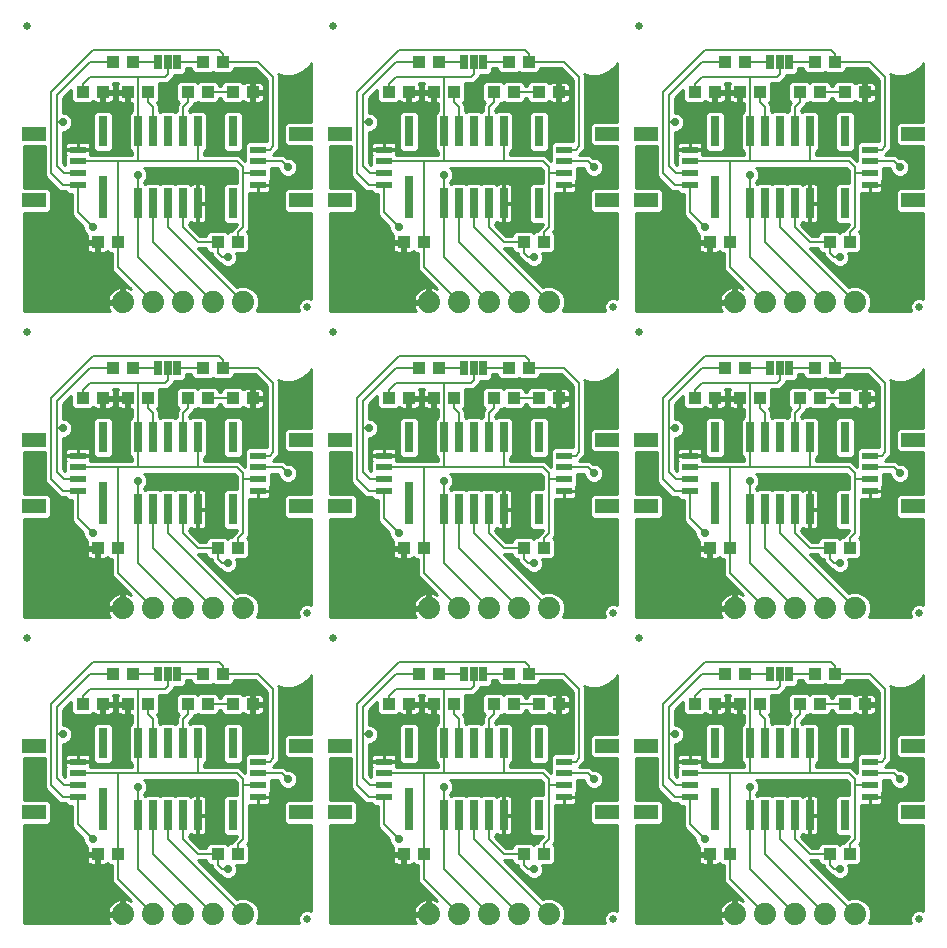
<source format=gtl>
G75*
%MOIN*%
%OFA0B0*%
%FSLAX25Y25*%
%IPPOS*%
%LPD*%
%AMOC8*
5,1,8,0,0,1.08239X$1,22.5*
%
%ADD10C,0.02500*%
%ADD11R,0.04331X0.03937*%
%ADD12R,0.02500X0.05000*%
%ADD13R,0.07874X0.04724*%
%ADD14R,0.05315X0.02362*%
%ADD15C,0.07400*%
%ADD16R,0.02756X0.10236*%
%ADD17R,0.03150X0.14173*%
%ADD18R,0.03150X0.10236*%
%ADD19C,0.00700*%
%ADD20C,0.01000*%
%ADD21C,0.02900*%
D10*
X0118500Y0040000D03*
X0127000Y0133500D03*
X0118500Y0142000D03*
X0025000Y0133500D03*
X0025000Y0235500D03*
X0118500Y0244000D03*
X0127000Y0235500D03*
X0220500Y0244000D03*
X0229000Y0235500D03*
X0322500Y0244000D03*
X0229000Y0337500D03*
X0127000Y0337500D03*
X0025000Y0337500D03*
X0220500Y0142000D03*
X0229000Y0133500D03*
X0322500Y0142000D03*
X0322500Y0040000D03*
X0220500Y0040000D03*
D11*
X0197346Y0061500D03*
X0190654Y0061500D03*
X0157346Y0061500D03*
X0150654Y0061500D03*
X0152346Y0111500D03*
X0145654Y0111500D03*
X0155654Y0121500D03*
X0162346Y0121500D03*
X0160654Y0111500D03*
X0167346Y0111500D03*
X0180654Y0111500D03*
X0187346Y0111500D03*
X0195654Y0111500D03*
X0202346Y0111500D03*
X0192346Y0121500D03*
X0185654Y0121500D03*
X0190654Y0163500D03*
X0197346Y0163500D03*
X0157346Y0163500D03*
X0150654Y0163500D03*
X0095346Y0163500D03*
X0088654Y0163500D03*
X0055346Y0163500D03*
X0048654Y0163500D03*
X0053654Y0121500D03*
X0060346Y0121500D03*
X0058654Y0111500D03*
X0065346Y0111500D03*
X0050346Y0111500D03*
X0043654Y0111500D03*
X0078654Y0111500D03*
X0085346Y0111500D03*
X0093654Y0111500D03*
X0100346Y0111500D03*
X0090346Y0121500D03*
X0083654Y0121500D03*
X0088654Y0061500D03*
X0095346Y0061500D03*
X0055346Y0061500D03*
X0048654Y0061500D03*
X0050346Y0213500D03*
X0043654Y0213500D03*
X0053654Y0223500D03*
X0060346Y0223500D03*
X0058654Y0213500D03*
X0065346Y0213500D03*
X0078654Y0213500D03*
X0085346Y0213500D03*
X0093654Y0213500D03*
X0100346Y0213500D03*
X0090346Y0223500D03*
X0083654Y0223500D03*
X0088654Y0265500D03*
X0095346Y0265500D03*
X0055346Y0265500D03*
X0048654Y0265500D03*
X0050346Y0315500D03*
X0043654Y0315500D03*
X0053654Y0325500D03*
X0060346Y0325500D03*
X0058654Y0315500D03*
X0065346Y0315500D03*
X0078654Y0315500D03*
X0085346Y0315500D03*
X0093654Y0315500D03*
X0100346Y0315500D03*
X0090346Y0325500D03*
X0083654Y0325500D03*
X0145654Y0315500D03*
X0152346Y0315500D03*
X0160654Y0315500D03*
X0167346Y0315500D03*
X0162346Y0325500D03*
X0155654Y0325500D03*
X0180654Y0315500D03*
X0187346Y0315500D03*
X0195654Y0315500D03*
X0202346Y0315500D03*
X0192346Y0325500D03*
X0185654Y0325500D03*
X0247654Y0315500D03*
X0254346Y0315500D03*
X0262654Y0315500D03*
X0269346Y0315500D03*
X0264346Y0325500D03*
X0257654Y0325500D03*
X0282654Y0315500D03*
X0289346Y0315500D03*
X0297654Y0315500D03*
X0304346Y0315500D03*
X0294346Y0325500D03*
X0287654Y0325500D03*
X0292654Y0265500D03*
X0299346Y0265500D03*
X0259346Y0265500D03*
X0252654Y0265500D03*
X0257654Y0223500D03*
X0264346Y0223500D03*
X0262654Y0213500D03*
X0269346Y0213500D03*
X0282654Y0213500D03*
X0289346Y0213500D03*
X0297654Y0213500D03*
X0304346Y0213500D03*
X0294346Y0223500D03*
X0287654Y0223500D03*
X0254346Y0213500D03*
X0247654Y0213500D03*
X0202346Y0213500D03*
X0195654Y0213500D03*
X0187346Y0213500D03*
X0180654Y0213500D03*
X0185654Y0223500D03*
X0192346Y0223500D03*
X0167346Y0213500D03*
X0160654Y0213500D03*
X0152346Y0213500D03*
X0145654Y0213500D03*
X0155654Y0223500D03*
X0162346Y0223500D03*
X0157346Y0265500D03*
X0150654Y0265500D03*
X0190654Y0265500D03*
X0197346Y0265500D03*
X0252654Y0163500D03*
X0259346Y0163500D03*
X0292654Y0163500D03*
X0299346Y0163500D03*
X0294346Y0121500D03*
X0287654Y0121500D03*
X0289346Y0111500D03*
X0282654Y0111500D03*
X0269346Y0111500D03*
X0262654Y0111500D03*
X0254346Y0111500D03*
X0247654Y0111500D03*
X0257654Y0121500D03*
X0264346Y0121500D03*
X0297654Y0111500D03*
X0304346Y0111500D03*
X0299346Y0061500D03*
X0292654Y0061500D03*
X0259346Y0061500D03*
X0252654Y0061500D03*
D12*
X0272800Y0121500D03*
X0276000Y0121500D03*
X0279200Y0121500D03*
X0177200Y0121500D03*
X0174000Y0121500D03*
X0170800Y0121500D03*
X0075200Y0121500D03*
X0072000Y0121500D03*
X0068800Y0121500D03*
X0068800Y0223500D03*
X0072000Y0223500D03*
X0075200Y0223500D03*
X0170800Y0223500D03*
X0174000Y0223500D03*
X0177200Y0223500D03*
X0272800Y0223500D03*
X0276000Y0223500D03*
X0279200Y0223500D03*
X0279200Y0325500D03*
X0276000Y0325500D03*
X0272800Y0325500D03*
X0177200Y0325500D03*
X0174000Y0325500D03*
X0170800Y0325500D03*
X0075200Y0325500D03*
X0072000Y0325500D03*
X0068800Y0325500D03*
D13*
X0027531Y0301524D03*
X0027531Y0279476D03*
X0027531Y0199524D03*
X0027531Y0177476D03*
X0027531Y0097524D03*
X0027531Y0075476D03*
X0116469Y0075476D03*
X0129531Y0075476D03*
X0129531Y0097524D03*
X0116469Y0097524D03*
X0116469Y0177476D03*
X0129531Y0177476D03*
X0129531Y0199524D03*
X0116469Y0199524D03*
X0116469Y0279476D03*
X0129531Y0279476D03*
X0129531Y0301524D03*
X0116469Y0301524D03*
X0218469Y0301524D03*
X0231531Y0301524D03*
X0231531Y0279476D03*
X0218469Y0279476D03*
X0218469Y0199524D03*
X0231531Y0199524D03*
X0231531Y0177476D03*
X0218469Y0177476D03*
X0218469Y0097524D03*
X0231531Y0097524D03*
X0231531Y0075476D03*
X0218469Y0075476D03*
X0320469Y0075476D03*
X0320469Y0097524D03*
X0320469Y0177476D03*
X0320469Y0199524D03*
X0320469Y0279476D03*
X0320469Y0301524D03*
D14*
X0306000Y0296406D03*
X0306000Y0292469D03*
X0306000Y0288531D03*
X0306000Y0284594D03*
X0246000Y0284594D03*
X0246000Y0288531D03*
X0246000Y0292469D03*
X0246000Y0296406D03*
X0204000Y0296406D03*
X0204000Y0292469D03*
X0204000Y0288531D03*
X0204000Y0284594D03*
X0144000Y0284594D03*
X0144000Y0288531D03*
X0144000Y0292469D03*
X0144000Y0296406D03*
X0102000Y0296406D03*
X0102000Y0292469D03*
X0102000Y0288531D03*
X0102000Y0284594D03*
X0042000Y0284594D03*
X0042000Y0288531D03*
X0042000Y0292469D03*
X0042000Y0296406D03*
X0042000Y0194406D03*
X0042000Y0190469D03*
X0042000Y0186531D03*
X0042000Y0182594D03*
X0102000Y0182594D03*
X0102000Y0186531D03*
X0102000Y0190469D03*
X0102000Y0194406D03*
X0144000Y0194406D03*
X0144000Y0190469D03*
X0144000Y0186531D03*
X0144000Y0182594D03*
X0204000Y0182594D03*
X0204000Y0186531D03*
X0204000Y0190469D03*
X0204000Y0194406D03*
X0246000Y0194406D03*
X0246000Y0190469D03*
X0246000Y0186531D03*
X0246000Y0182594D03*
X0306000Y0182594D03*
X0306000Y0186531D03*
X0306000Y0190469D03*
X0306000Y0194406D03*
X0306000Y0092406D03*
X0306000Y0088469D03*
X0306000Y0084531D03*
X0306000Y0080594D03*
X0246000Y0080594D03*
X0246000Y0084531D03*
X0246000Y0088469D03*
X0246000Y0092406D03*
X0204000Y0092406D03*
X0204000Y0088469D03*
X0204000Y0084531D03*
X0204000Y0080594D03*
X0144000Y0080594D03*
X0144000Y0084531D03*
X0144000Y0088469D03*
X0144000Y0092406D03*
X0102000Y0092406D03*
X0102000Y0088469D03*
X0102000Y0084531D03*
X0102000Y0080594D03*
X0042000Y0080594D03*
X0042000Y0084531D03*
X0042000Y0088469D03*
X0042000Y0092406D03*
D15*
X0057000Y0041500D03*
X0067000Y0041500D03*
X0077000Y0041500D03*
X0087000Y0041500D03*
X0097000Y0041500D03*
X0159000Y0041500D03*
X0169000Y0041500D03*
X0179000Y0041500D03*
X0189000Y0041500D03*
X0199000Y0041500D03*
X0261000Y0041500D03*
X0271000Y0041500D03*
X0281000Y0041500D03*
X0291000Y0041500D03*
X0301000Y0041500D03*
X0301000Y0143500D03*
X0291000Y0143500D03*
X0281000Y0143500D03*
X0271000Y0143500D03*
X0261000Y0143500D03*
X0199000Y0143500D03*
X0189000Y0143500D03*
X0179000Y0143500D03*
X0169000Y0143500D03*
X0159000Y0143500D03*
X0097000Y0143500D03*
X0087000Y0143500D03*
X0077000Y0143500D03*
X0067000Y0143500D03*
X0057000Y0143500D03*
X0057000Y0245500D03*
X0067000Y0245500D03*
X0077000Y0245500D03*
X0087000Y0245500D03*
X0097000Y0245500D03*
X0159000Y0245500D03*
X0169000Y0245500D03*
X0179000Y0245500D03*
X0189000Y0245500D03*
X0199000Y0245500D03*
X0261000Y0245500D03*
X0271000Y0245500D03*
X0281000Y0245500D03*
X0291000Y0245500D03*
X0301000Y0245500D03*
D16*
X0286000Y0278492D03*
X0281000Y0278492D03*
X0276000Y0278492D03*
X0271000Y0278492D03*
X0266000Y0278492D03*
X0266000Y0302508D03*
X0271000Y0302508D03*
X0276000Y0302508D03*
X0281000Y0302508D03*
X0286000Y0302508D03*
X0184000Y0302508D03*
X0179000Y0302508D03*
X0174000Y0302508D03*
X0169000Y0302508D03*
X0164000Y0302508D03*
X0164000Y0278492D03*
X0169000Y0278492D03*
X0174000Y0278492D03*
X0179000Y0278492D03*
X0184000Y0278492D03*
X0184000Y0200508D03*
X0179000Y0200508D03*
X0174000Y0200508D03*
X0169000Y0200508D03*
X0164000Y0200508D03*
X0164000Y0176492D03*
X0169000Y0176492D03*
X0174000Y0176492D03*
X0179000Y0176492D03*
X0184000Y0176492D03*
X0266000Y0176492D03*
X0271000Y0176492D03*
X0276000Y0176492D03*
X0281000Y0176492D03*
X0286000Y0176492D03*
X0286000Y0200508D03*
X0281000Y0200508D03*
X0276000Y0200508D03*
X0271000Y0200508D03*
X0266000Y0200508D03*
X0266000Y0098508D03*
X0271000Y0098508D03*
X0276000Y0098508D03*
X0281000Y0098508D03*
X0286000Y0098508D03*
X0286000Y0074492D03*
X0281000Y0074492D03*
X0276000Y0074492D03*
X0271000Y0074492D03*
X0266000Y0074492D03*
X0184000Y0074492D03*
X0179000Y0074492D03*
X0174000Y0074492D03*
X0169000Y0074492D03*
X0164000Y0074492D03*
X0164000Y0098508D03*
X0169000Y0098508D03*
X0174000Y0098508D03*
X0179000Y0098508D03*
X0184000Y0098508D03*
X0082000Y0098508D03*
X0077000Y0098508D03*
X0072000Y0098508D03*
X0067000Y0098508D03*
X0062000Y0098508D03*
X0062000Y0074492D03*
X0067000Y0074492D03*
X0072000Y0074492D03*
X0077000Y0074492D03*
X0082000Y0074492D03*
X0082000Y0176492D03*
X0077000Y0176492D03*
X0072000Y0176492D03*
X0067000Y0176492D03*
X0062000Y0176492D03*
X0062000Y0200508D03*
X0067000Y0200508D03*
X0072000Y0200508D03*
X0077000Y0200508D03*
X0082000Y0200508D03*
X0082000Y0278492D03*
X0077000Y0278492D03*
X0072000Y0278492D03*
X0067000Y0278492D03*
X0062000Y0278492D03*
X0062000Y0302508D03*
X0067000Y0302508D03*
X0072000Y0302508D03*
X0077000Y0302508D03*
X0082000Y0302508D03*
D17*
X0050346Y0280461D03*
X0152346Y0280461D03*
X0254346Y0280461D03*
X0254346Y0178461D03*
X0152346Y0178461D03*
X0050346Y0178461D03*
X0050346Y0076461D03*
X0152346Y0076461D03*
X0254346Y0076461D03*
D18*
X0254346Y0098508D03*
X0297654Y0098508D03*
X0297654Y0074492D03*
X0195654Y0074492D03*
X0195654Y0098508D03*
X0152346Y0098508D03*
X0093654Y0098508D03*
X0093654Y0074492D03*
X0050346Y0098508D03*
X0093654Y0176492D03*
X0093654Y0200508D03*
X0050346Y0200508D03*
X0093654Y0278492D03*
X0093654Y0302508D03*
X0050346Y0302508D03*
X0152346Y0302508D03*
X0195654Y0302508D03*
X0195654Y0278492D03*
X0254346Y0302508D03*
X0297654Y0302508D03*
X0297654Y0278492D03*
X0297654Y0200508D03*
X0297654Y0176492D03*
X0254346Y0200508D03*
X0195654Y0200508D03*
X0195654Y0176492D03*
X0152346Y0200508D03*
D19*
X0149000Y0208500D02*
X0144000Y0203500D01*
X0144000Y0194406D01*
X0143969Y0190500D02*
X0144000Y0190469D01*
X0157500Y0190469D01*
X0157346Y0190315D01*
X0157346Y0163500D01*
X0157346Y0155154D01*
X0169000Y0143500D01*
X0179000Y0143500D02*
X0164000Y0158500D01*
X0164000Y0176492D01*
X0164000Y0186000D01*
X0164000Y0186531D01*
X0164000Y0190469D02*
X0157500Y0190469D01*
X0164000Y0190469D02*
X0184000Y0190469D01*
X0184000Y0200508D01*
X0179000Y0200508D02*
X0179000Y0208500D01*
X0180654Y0210154D01*
X0180654Y0213500D01*
X0187346Y0213500D02*
X0195654Y0213500D01*
X0202346Y0213500D02*
X0202346Y0210154D01*
X0204000Y0208500D01*
X0209000Y0218500D02*
X0209000Y0195500D01*
X0207906Y0194406D01*
X0204000Y0194406D01*
X0204000Y0190469D02*
X0212031Y0190469D01*
X0214000Y0188500D01*
X0204000Y0186531D02*
X0199031Y0186531D01*
X0199000Y0186500D01*
X0199000Y0188500D01*
X0197031Y0190469D01*
X0184000Y0190469D01*
X0184000Y0176492D02*
X0184000Y0170000D01*
X0185500Y0168500D01*
X0189000Y0168500D01*
X0190654Y0163500D02*
X0184000Y0163500D01*
X0179000Y0168500D01*
X0179000Y0176492D01*
X0174000Y0176492D02*
X0174000Y0168500D01*
X0199000Y0143500D01*
X0189000Y0143500D02*
X0169000Y0163500D01*
X0169000Y0176492D01*
X0164000Y0190469D02*
X0164000Y0200508D01*
X0164000Y0218500D01*
X0148000Y0218500D01*
X0145654Y0216154D01*
X0145654Y0213500D01*
X0152346Y0213500D02*
X0160654Y0213500D01*
X0160654Y0210154D01*
X0159000Y0208500D01*
X0167346Y0210154D02*
X0169000Y0208500D01*
X0169000Y0200508D01*
X0167346Y0210154D02*
X0167346Y0213500D01*
X0164000Y0218500D02*
X0173000Y0218500D01*
X0174000Y0219500D01*
X0174000Y0223500D01*
X0177200Y0223500D02*
X0185654Y0223500D01*
X0191000Y0227500D02*
X0192346Y0226154D01*
X0192346Y0223500D01*
X0204000Y0223500D01*
X0209000Y0218500D01*
X0191000Y0227500D02*
X0149000Y0227500D01*
X0135000Y0213500D01*
X0135000Y0186500D01*
X0138906Y0182594D01*
X0144000Y0182594D01*
X0144000Y0173500D01*
X0149000Y0168500D01*
X0143969Y0186500D02*
X0144000Y0186531D01*
X0139531Y0186531D01*
X0139500Y0186500D01*
X0137000Y0189000D01*
X0137000Y0203500D01*
X0139000Y0203500D01*
X0137000Y0203500D02*
X0137000Y0212500D01*
X0148000Y0223500D01*
X0155654Y0223500D01*
X0162346Y0223500D02*
X0170800Y0223500D01*
X0169000Y0245500D02*
X0157346Y0257154D01*
X0157346Y0265500D01*
X0157346Y0292315D01*
X0157500Y0292469D01*
X0164000Y0292469D01*
X0184000Y0292469D01*
X0184000Y0302508D01*
X0179000Y0302508D02*
X0179000Y0310500D01*
X0180654Y0312154D01*
X0180654Y0315500D01*
X0187346Y0315500D02*
X0195654Y0315500D01*
X0202346Y0315500D02*
X0202346Y0312154D01*
X0204000Y0310500D01*
X0209000Y0320500D02*
X0209000Y0297500D01*
X0207906Y0296406D01*
X0204000Y0296406D01*
X0204000Y0292469D02*
X0212031Y0292469D01*
X0214000Y0290500D01*
X0204000Y0288531D02*
X0199031Y0288531D01*
X0199000Y0288500D01*
X0199000Y0290500D01*
X0197031Y0292469D01*
X0184000Y0292469D01*
X0184000Y0278492D02*
X0184000Y0272000D01*
X0185500Y0270500D01*
X0189000Y0270500D01*
X0190654Y0265500D02*
X0184000Y0265500D01*
X0179000Y0270500D01*
X0179000Y0278492D01*
X0174000Y0278492D02*
X0174000Y0270500D01*
X0199000Y0245500D01*
X0189000Y0245500D02*
X0169000Y0265500D01*
X0169000Y0278492D01*
X0164000Y0278492D02*
X0164000Y0260500D01*
X0179000Y0245500D01*
X0192000Y0260500D02*
X0194000Y0260500D01*
X0192000Y0260500D02*
X0190654Y0261846D01*
X0190654Y0265500D01*
X0197346Y0265500D02*
X0197346Y0268846D01*
X0199000Y0270500D01*
X0199000Y0288500D01*
X0204000Y0284594D02*
X0204000Y0270500D01*
X0237000Y0288500D02*
X0240906Y0284594D01*
X0246000Y0284594D01*
X0246000Y0275500D01*
X0251000Y0270500D01*
X0259346Y0265500D02*
X0259346Y0292315D01*
X0259500Y0292469D01*
X0266000Y0292469D01*
X0286000Y0292469D01*
X0286000Y0302508D01*
X0281000Y0302508D02*
X0281000Y0310500D01*
X0282654Y0312154D01*
X0282654Y0315500D01*
X0289346Y0315500D02*
X0297654Y0315500D01*
X0304346Y0315500D02*
X0304346Y0312154D01*
X0306000Y0310500D01*
X0311000Y0320500D02*
X0311000Y0297500D01*
X0309906Y0296406D01*
X0306000Y0296406D01*
X0306000Y0292469D02*
X0314031Y0292469D01*
X0316000Y0290500D01*
X0306000Y0288531D02*
X0301031Y0288531D01*
X0301000Y0288500D01*
X0301000Y0290500D01*
X0299031Y0292469D01*
X0286000Y0292469D01*
X0301000Y0288500D02*
X0301000Y0270500D01*
X0299346Y0268846D01*
X0299346Y0265500D01*
X0296000Y0260500D02*
X0294000Y0260500D01*
X0292654Y0261846D01*
X0292654Y0265500D01*
X0286000Y0265500D01*
X0281000Y0270500D01*
X0281000Y0278492D01*
X0286000Y0278492D02*
X0286000Y0272000D01*
X0287500Y0270500D01*
X0291000Y0270500D01*
X0306000Y0270500D02*
X0306000Y0284594D01*
X0276000Y0278492D02*
X0276000Y0270500D01*
X0301000Y0245500D01*
X0291000Y0245500D02*
X0271000Y0265500D01*
X0271000Y0278492D01*
X0266000Y0278492D02*
X0266000Y0260500D01*
X0281000Y0245500D01*
X0271000Y0245500D02*
X0259346Y0257154D01*
X0259346Y0265500D01*
X0266000Y0278492D02*
X0266000Y0288000D01*
X0266000Y0288531D01*
X0266000Y0292469D02*
X0266000Y0302508D01*
X0266000Y0320500D01*
X0250000Y0320500D01*
X0247654Y0318154D01*
X0247654Y0315500D01*
X0251000Y0310500D02*
X0246000Y0305500D01*
X0246000Y0296406D01*
X0245969Y0292500D02*
X0246000Y0292469D01*
X0259500Y0292469D01*
X0246000Y0288531D02*
X0241531Y0288531D01*
X0241500Y0288500D01*
X0239000Y0291000D01*
X0239000Y0305500D01*
X0241000Y0305500D01*
X0239000Y0305500D02*
X0239000Y0314500D01*
X0250000Y0325500D01*
X0257654Y0325500D01*
X0264346Y0325500D02*
X0272800Y0325500D01*
X0276000Y0325500D02*
X0276000Y0321500D01*
X0275000Y0320500D01*
X0266000Y0320500D01*
X0262654Y0315500D02*
X0254346Y0315500D01*
X0262654Y0315500D02*
X0262654Y0312154D01*
X0261000Y0310500D01*
X0269346Y0312154D02*
X0271000Y0310500D01*
X0271000Y0302508D01*
X0269346Y0312154D02*
X0269346Y0315500D01*
X0279200Y0325500D02*
X0287654Y0325500D01*
X0293000Y0329500D02*
X0251000Y0329500D01*
X0237000Y0315500D01*
X0237000Y0288500D01*
X0245969Y0288500D02*
X0246000Y0288531D01*
X0209000Y0320500D02*
X0204000Y0325500D01*
X0192346Y0325500D01*
X0192346Y0328154D01*
X0191000Y0329500D01*
X0149000Y0329500D01*
X0135000Y0315500D01*
X0135000Y0288500D01*
X0138906Y0284594D01*
X0144000Y0284594D01*
X0144000Y0275500D01*
X0149000Y0270500D01*
X0164000Y0278492D02*
X0164000Y0288000D01*
X0164000Y0288531D01*
X0164000Y0292469D02*
X0164000Y0302508D01*
X0164000Y0320500D01*
X0148000Y0320500D01*
X0145654Y0318154D01*
X0145654Y0315500D01*
X0149000Y0310500D02*
X0144000Y0305500D01*
X0144000Y0296406D01*
X0143969Y0292500D02*
X0144000Y0292469D01*
X0157500Y0292469D01*
X0169000Y0302508D02*
X0169000Y0310500D01*
X0167346Y0312154D01*
X0167346Y0315500D01*
X0164000Y0320500D02*
X0173000Y0320500D01*
X0174000Y0321500D01*
X0174000Y0325500D01*
X0177200Y0325500D02*
X0185654Y0325500D01*
X0170800Y0325500D02*
X0162346Y0325500D01*
X0155654Y0325500D02*
X0148000Y0325500D01*
X0137000Y0314500D01*
X0137000Y0305500D01*
X0139000Y0305500D01*
X0137000Y0305500D02*
X0137000Y0291000D01*
X0139500Y0288500D01*
X0139531Y0288531D01*
X0144000Y0288531D01*
X0143969Y0288500D01*
X0159000Y0310500D02*
X0160654Y0312154D01*
X0160654Y0315500D01*
X0152346Y0315500D01*
X0112000Y0290500D02*
X0110031Y0292469D01*
X0102000Y0292469D01*
X0102000Y0296406D02*
X0105906Y0296406D01*
X0107000Y0297500D01*
X0107000Y0320500D01*
X0102000Y0325500D01*
X0090346Y0325500D01*
X0090346Y0328154D01*
X0089000Y0329500D01*
X0047000Y0329500D01*
X0033000Y0315500D01*
X0033000Y0288500D01*
X0036906Y0284594D01*
X0042000Y0284594D01*
X0042000Y0275500D01*
X0047000Y0270500D01*
X0055346Y0265500D02*
X0055346Y0292315D01*
X0055500Y0292469D01*
X0062000Y0292469D01*
X0082000Y0292469D01*
X0082000Y0302508D01*
X0077000Y0302508D02*
X0077000Y0310500D01*
X0078654Y0312154D01*
X0078654Y0315500D01*
X0085346Y0315500D02*
X0093654Y0315500D01*
X0100346Y0315500D02*
X0100346Y0312154D01*
X0102000Y0310500D01*
X0083654Y0325500D02*
X0075200Y0325500D01*
X0072000Y0325500D02*
X0072000Y0321500D01*
X0071000Y0320500D01*
X0062000Y0320500D01*
X0046000Y0320500D01*
X0043654Y0318154D01*
X0043654Y0315500D01*
X0047000Y0310500D02*
X0042000Y0305500D01*
X0042000Y0296406D01*
X0041969Y0292500D02*
X0042000Y0292469D01*
X0055500Y0292469D01*
X0062000Y0292469D02*
X0062000Y0302508D01*
X0062000Y0320500D01*
X0060346Y0325500D02*
X0068800Y0325500D01*
X0065346Y0315500D02*
X0065346Y0312154D01*
X0067000Y0310500D01*
X0067000Y0302508D01*
X0058654Y0312154D02*
X0057000Y0310500D01*
X0058654Y0312154D02*
X0058654Y0315500D01*
X0050346Y0315500D01*
X0053654Y0325500D02*
X0046000Y0325500D01*
X0035000Y0314500D01*
X0035000Y0305500D01*
X0037000Y0305500D01*
X0035000Y0305500D02*
X0035000Y0291000D01*
X0037500Y0288500D01*
X0037531Y0288531D01*
X0042000Y0288531D01*
X0041969Y0288500D01*
X0062000Y0288531D02*
X0062000Y0288000D01*
X0062000Y0278492D01*
X0062000Y0260500D01*
X0077000Y0245500D01*
X0067000Y0245500D02*
X0055346Y0257154D01*
X0055346Y0265500D01*
X0067000Y0265500D02*
X0067000Y0278492D01*
X0072000Y0278492D02*
X0072000Y0270500D01*
X0097000Y0245500D01*
X0087000Y0245500D02*
X0067000Y0265500D01*
X0077000Y0270500D02*
X0082000Y0265500D01*
X0088654Y0265500D01*
X0088654Y0261846D01*
X0090000Y0260500D01*
X0092000Y0260500D01*
X0095346Y0265500D02*
X0095346Y0268846D01*
X0097000Y0270500D01*
X0097000Y0288500D01*
X0097031Y0288531D01*
X0102000Y0288531D01*
X0102000Y0284594D02*
X0102000Y0270500D01*
X0087000Y0270500D02*
X0083500Y0270500D01*
X0082000Y0272000D01*
X0082000Y0278492D01*
X0077000Y0278492D02*
X0077000Y0270500D01*
X0097000Y0288500D02*
X0097000Y0290500D01*
X0095031Y0292469D01*
X0082000Y0292469D01*
X0089000Y0227500D02*
X0047000Y0227500D01*
X0033000Y0213500D01*
X0033000Y0186500D01*
X0036906Y0182594D01*
X0042000Y0182594D01*
X0042000Y0173500D01*
X0047000Y0168500D01*
X0055346Y0163500D02*
X0055346Y0190315D01*
X0055500Y0190469D01*
X0062000Y0190469D01*
X0082000Y0190469D01*
X0082000Y0200508D01*
X0077000Y0200508D02*
X0077000Y0208500D01*
X0078654Y0210154D01*
X0078654Y0213500D01*
X0085346Y0213500D02*
X0093654Y0213500D01*
X0100346Y0213500D02*
X0100346Y0210154D01*
X0102000Y0208500D01*
X0107000Y0218500D02*
X0107000Y0195500D01*
X0105906Y0194406D01*
X0102000Y0194406D01*
X0102000Y0190469D02*
X0110031Y0190469D01*
X0112000Y0188500D01*
X0102000Y0186531D02*
X0097031Y0186531D01*
X0097000Y0186500D01*
X0097000Y0188500D01*
X0095031Y0190469D01*
X0082000Y0190469D01*
X0067000Y0200508D02*
X0067000Y0208500D01*
X0065346Y0210154D01*
X0065346Y0213500D01*
X0062000Y0218500D02*
X0046000Y0218500D01*
X0043654Y0216154D01*
X0043654Y0213500D01*
X0047000Y0208500D02*
X0042000Y0203500D01*
X0042000Y0194406D01*
X0041969Y0190500D02*
X0042000Y0190469D01*
X0055500Y0190469D01*
X0062000Y0190469D02*
X0062000Y0200508D01*
X0062000Y0218500D01*
X0071000Y0218500D01*
X0072000Y0219500D01*
X0072000Y0223500D01*
X0068800Y0223500D02*
X0060346Y0223500D01*
X0053654Y0223500D02*
X0046000Y0223500D01*
X0035000Y0212500D01*
X0035000Y0203500D01*
X0037000Y0203500D01*
X0035000Y0203500D02*
X0035000Y0189000D01*
X0037500Y0186500D01*
X0037531Y0186531D01*
X0042000Y0186531D01*
X0041969Y0186500D01*
X0062000Y0186531D02*
X0062000Y0186000D01*
X0062000Y0176492D01*
X0062000Y0158500D01*
X0077000Y0143500D01*
X0067000Y0143500D02*
X0055346Y0155154D01*
X0055346Y0163500D01*
X0067000Y0163500D02*
X0087000Y0143500D01*
X0097000Y0143500D02*
X0072000Y0168500D01*
X0072000Y0176492D01*
X0067000Y0176492D02*
X0067000Y0163500D01*
X0077000Y0168500D02*
X0082000Y0163500D01*
X0088654Y0163500D01*
X0088654Y0159846D01*
X0090000Y0158500D01*
X0092000Y0158500D01*
X0095346Y0163500D02*
X0095346Y0166846D01*
X0097000Y0168500D01*
X0097000Y0186500D01*
X0102000Y0182594D02*
X0102000Y0168500D01*
X0087000Y0168500D02*
X0083500Y0168500D01*
X0082000Y0170000D01*
X0082000Y0176492D01*
X0077000Y0176492D02*
X0077000Y0168500D01*
X0057000Y0208500D02*
X0058654Y0210154D01*
X0058654Y0213500D01*
X0050346Y0213500D01*
X0075200Y0223500D02*
X0083654Y0223500D01*
X0089000Y0227500D02*
X0090346Y0226154D01*
X0090346Y0223500D01*
X0102000Y0223500D01*
X0107000Y0218500D01*
X0190654Y0163500D02*
X0190654Y0159846D01*
X0192000Y0158500D01*
X0194000Y0158500D01*
X0197346Y0163500D02*
X0197346Y0166846D01*
X0199000Y0168500D01*
X0199000Y0186500D01*
X0204000Y0182594D02*
X0204000Y0168500D01*
X0237000Y0186500D02*
X0240906Y0182594D01*
X0246000Y0182594D01*
X0246000Y0173500D01*
X0251000Y0168500D01*
X0259346Y0163500D02*
X0259346Y0190315D01*
X0259500Y0190469D01*
X0266000Y0190469D01*
X0286000Y0190469D01*
X0286000Y0200508D01*
X0281000Y0200508D02*
X0281000Y0208500D01*
X0282654Y0210154D01*
X0282654Y0213500D01*
X0289346Y0213500D02*
X0297654Y0213500D01*
X0304346Y0213500D02*
X0304346Y0210154D01*
X0306000Y0208500D01*
X0311000Y0218500D02*
X0311000Y0195500D01*
X0309906Y0194406D01*
X0306000Y0194406D01*
X0306000Y0190469D02*
X0314031Y0190469D01*
X0316000Y0188500D01*
X0306000Y0186531D02*
X0301031Y0186531D01*
X0301000Y0186500D01*
X0301000Y0188500D01*
X0299031Y0190469D01*
X0286000Y0190469D01*
X0301000Y0186500D02*
X0301000Y0168500D01*
X0299346Y0166846D01*
X0299346Y0163500D01*
X0296000Y0158500D02*
X0294000Y0158500D01*
X0292654Y0159846D01*
X0292654Y0163500D01*
X0286000Y0163500D01*
X0281000Y0168500D01*
X0281000Y0176492D01*
X0286000Y0176492D02*
X0286000Y0170000D01*
X0287500Y0168500D01*
X0291000Y0168500D01*
X0306000Y0168500D02*
X0306000Y0182594D01*
X0276000Y0176492D02*
X0276000Y0168500D01*
X0301000Y0143500D01*
X0291000Y0143500D02*
X0271000Y0163500D01*
X0271000Y0176492D01*
X0266000Y0176492D02*
X0266000Y0158500D01*
X0281000Y0143500D01*
X0271000Y0143500D02*
X0259346Y0155154D01*
X0259346Y0163500D01*
X0266000Y0176492D02*
X0266000Y0186000D01*
X0266000Y0186531D01*
X0266000Y0190469D02*
X0266000Y0200508D01*
X0266000Y0218500D01*
X0250000Y0218500D01*
X0247654Y0216154D01*
X0247654Y0213500D01*
X0251000Y0208500D02*
X0246000Y0203500D01*
X0246000Y0194406D01*
X0245969Y0190500D02*
X0246000Y0190469D01*
X0259500Y0190469D01*
X0246000Y0186531D02*
X0241531Y0186531D01*
X0241500Y0186500D01*
X0239000Y0189000D01*
X0239000Y0203500D01*
X0241000Y0203500D01*
X0239000Y0203500D02*
X0239000Y0212500D01*
X0250000Y0223500D01*
X0257654Y0223500D01*
X0264346Y0223500D02*
X0272800Y0223500D01*
X0276000Y0223500D02*
X0276000Y0219500D01*
X0275000Y0218500D01*
X0266000Y0218500D01*
X0262654Y0213500D02*
X0254346Y0213500D01*
X0262654Y0213500D02*
X0262654Y0210154D01*
X0261000Y0208500D01*
X0269346Y0210154D02*
X0271000Y0208500D01*
X0271000Y0200508D01*
X0269346Y0210154D02*
X0269346Y0213500D01*
X0279200Y0223500D02*
X0287654Y0223500D01*
X0293000Y0227500D02*
X0251000Y0227500D01*
X0237000Y0213500D01*
X0237000Y0186500D01*
X0245969Y0186500D02*
X0246000Y0186531D01*
X0293000Y0227500D02*
X0294346Y0226154D01*
X0294346Y0223500D01*
X0306000Y0223500D01*
X0311000Y0218500D01*
X0293000Y0125500D02*
X0251000Y0125500D01*
X0237000Y0111500D01*
X0237000Y0084500D01*
X0240906Y0080594D01*
X0246000Y0080594D01*
X0246000Y0071500D01*
X0251000Y0066500D01*
X0259346Y0061500D02*
X0259346Y0088315D01*
X0259500Y0088469D01*
X0266000Y0088469D01*
X0286000Y0088469D01*
X0286000Y0098508D01*
X0281000Y0098508D02*
X0281000Y0106500D01*
X0282654Y0108154D01*
X0282654Y0111500D01*
X0289346Y0111500D02*
X0297654Y0111500D01*
X0304346Y0111500D02*
X0304346Y0108154D01*
X0306000Y0106500D01*
X0311000Y0116500D02*
X0311000Y0093500D01*
X0309906Y0092406D01*
X0306000Y0092406D01*
X0306000Y0088469D02*
X0314031Y0088469D01*
X0316000Y0086500D01*
X0306000Y0084531D02*
X0301031Y0084531D01*
X0301000Y0084500D01*
X0301000Y0086500D01*
X0299031Y0088469D01*
X0286000Y0088469D01*
X0286000Y0074492D02*
X0286000Y0068000D01*
X0287500Y0066500D01*
X0291000Y0066500D01*
X0292654Y0061500D02*
X0286000Y0061500D01*
X0281000Y0066500D01*
X0281000Y0074492D01*
X0276000Y0074492D02*
X0276000Y0066500D01*
X0301000Y0041500D01*
X0291000Y0041500D02*
X0271000Y0061500D01*
X0271000Y0074492D01*
X0266000Y0074492D02*
X0266000Y0056500D01*
X0281000Y0041500D01*
X0271000Y0041500D02*
X0259346Y0053154D01*
X0259346Y0061500D01*
X0266000Y0074492D02*
X0266000Y0084000D01*
X0266000Y0084531D01*
X0266000Y0088469D02*
X0266000Y0098508D01*
X0266000Y0116500D01*
X0250000Y0116500D01*
X0247654Y0114154D01*
X0247654Y0111500D01*
X0251000Y0106500D02*
X0246000Y0101500D01*
X0246000Y0092406D01*
X0245969Y0088500D02*
X0246000Y0088469D01*
X0259500Y0088469D01*
X0246000Y0084531D02*
X0241531Y0084531D01*
X0241500Y0084500D01*
X0239000Y0087000D01*
X0239000Y0101500D01*
X0241000Y0101500D01*
X0239000Y0101500D02*
X0239000Y0110500D01*
X0250000Y0121500D01*
X0257654Y0121500D01*
X0264346Y0121500D02*
X0272800Y0121500D01*
X0276000Y0121500D02*
X0276000Y0117500D01*
X0275000Y0116500D01*
X0266000Y0116500D01*
X0262654Y0111500D02*
X0254346Y0111500D01*
X0262654Y0111500D02*
X0262654Y0108154D01*
X0261000Y0106500D01*
X0269346Y0108154D02*
X0271000Y0106500D01*
X0271000Y0098508D01*
X0269346Y0108154D02*
X0269346Y0111500D01*
X0279200Y0121500D02*
X0287654Y0121500D01*
X0293000Y0125500D02*
X0294346Y0124154D01*
X0294346Y0121500D01*
X0306000Y0121500D01*
X0311000Y0116500D01*
X0301000Y0084500D02*
X0301000Y0066500D01*
X0299346Y0064846D01*
X0299346Y0061500D01*
X0296000Y0056500D02*
X0294000Y0056500D01*
X0292654Y0057846D01*
X0292654Y0061500D01*
X0306000Y0066500D02*
X0306000Y0080594D01*
X0246000Y0084531D02*
X0245969Y0084500D01*
X0214000Y0086500D02*
X0212031Y0088469D01*
X0204000Y0088469D01*
X0204000Y0092406D02*
X0207906Y0092406D01*
X0209000Y0093500D01*
X0209000Y0116500D01*
X0204000Y0121500D01*
X0192346Y0121500D01*
X0192346Y0124154D01*
X0191000Y0125500D01*
X0149000Y0125500D01*
X0135000Y0111500D01*
X0135000Y0084500D01*
X0138906Y0080594D01*
X0144000Y0080594D01*
X0144000Y0071500D01*
X0149000Y0066500D01*
X0157346Y0061500D02*
X0157346Y0088315D01*
X0157500Y0088469D01*
X0164000Y0088469D01*
X0184000Y0088469D01*
X0184000Y0098508D01*
X0179000Y0098508D02*
X0179000Y0106500D01*
X0180654Y0108154D01*
X0180654Y0111500D01*
X0187346Y0111500D02*
X0195654Y0111500D01*
X0202346Y0111500D02*
X0202346Y0108154D01*
X0204000Y0106500D01*
X0197031Y0088469D02*
X0184000Y0088469D01*
X0197031Y0088469D02*
X0199000Y0086500D01*
X0199000Y0084500D01*
X0199031Y0084531D01*
X0204000Y0084531D01*
X0204000Y0080594D02*
X0204000Y0066500D01*
X0199000Y0066500D02*
X0199000Y0084500D01*
X0184000Y0074492D02*
X0184000Y0068000D01*
X0185500Y0066500D01*
X0189000Y0066500D01*
X0190654Y0061500D02*
X0184000Y0061500D01*
X0179000Y0066500D01*
X0179000Y0074492D01*
X0174000Y0074492D02*
X0174000Y0066500D01*
X0199000Y0041500D01*
X0189000Y0041500D02*
X0169000Y0061500D01*
X0169000Y0074492D01*
X0164000Y0074492D02*
X0164000Y0056500D01*
X0179000Y0041500D01*
X0169000Y0041500D02*
X0157346Y0053154D01*
X0157346Y0061500D01*
X0164000Y0074492D02*
X0164000Y0084000D01*
X0164000Y0084531D01*
X0164000Y0088469D02*
X0164000Y0098508D01*
X0164000Y0116500D01*
X0148000Y0116500D01*
X0145654Y0114154D01*
X0145654Y0111500D01*
X0149000Y0106500D02*
X0144000Y0101500D01*
X0144000Y0092406D01*
X0143969Y0088500D02*
X0144000Y0088469D01*
X0157500Y0088469D01*
X0169000Y0098508D02*
X0169000Y0106500D01*
X0167346Y0108154D01*
X0167346Y0111500D01*
X0164000Y0116500D02*
X0173000Y0116500D01*
X0174000Y0117500D01*
X0174000Y0121500D01*
X0177200Y0121500D02*
X0185654Y0121500D01*
X0170800Y0121500D02*
X0162346Y0121500D01*
X0155654Y0121500D02*
X0148000Y0121500D01*
X0137000Y0110500D01*
X0137000Y0101500D01*
X0139000Y0101500D01*
X0137000Y0101500D02*
X0137000Y0087000D01*
X0139500Y0084500D01*
X0139531Y0084531D01*
X0144000Y0084531D01*
X0143969Y0084500D01*
X0159000Y0106500D02*
X0160654Y0108154D01*
X0160654Y0111500D01*
X0152346Y0111500D01*
X0112000Y0086500D02*
X0110031Y0088469D01*
X0102000Y0088469D01*
X0102000Y0092406D02*
X0105906Y0092406D01*
X0107000Y0093500D01*
X0107000Y0116500D01*
X0102000Y0121500D01*
X0090346Y0121500D01*
X0090346Y0124154D01*
X0089000Y0125500D01*
X0047000Y0125500D01*
X0033000Y0111500D01*
X0033000Y0084500D01*
X0036906Y0080594D01*
X0042000Y0080594D01*
X0042000Y0071500D01*
X0047000Y0066500D01*
X0055346Y0061500D02*
X0055346Y0088315D01*
X0055500Y0088469D01*
X0062000Y0088469D01*
X0082000Y0088469D01*
X0082000Y0098508D01*
X0077000Y0098508D02*
X0077000Y0106500D01*
X0078654Y0108154D01*
X0078654Y0111500D01*
X0085346Y0111500D02*
X0093654Y0111500D01*
X0100346Y0111500D02*
X0100346Y0108154D01*
X0102000Y0106500D01*
X0083654Y0121500D02*
X0075200Y0121500D01*
X0072000Y0121500D02*
X0072000Y0117500D01*
X0071000Y0116500D01*
X0062000Y0116500D01*
X0046000Y0116500D01*
X0043654Y0114154D01*
X0043654Y0111500D01*
X0047000Y0106500D02*
X0042000Y0101500D01*
X0042000Y0092406D01*
X0041969Y0088500D02*
X0042000Y0088469D01*
X0055500Y0088469D01*
X0062000Y0088469D02*
X0062000Y0098508D01*
X0062000Y0116500D01*
X0060346Y0121500D02*
X0068800Y0121500D01*
X0065346Y0111500D02*
X0065346Y0108154D01*
X0067000Y0106500D01*
X0067000Y0098508D01*
X0058654Y0108154D02*
X0057000Y0106500D01*
X0058654Y0108154D02*
X0058654Y0111500D01*
X0050346Y0111500D01*
X0053654Y0121500D02*
X0046000Y0121500D01*
X0035000Y0110500D01*
X0035000Y0101500D01*
X0037000Y0101500D01*
X0035000Y0101500D02*
X0035000Y0087000D01*
X0037500Y0084500D01*
X0037531Y0084531D01*
X0042000Y0084531D01*
X0041969Y0084500D01*
X0062000Y0084531D02*
X0062000Y0084000D01*
X0062000Y0074492D01*
X0062000Y0056500D01*
X0077000Y0041500D01*
X0067000Y0041500D02*
X0055346Y0053154D01*
X0055346Y0061500D01*
X0067000Y0061500D02*
X0087000Y0041500D01*
X0097000Y0041500D02*
X0072000Y0066500D01*
X0072000Y0074492D01*
X0067000Y0074492D02*
X0067000Y0061500D01*
X0077000Y0066500D02*
X0082000Y0061500D01*
X0088654Y0061500D01*
X0088654Y0057846D01*
X0090000Y0056500D01*
X0092000Y0056500D01*
X0095346Y0061500D02*
X0095346Y0064846D01*
X0097000Y0066500D01*
X0097000Y0084500D01*
X0097031Y0084531D01*
X0102000Y0084531D01*
X0102000Y0080594D02*
X0102000Y0066500D01*
X0087000Y0066500D02*
X0083500Y0066500D01*
X0082000Y0068000D01*
X0082000Y0074492D01*
X0077000Y0074492D02*
X0077000Y0066500D01*
X0097000Y0084500D02*
X0097000Y0086500D01*
X0095031Y0088469D01*
X0082000Y0088469D01*
X0190654Y0061500D02*
X0190654Y0057846D01*
X0192000Y0056500D01*
X0194000Y0056500D01*
X0197346Y0061500D02*
X0197346Y0064846D01*
X0199000Y0066500D01*
X0311000Y0320500D02*
X0306000Y0325500D01*
X0294346Y0325500D01*
X0294346Y0328154D01*
X0293000Y0329500D01*
D20*
X0024100Y0071414D02*
X0024100Y0038600D01*
X0052679Y0038600D01*
X0052553Y0038775D01*
X0052181Y0039504D01*
X0051928Y0040282D01*
X0051814Y0041000D01*
X0056500Y0041000D01*
X0056500Y0042000D01*
X0056500Y0046686D01*
X0055782Y0046572D01*
X0055004Y0046319D01*
X0054275Y0045947D01*
X0053612Y0045466D01*
X0053034Y0044888D01*
X0052553Y0044225D01*
X0052181Y0043496D01*
X0051928Y0042718D01*
X0051814Y0042000D01*
X0056500Y0042000D01*
X0057500Y0042000D01*
X0057500Y0046686D01*
X0058218Y0046572D01*
X0058996Y0046319D01*
X0059579Y0046022D01*
X0053296Y0052304D01*
X0053296Y0057831D01*
X0052477Y0057831D01*
X0051859Y0058450D01*
X0051740Y0058331D01*
X0051398Y0058134D01*
X0051016Y0058031D01*
X0049138Y0058031D01*
X0049138Y0061016D01*
X0048169Y0061016D01*
X0044988Y0061016D01*
X0044988Y0059334D01*
X0045090Y0058953D01*
X0045288Y0058610D01*
X0045567Y0058331D01*
X0045909Y0058134D01*
X0046291Y0058031D01*
X0048169Y0058031D01*
X0048169Y0061016D01*
X0048169Y0061984D01*
X0044988Y0061984D01*
X0044988Y0063666D01*
X0045071Y0063974D01*
X0044330Y0064716D01*
X0043850Y0065873D01*
X0043850Y0066751D01*
X0039950Y0070651D01*
X0039950Y0077713D01*
X0038638Y0077713D01*
X0037807Y0078544D01*
X0036056Y0078544D01*
X0034856Y0079745D01*
X0030950Y0083651D01*
X0030950Y0093461D01*
X0024100Y0093461D01*
X0024100Y0079539D01*
X0032173Y0079539D01*
X0033168Y0078543D01*
X0033168Y0072410D01*
X0032173Y0071414D01*
X0024100Y0071414D01*
X0024100Y0070449D02*
X0040151Y0070449D01*
X0039950Y0071448D02*
X0032206Y0071448D01*
X0033168Y0072446D02*
X0039950Y0072446D01*
X0039950Y0073445D02*
X0033168Y0073445D01*
X0033168Y0074443D02*
X0039950Y0074443D01*
X0039950Y0075442D02*
X0033168Y0075442D01*
X0033168Y0076440D02*
X0039950Y0076440D01*
X0039950Y0077439D02*
X0033168Y0077439D01*
X0033168Y0078437D02*
X0037914Y0078437D01*
X0035165Y0079436D02*
X0032275Y0079436D01*
X0034166Y0080434D02*
X0024100Y0080434D01*
X0024100Y0081433D02*
X0033168Y0081433D01*
X0032169Y0082432D02*
X0024100Y0082432D01*
X0024100Y0083430D02*
X0031171Y0083430D01*
X0030950Y0084429D02*
X0024100Y0084429D01*
X0024100Y0085427D02*
X0030950Y0085427D01*
X0030950Y0086426D02*
X0024100Y0086426D01*
X0024100Y0087424D02*
X0030950Y0087424D01*
X0030950Y0088423D02*
X0024100Y0088423D01*
X0024100Y0089421D02*
X0030950Y0089421D01*
X0030950Y0090420D02*
X0024100Y0090420D01*
X0024100Y0091418D02*
X0030950Y0091418D01*
X0030950Y0092417D02*
X0024100Y0092417D01*
X0024100Y0093415D02*
X0030950Y0093415D01*
X0037050Y0093415D02*
X0037843Y0093415D01*
X0037843Y0093784D02*
X0037843Y0092496D01*
X0041909Y0092496D01*
X0041909Y0092315D01*
X0037843Y0092315D01*
X0037843Y0091027D01*
X0037943Y0090654D01*
X0037643Y0090354D01*
X0037643Y0087257D01*
X0037050Y0087849D01*
X0037050Y0098350D01*
X0037627Y0098350D01*
X0038784Y0098830D01*
X0039670Y0099716D01*
X0040150Y0100873D01*
X0040150Y0102127D01*
X0039670Y0103284D01*
X0038784Y0104170D01*
X0037627Y0104650D01*
X0037050Y0104650D01*
X0037050Y0109651D01*
X0039788Y0112389D01*
X0039788Y0108827D01*
X0040784Y0107831D01*
X0046523Y0107831D01*
X0047141Y0108450D01*
X0047260Y0108331D01*
X0047602Y0108134D01*
X0047984Y0108031D01*
X0049862Y0108031D01*
X0049862Y0111016D01*
X0050831Y0111016D01*
X0050831Y0111984D01*
X0054012Y0111984D01*
X0054012Y0113666D01*
X0053910Y0114047D01*
X0053712Y0114390D01*
X0053652Y0114450D01*
X0055348Y0114450D01*
X0055288Y0114390D01*
X0055090Y0114047D01*
X0054988Y0113666D01*
X0054988Y0111984D01*
X0058169Y0111984D01*
X0058169Y0111016D01*
X0054988Y0111016D01*
X0054988Y0109334D01*
X0055090Y0108953D01*
X0055288Y0108610D01*
X0055567Y0108331D01*
X0055909Y0108134D01*
X0056291Y0108031D01*
X0058169Y0108031D01*
X0058169Y0111016D01*
X0059138Y0111016D01*
X0059138Y0108031D01*
X0059950Y0108031D01*
X0059950Y0105326D01*
X0059918Y0105326D01*
X0058922Y0104330D01*
X0058922Y0092686D01*
X0059918Y0091690D01*
X0059950Y0091690D01*
X0059950Y0090518D01*
X0046193Y0090518D01*
X0046057Y0090654D01*
X0046157Y0091027D01*
X0046157Y0092315D01*
X0042091Y0092315D01*
X0042091Y0092496D01*
X0046157Y0092496D01*
X0046157Y0093784D01*
X0046055Y0094166D01*
X0045858Y0094508D01*
X0045578Y0094787D01*
X0045236Y0094984D01*
X0044855Y0095087D01*
X0042091Y0095087D01*
X0042091Y0092496D01*
X0041909Y0092496D01*
X0041909Y0095087D01*
X0039145Y0095087D01*
X0038764Y0094984D01*
X0038421Y0094787D01*
X0038142Y0094508D01*
X0037945Y0094166D01*
X0037843Y0093784D01*
X0038088Y0094414D02*
X0037050Y0094414D01*
X0037050Y0095412D02*
X0047072Y0095412D01*
X0047072Y0094414D02*
X0045912Y0094414D01*
X0046157Y0093415D02*
X0047072Y0093415D01*
X0047072Y0092686D02*
X0048067Y0091690D01*
X0052625Y0091690D01*
X0053621Y0092686D01*
X0053621Y0104330D01*
X0052625Y0105326D01*
X0048067Y0105326D01*
X0047072Y0104330D01*
X0047072Y0092686D01*
X0047341Y0092417D02*
X0042091Y0092417D01*
X0041909Y0092417D02*
X0037050Y0092417D01*
X0037050Y0091418D02*
X0037843Y0091418D01*
X0037708Y0090420D02*
X0037050Y0090420D01*
X0037050Y0089421D02*
X0037643Y0089421D01*
X0037643Y0088423D02*
X0037050Y0088423D01*
X0037475Y0087424D02*
X0037643Y0087424D01*
X0041909Y0093415D02*
X0042091Y0093415D01*
X0042091Y0094414D02*
X0041909Y0094414D01*
X0046157Y0091418D02*
X0059950Y0091418D01*
X0059191Y0092417D02*
X0053352Y0092417D01*
X0053621Y0093415D02*
X0058922Y0093415D01*
X0058922Y0094414D02*
X0053621Y0094414D01*
X0053621Y0095412D02*
X0058922Y0095412D01*
X0058922Y0096411D02*
X0053621Y0096411D01*
X0053621Y0097409D02*
X0058922Y0097409D01*
X0058922Y0098408D02*
X0053621Y0098408D01*
X0053621Y0099406D02*
X0058922Y0099406D01*
X0058922Y0100405D02*
X0053621Y0100405D01*
X0053621Y0101403D02*
X0058922Y0101403D01*
X0058922Y0102402D02*
X0053621Y0102402D01*
X0053621Y0103400D02*
X0058922Y0103400D01*
X0058991Y0104399D02*
X0053553Y0104399D01*
X0052709Y0108031D02*
X0053091Y0108134D01*
X0053433Y0108331D01*
X0053712Y0108610D01*
X0053910Y0108953D01*
X0054012Y0109334D01*
X0054012Y0111016D01*
X0050831Y0111016D01*
X0050831Y0108031D01*
X0052709Y0108031D01*
X0053494Y0108393D02*
X0055506Y0108393D01*
X0054988Y0109391D02*
X0054012Y0109391D01*
X0054012Y0110390D02*
X0054988Y0110390D01*
X0054988Y0112387D02*
X0054012Y0112387D01*
X0054012Y0113385D02*
X0054988Y0113385D01*
X0055285Y0114384D02*
X0053715Y0114384D01*
X0050831Y0111388D02*
X0058169Y0111388D01*
X0058169Y0110390D02*
X0059138Y0110390D01*
X0059138Y0109391D02*
X0058169Y0109391D01*
X0058169Y0108393D02*
X0059138Y0108393D01*
X0059950Y0107394D02*
X0037050Y0107394D01*
X0037050Y0106396D02*
X0059950Y0106396D01*
X0059950Y0105397D02*
X0037050Y0105397D01*
X0038233Y0104399D02*
X0047140Y0104399D01*
X0047072Y0103400D02*
X0039555Y0103400D01*
X0040036Y0102402D02*
X0047072Y0102402D01*
X0047072Y0101403D02*
X0040150Y0101403D01*
X0039956Y0100405D02*
X0047072Y0100405D01*
X0047072Y0099406D02*
X0039361Y0099406D01*
X0037766Y0098408D02*
X0047072Y0098408D01*
X0047072Y0097409D02*
X0037050Y0097409D01*
X0037050Y0096411D02*
X0047072Y0096411D01*
X0047084Y0108393D02*
X0047198Y0108393D01*
X0049862Y0108393D02*
X0050831Y0108393D01*
X0050831Y0109391D02*
X0049862Y0109391D01*
X0049862Y0110390D02*
X0050831Y0110390D01*
X0040223Y0108393D02*
X0037050Y0108393D01*
X0037050Y0109391D02*
X0039788Y0109391D01*
X0039788Y0110390D02*
X0037789Y0110390D01*
X0038787Y0111388D02*
X0039788Y0111388D01*
X0039786Y0112387D02*
X0039788Y0112387D01*
X0068392Y0108007D02*
X0069050Y0107349D01*
X0069050Y0105326D01*
X0069082Y0105326D01*
X0069500Y0104908D01*
X0069918Y0105326D01*
X0074082Y0105326D01*
X0074500Y0104908D01*
X0074918Y0105326D01*
X0074950Y0105326D01*
X0074950Y0107349D01*
X0075608Y0108007D01*
X0074788Y0108827D01*
X0074788Y0114173D01*
X0075784Y0115168D01*
X0081523Y0115168D01*
X0082000Y0114692D01*
X0082477Y0115168D01*
X0088216Y0115168D01*
X0089212Y0114173D01*
X0089212Y0113550D01*
X0089788Y0113550D01*
X0089788Y0114173D01*
X0090784Y0115168D01*
X0096523Y0115168D01*
X0097141Y0114550D01*
X0097260Y0114669D01*
X0097602Y0114866D01*
X0097984Y0114968D01*
X0099862Y0114968D01*
X0099862Y0111984D01*
X0100831Y0111984D01*
X0104012Y0111984D01*
X0104012Y0113666D01*
X0103910Y0114047D01*
X0103712Y0114390D01*
X0103433Y0114669D01*
X0103091Y0114866D01*
X0102709Y0114968D01*
X0100831Y0114968D01*
X0100831Y0111984D01*
X0100831Y0111016D01*
X0104012Y0111016D01*
X0104012Y0109334D01*
X0103910Y0108953D01*
X0103712Y0108610D01*
X0103433Y0108331D01*
X0103091Y0108134D01*
X0102709Y0108031D01*
X0100831Y0108031D01*
X0100831Y0111016D01*
X0099862Y0111016D01*
X0099862Y0108031D01*
X0097984Y0108031D01*
X0097602Y0108134D01*
X0097260Y0108331D01*
X0097141Y0108450D01*
X0096523Y0107831D01*
X0090784Y0107831D01*
X0089788Y0108827D01*
X0089788Y0109450D01*
X0089212Y0109450D01*
X0089212Y0108827D01*
X0088216Y0107831D01*
X0082477Y0107831D01*
X0082000Y0108308D01*
X0081523Y0107831D01*
X0080704Y0107831D01*
X0080704Y0107304D01*
X0079050Y0105651D01*
X0079050Y0105326D01*
X0079082Y0105326D01*
X0079500Y0104908D01*
X0079918Y0105326D01*
X0084082Y0105326D01*
X0085078Y0104330D01*
X0085078Y0092686D01*
X0084082Y0091690D01*
X0084050Y0091690D01*
X0084050Y0090518D01*
X0095881Y0090518D01*
X0097643Y0088757D01*
X0097643Y0090354D01*
X0097726Y0090437D01*
X0097643Y0090520D01*
X0097643Y0094291D01*
X0098638Y0095287D01*
X0104950Y0095287D01*
X0104950Y0115651D01*
X0101151Y0119450D01*
X0094212Y0119450D01*
X0094212Y0118827D01*
X0093216Y0117831D01*
X0087477Y0117831D01*
X0087000Y0118308D01*
X0086523Y0117831D01*
X0080784Y0117831D01*
X0079788Y0118827D01*
X0079788Y0119450D01*
X0078150Y0119450D01*
X0078150Y0118296D01*
X0077154Y0117300D01*
X0074050Y0117300D01*
X0074050Y0116651D01*
X0073050Y0115651D01*
X0073050Y0115651D01*
X0071849Y0114450D01*
X0068934Y0114450D01*
X0069212Y0114173D01*
X0069212Y0108827D01*
X0068392Y0108007D01*
X0068777Y0108393D02*
X0075223Y0108393D01*
X0074995Y0107394D02*
X0069005Y0107394D01*
X0069050Y0106396D02*
X0074950Y0106396D01*
X0074950Y0105397D02*
X0069050Y0105397D01*
X0069212Y0109391D02*
X0074788Y0109391D01*
X0074788Y0110390D02*
X0069212Y0110390D01*
X0069212Y0111388D02*
X0074788Y0111388D01*
X0074788Y0112387D02*
X0069212Y0112387D01*
X0069212Y0113385D02*
X0074788Y0113385D01*
X0074999Y0114384D02*
X0069001Y0114384D01*
X0072782Y0115382D02*
X0104950Y0115382D01*
X0104950Y0114384D02*
X0103715Y0114384D01*
X0104012Y0113385D02*
X0104950Y0113385D01*
X0104950Y0112387D02*
X0104012Y0112387D01*
X0104950Y0111388D02*
X0100831Y0111388D01*
X0100831Y0110390D02*
X0099862Y0110390D01*
X0099862Y0109391D02*
X0100831Y0109391D01*
X0100831Y0108393D02*
X0099862Y0108393D01*
X0097198Y0108393D02*
X0097084Y0108393D01*
X0095933Y0105326D02*
X0091375Y0105326D01*
X0090379Y0104330D01*
X0090379Y0092686D01*
X0091375Y0091690D01*
X0095933Y0091690D01*
X0096928Y0092686D01*
X0096928Y0104330D01*
X0095933Y0105326D01*
X0096860Y0104399D02*
X0104950Y0104399D01*
X0104950Y0105397D02*
X0079050Y0105397D01*
X0079795Y0106396D02*
X0104950Y0106396D01*
X0104950Y0107394D02*
X0080704Y0107394D01*
X0085009Y0104399D02*
X0090447Y0104399D01*
X0090379Y0103400D02*
X0085078Y0103400D01*
X0085078Y0102402D02*
X0090379Y0102402D01*
X0090379Y0101403D02*
X0085078Y0101403D01*
X0085078Y0100405D02*
X0090379Y0100405D01*
X0090379Y0099406D02*
X0085078Y0099406D01*
X0085078Y0098408D02*
X0090379Y0098408D01*
X0090379Y0097409D02*
X0085078Y0097409D01*
X0085078Y0096411D02*
X0090379Y0096411D01*
X0090379Y0095412D02*
X0085078Y0095412D01*
X0085078Y0094414D02*
X0090379Y0094414D01*
X0090379Y0093415D02*
X0085078Y0093415D01*
X0084809Y0092417D02*
X0090648Y0092417D01*
X0084050Y0091418D02*
X0097643Y0091418D01*
X0097643Y0092417D02*
X0096659Y0092417D01*
X0096928Y0093415D02*
X0097643Y0093415D01*
X0097765Y0094414D02*
X0096928Y0094414D01*
X0096928Y0095412D02*
X0104950Y0095412D01*
X0104950Y0096411D02*
X0096928Y0096411D01*
X0096928Y0097409D02*
X0104950Y0097409D01*
X0104950Y0098408D02*
X0096928Y0098408D01*
X0096928Y0099406D02*
X0104950Y0099406D01*
X0104950Y0100405D02*
X0096928Y0100405D01*
X0096928Y0101403D02*
X0104950Y0101403D01*
X0104950Y0102402D02*
X0096928Y0102402D01*
X0096928Y0103400D02*
X0104950Y0103400D01*
X0109050Y0103400D02*
X0119900Y0103400D01*
X0119900Y0102402D02*
X0109050Y0102402D01*
X0109050Y0101403D02*
X0111645Y0101403D01*
X0111827Y0101586D02*
X0110831Y0100590D01*
X0110831Y0094457D01*
X0111827Y0093461D01*
X0119900Y0093461D01*
X0119900Y0079539D01*
X0111827Y0079539D01*
X0110831Y0078543D01*
X0110831Y0072410D01*
X0111827Y0071414D01*
X0119900Y0071414D01*
X0119900Y0042613D01*
X0119087Y0042950D01*
X0117913Y0042950D01*
X0116829Y0042501D01*
X0115999Y0041671D01*
X0115550Y0040587D01*
X0115550Y0039413D01*
X0115887Y0038600D01*
X0101644Y0038600D01*
X0102400Y0040426D01*
X0102400Y0042574D01*
X0101578Y0044559D01*
X0100059Y0046078D01*
X0098074Y0046900D01*
X0095926Y0046900D01*
X0094917Y0046482D01*
X0081949Y0059450D01*
X0084788Y0059450D01*
X0084788Y0058827D01*
X0085784Y0057831D01*
X0086604Y0057831D01*
X0086604Y0056997D01*
X0087950Y0055651D01*
X0089151Y0054450D01*
X0089595Y0054450D01*
X0090216Y0053830D01*
X0091373Y0053350D01*
X0092627Y0053350D01*
X0093784Y0053830D01*
X0094670Y0054716D01*
X0095150Y0055873D01*
X0095150Y0057127D01*
X0094858Y0057831D01*
X0098216Y0057831D01*
X0099212Y0058827D01*
X0099212Y0064173D01*
X0098392Y0064993D01*
X0099050Y0065651D01*
X0099050Y0077939D01*
X0099145Y0077913D01*
X0101909Y0077913D01*
X0101909Y0080504D01*
X0102091Y0080504D01*
X0102091Y0080685D01*
X0106157Y0080685D01*
X0106157Y0081973D01*
X0106057Y0082346D01*
X0106357Y0082646D01*
X0106357Y0086417D01*
X0106356Y0086419D01*
X0108850Y0086419D01*
X0108850Y0085873D01*
X0109330Y0084716D01*
X0110216Y0083830D01*
X0111373Y0083350D01*
X0112627Y0083350D01*
X0113784Y0083830D01*
X0114670Y0084716D01*
X0115150Y0085873D01*
X0115150Y0087127D01*
X0114670Y0088284D01*
X0113784Y0089170D01*
X0112627Y0089650D01*
X0111749Y0089650D01*
X0110881Y0090518D01*
X0106918Y0090518D01*
X0107955Y0091556D01*
X0109050Y0092651D01*
X0109050Y0117349D01*
X0108702Y0117697D01*
X0110343Y0117100D01*
X0113657Y0117100D01*
X0116772Y0118234D01*
X0116773Y0118234D01*
X0119312Y0120365D01*
X0119900Y0121383D01*
X0119900Y0101586D01*
X0111827Y0101586D01*
X0110831Y0100405D02*
X0109050Y0100405D01*
X0109050Y0099406D02*
X0110831Y0099406D01*
X0110831Y0098408D02*
X0109050Y0098408D01*
X0109050Y0097409D02*
X0110831Y0097409D01*
X0110831Y0096411D02*
X0109050Y0096411D01*
X0109050Y0095412D02*
X0110831Y0095412D01*
X0110875Y0094414D02*
X0109050Y0094414D01*
X0109050Y0093415D02*
X0119900Y0093415D01*
X0119900Y0092417D02*
X0108816Y0092417D01*
X0107817Y0091418D02*
X0119900Y0091418D01*
X0119900Y0090420D02*
X0110980Y0090420D01*
X0113179Y0089421D02*
X0119900Y0089421D01*
X0119900Y0088423D02*
X0114532Y0088423D01*
X0115027Y0087424D02*
X0119900Y0087424D01*
X0119900Y0086426D02*
X0115150Y0086426D01*
X0114965Y0085427D02*
X0119900Y0085427D01*
X0119900Y0084429D02*
X0114383Y0084429D01*
X0112820Y0083430D02*
X0119900Y0083430D01*
X0119900Y0082432D02*
X0106143Y0082432D01*
X0106157Y0081433D02*
X0119900Y0081433D01*
X0119900Y0080434D02*
X0106157Y0080434D01*
X0106157Y0080504D02*
X0102091Y0080504D01*
X0102091Y0077913D01*
X0104855Y0077913D01*
X0105236Y0078016D01*
X0105578Y0078213D01*
X0105858Y0078492D01*
X0106055Y0078834D01*
X0106157Y0079216D01*
X0106157Y0080504D01*
X0106157Y0079436D02*
X0111725Y0079436D01*
X0110831Y0078437D02*
X0105803Y0078437D01*
X0102091Y0078437D02*
X0101909Y0078437D01*
X0101909Y0079436D02*
X0102091Y0079436D01*
X0102091Y0080434D02*
X0101909Y0080434D01*
X0099050Y0077439D02*
X0110831Y0077439D01*
X0110831Y0076440D02*
X0099050Y0076440D01*
X0099050Y0075442D02*
X0110831Y0075442D01*
X0110831Y0074443D02*
X0099050Y0074443D01*
X0099050Y0073445D02*
X0110831Y0073445D01*
X0110831Y0072446D02*
X0099050Y0072446D01*
X0099050Y0071448D02*
X0111794Y0071448D01*
X0119900Y0070449D02*
X0099050Y0070449D01*
X0099050Y0069451D02*
X0119900Y0069451D01*
X0119900Y0068452D02*
X0099050Y0068452D01*
X0099050Y0067454D02*
X0119900Y0067454D01*
X0119900Y0066455D02*
X0099050Y0066455D01*
X0098856Y0065457D02*
X0119900Y0065457D01*
X0119900Y0064458D02*
X0098926Y0064458D01*
X0099212Y0063460D02*
X0119900Y0063460D01*
X0119900Y0062461D02*
X0099212Y0062461D01*
X0099212Y0061463D02*
X0119900Y0061463D01*
X0119900Y0060464D02*
X0099212Y0060464D01*
X0099212Y0059466D02*
X0119900Y0059466D01*
X0119900Y0058467D02*
X0098852Y0058467D01*
X0095008Y0057469D02*
X0119900Y0057469D01*
X0119900Y0056470D02*
X0095150Y0056470D01*
X0094984Y0055472D02*
X0119900Y0055472D01*
X0119900Y0054473D02*
X0094428Y0054473D01*
X0092928Y0053475D02*
X0119900Y0053475D01*
X0119900Y0052476D02*
X0088923Y0052476D01*
X0089921Y0051478D02*
X0119900Y0051478D01*
X0119900Y0050479D02*
X0090920Y0050479D01*
X0091918Y0049481D02*
X0119900Y0049481D01*
X0119900Y0048482D02*
X0092917Y0048482D01*
X0093915Y0047484D02*
X0119900Y0047484D01*
X0119900Y0046485D02*
X0099076Y0046485D01*
X0100650Y0045487D02*
X0119900Y0045487D01*
X0119900Y0044488D02*
X0101607Y0044488D01*
X0102021Y0043490D02*
X0119900Y0043490D01*
X0116819Y0042491D02*
X0102400Y0042491D01*
X0102400Y0041493D02*
X0115925Y0041493D01*
X0115550Y0040494D02*
X0102400Y0040494D01*
X0102015Y0039496D02*
X0115550Y0039496D01*
X0126100Y0039496D02*
X0154185Y0039496D01*
X0154181Y0039504D02*
X0154553Y0038775D01*
X0154679Y0038600D01*
X0126100Y0038600D01*
X0126100Y0071414D01*
X0134173Y0071414D01*
X0135168Y0072410D01*
X0135168Y0078543D01*
X0134173Y0079539D01*
X0126100Y0079539D01*
X0126100Y0093461D01*
X0132950Y0093461D01*
X0132950Y0083651D01*
X0136856Y0079745D01*
X0138056Y0078544D01*
X0139807Y0078544D01*
X0140638Y0077713D01*
X0141950Y0077713D01*
X0141950Y0070651D01*
X0145850Y0066751D01*
X0145850Y0065873D01*
X0146330Y0064716D01*
X0147071Y0063974D01*
X0146988Y0063666D01*
X0146988Y0061984D01*
X0150169Y0061984D01*
X0150169Y0061016D01*
X0146988Y0061016D01*
X0146988Y0059334D01*
X0147090Y0058953D01*
X0147288Y0058610D01*
X0147567Y0058331D01*
X0147909Y0058134D01*
X0148291Y0058031D01*
X0150169Y0058031D01*
X0150169Y0061016D01*
X0151138Y0061016D01*
X0151138Y0058031D01*
X0153016Y0058031D01*
X0153398Y0058134D01*
X0153740Y0058331D01*
X0153859Y0058450D01*
X0154477Y0057831D01*
X0155296Y0057831D01*
X0155296Y0052304D01*
X0161579Y0046022D01*
X0160996Y0046319D01*
X0160218Y0046572D01*
X0159500Y0046686D01*
X0159500Y0042000D01*
X0158500Y0042000D01*
X0158500Y0046686D01*
X0157782Y0046572D01*
X0157004Y0046319D01*
X0156275Y0045947D01*
X0155612Y0045466D01*
X0155034Y0044888D01*
X0154553Y0044225D01*
X0154181Y0043496D01*
X0153928Y0042718D01*
X0153814Y0042000D01*
X0158500Y0042000D01*
X0158500Y0041000D01*
X0153814Y0041000D01*
X0153928Y0040282D01*
X0154181Y0039504D01*
X0153895Y0040494D02*
X0126100Y0040494D01*
X0126100Y0041493D02*
X0158500Y0041493D01*
X0158500Y0042491D02*
X0159500Y0042491D01*
X0159500Y0043490D02*
X0158500Y0043490D01*
X0158500Y0044488D02*
X0159500Y0044488D01*
X0159500Y0045487D02*
X0158500Y0045487D01*
X0158500Y0046485D02*
X0159500Y0046485D01*
X0160485Y0046485D02*
X0161116Y0046485D01*
X0160117Y0047484D02*
X0126100Y0047484D01*
X0126100Y0048482D02*
X0159119Y0048482D01*
X0158120Y0049481D02*
X0126100Y0049481D01*
X0126100Y0050479D02*
X0157122Y0050479D01*
X0156123Y0051478D02*
X0126100Y0051478D01*
X0126100Y0052476D02*
X0155296Y0052476D01*
X0155296Y0053475D02*
X0126100Y0053475D01*
X0126100Y0054473D02*
X0155296Y0054473D01*
X0155296Y0055472D02*
X0126100Y0055472D01*
X0126100Y0056470D02*
X0155296Y0056470D01*
X0155296Y0057469D02*
X0126100Y0057469D01*
X0126100Y0058467D02*
X0147431Y0058467D01*
X0146988Y0059466D02*
X0126100Y0059466D01*
X0126100Y0060464D02*
X0146988Y0060464D01*
X0146988Y0062461D02*
X0126100Y0062461D01*
X0126100Y0061463D02*
X0150169Y0061463D01*
X0150169Y0060464D02*
X0151138Y0060464D01*
X0151138Y0059466D02*
X0150169Y0059466D01*
X0150169Y0058467D02*
X0151138Y0058467D01*
X0146988Y0063460D02*
X0126100Y0063460D01*
X0126100Y0064458D02*
X0146587Y0064458D01*
X0146023Y0065457D02*
X0126100Y0065457D01*
X0126100Y0066455D02*
X0145850Y0066455D01*
X0145147Y0067454D02*
X0126100Y0067454D01*
X0126100Y0068452D02*
X0144148Y0068452D01*
X0143150Y0069451D02*
X0126100Y0069451D01*
X0126100Y0070449D02*
X0142151Y0070449D01*
X0141950Y0071448D02*
X0134206Y0071448D01*
X0135168Y0072446D02*
X0141950Y0072446D01*
X0141950Y0073445D02*
X0135168Y0073445D01*
X0135168Y0074443D02*
X0141950Y0074443D01*
X0141950Y0075442D02*
X0135168Y0075442D01*
X0135168Y0076440D02*
X0141950Y0076440D01*
X0141950Y0077439D02*
X0135168Y0077439D01*
X0135168Y0078437D02*
X0139914Y0078437D01*
X0137165Y0079436D02*
X0134275Y0079436D01*
X0136166Y0080434D02*
X0126100Y0080434D01*
X0126100Y0081433D02*
X0135168Y0081433D01*
X0134169Y0082432D02*
X0126100Y0082432D01*
X0126100Y0083430D02*
X0133171Y0083430D01*
X0132950Y0084429D02*
X0126100Y0084429D01*
X0126100Y0085427D02*
X0132950Y0085427D01*
X0132950Y0086426D02*
X0126100Y0086426D01*
X0126100Y0087424D02*
X0132950Y0087424D01*
X0132950Y0088423D02*
X0126100Y0088423D01*
X0126100Y0089421D02*
X0132950Y0089421D01*
X0132950Y0090420D02*
X0126100Y0090420D01*
X0126100Y0091418D02*
X0132950Y0091418D01*
X0132950Y0092417D02*
X0126100Y0092417D01*
X0126100Y0093415D02*
X0132950Y0093415D01*
X0139050Y0093415D02*
X0139843Y0093415D01*
X0139843Y0093784D02*
X0139843Y0092496D01*
X0143909Y0092496D01*
X0143909Y0092315D01*
X0139843Y0092315D01*
X0139843Y0091027D01*
X0139943Y0090654D01*
X0139643Y0090354D01*
X0139643Y0087257D01*
X0139050Y0087849D01*
X0139050Y0098350D01*
X0139627Y0098350D01*
X0140784Y0098830D01*
X0141670Y0099716D01*
X0142150Y0100873D01*
X0142150Y0102127D01*
X0141670Y0103284D01*
X0140784Y0104170D01*
X0139627Y0104650D01*
X0139050Y0104650D01*
X0139050Y0109651D01*
X0141788Y0112389D01*
X0141788Y0108827D01*
X0142784Y0107831D01*
X0148523Y0107831D01*
X0149141Y0108450D01*
X0149260Y0108331D01*
X0149602Y0108134D01*
X0149984Y0108031D01*
X0151862Y0108031D01*
X0151862Y0111016D01*
X0152831Y0111016D01*
X0152831Y0111984D01*
X0156012Y0111984D01*
X0156012Y0113666D01*
X0155910Y0114047D01*
X0155712Y0114390D01*
X0155652Y0114450D01*
X0157348Y0114450D01*
X0157288Y0114390D01*
X0157090Y0114047D01*
X0156988Y0113666D01*
X0156988Y0111984D01*
X0160169Y0111984D01*
X0160169Y0111016D01*
X0156988Y0111016D01*
X0156988Y0109334D01*
X0157090Y0108953D01*
X0157288Y0108610D01*
X0157567Y0108331D01*
X0157909Y0108134D01*
X0158291Y0108031D01*
X0160169Y0108031D01*
X0160169Y0111016D01*
X0161138Y0111016D01*
X0161138Y0108031D01*
X0161950Y0108031D01*
X0161950Y0105326D01*
X0161918Y0105326D01*
X0160922Y0104330D01*
X0160922Y0092686D01*
X0161918Y0091690D01*
X0161950Y0091690D01*
X0161950Y0090518D01*
X0148193Y0090518D01*
X0148057Y0090654D01*
X0148157Y0091027D01*
X0148157Y0092315D01*
X0144091Y0092315D01*
X0144091Y0092496D01*
X0148157Y0092496D01*
X0148157Y0093784D01*
X0148055Y0094166D01*
X0147858Y0094508D01*
X0147578Y0094787D01*
X0147236Y0094984D01*
X0146855Y0095087D01*
X0144091Y0095087D01*
X0144091Y0092496D01*
X0143909Y0092496D01*
X0143909Y0095087D01*
X0141145Y0095087D01*
X0140764Y0094984D01*
X0140421Y0094787D01*
X0140142Y0094508D01*
X0139945Y0094166D01*
X0139843Y0093784D01*
X0140088Y0094414D02*
X0139050Y0094414D01*
X0139050Y0095412D02*
X0149072Y0095412D01*
X0149072Y0094414D02*
X0147912Y0094414D01*
X0148157Y0093415D02*
X0149072Y0093415D01*
X0149072Y0092686D02*
X0150067Y0091690D01*
X0154625Y0091690D01*
X0155621Y0092686D01*
X0155621Y0104330D01*
X0154625Y0105326D01*
X0150067Y0105326D01*
X0149072Y0104330D01*
X0149072Y0092686D01*
X0149341Y0092417D02*
X0144091Y0092417D01*
X0143909Y0092417D02*
X0139050Y0092417D01*
X0139050Y0091418D02*
X0139843Y0091418D01*
X0139708Y0090420D02*
X0139050Y0090420D01*
X0139050Y0089421D02*
X0139643Y0089421D01*
X0139643Y0088423D02*
X0139050Y0088423D01*
X0139475Y0087424D02*
X0139643Y0087424D01*
X0143909Y0093415D02*
X0144091Y0093415D01*
X0144091Y0094414D02*
X0143909Y0094414D01*
X0148157Y0091418D02*
X0161950Y0091418D01*
X0161191Y0092417D02*
X0155352Y0092417D01*
X0155621Y0093415D02*
X0160922Y0093415D01*
X0160922Y0094414D02*
X0155621Y0094414D01*
X0155621Y0095412D02*
X0160922Y0095412D01*
X0160922Y0096411D02*
X0155621Y0096411D01*
X0155621Y0097409D02*
X0160922Y0097409D01*
X0160922Y0098408D02*
X0155621Y0098408D01*
X0155621Y0099406D02*
X0160922Y0099406D01*
X0160922Y0100405D02*
X0155621Y0100405D01*
X0155621Y0101403D02*
X0160922Y0101403D01*
X0160922Y0102402D02*
X0155621Y0102402D01*
X0155621Y0103400D02*
X0160922Y0103400D01*
X0160991Y0104399D02*
X0155553Y0104399D01*
X0154709Y0108031D02*
X0155091Y0108134D01*
X0155433Y0108331D01*
X0155712Y0108610D01*
X0155910Y0108953D01*
X0156012Y0109334D01*
X0156012Y0111016D01*
X0152831Y0111016D01*
X0152831Y0108031D01*
X0154709Y0108031D01*
X0155494Y0108393D02*
X0157506Y0108393D01*
X0156988Y0109391D02*
X0156012Y0109391D01*
X0156012Y0110390D02*
X0156988Y0110390D01*
X0156988Y0112387D02*
X0156012Y0112387D01*
X0156012Y0113385D02*
X0156988Y0113385D01*
X0157285Y0114384D02*
X0155715Y0114384D01*
X0152831Y0111388D02*
X0160169Y0111388D01*
X0160169Y0110390D02*
X0161138Y0110390D01*
X0161138Y0109391D02*
X0160169Y0109391D01*
X0160169Y0108393D02*
X0161138Y0108393D01*
X0161950Y0107394D02*
X0139050Y0107394D01*
X0139050Y0106396D02*
X0161950Y0106396D01*
X0161950Y0105397D02*
X0139050Y0105397D01*
X0140233Y0104399D02*
X0149140Y0104399D01*
X0149072Y0103400D02*
X0141555Y0103400D01*
X0142036Y0102402D02*
X0149072Y0102402D01*
X0149072Y0101403D02*
X0142150Y0101403D01*
X0141956Y0100405D02*
X0149072Y0100405D01*
X0149072Y0099406D02*
X0141361Y0099406D01*
X0139766Y0098408D02*
X0149072Y0098408D01*
X0149072Y0097409D02*
X0139050Y0097409D01*
X0139050Y0096411D02*
X0149072Y0096411D01*
X0149084Y0108393D02*
X0149198Y0108393D01*
X0151862Y0108393D02*
X0152831Y0108393D01*
X0152831Y0109391D02*
X0151862Y0109391D01*
X0151862Y0110390D02*
X0152831Y0110390D01*
X0142223Y0108393D02*
X0139050Y0108393D01*
X0139050Y0109391D02*
X0141788Y0109391D01*
X0141788Y0110390D02*
X0139789Y0110390D01*
X0140787Y0111388D02*
X0141788Y0111388D01*
X0141786Y0112387D02*
X0141788Y0112387D01*
X0119900Y0112387D02*
X0109050Y0112387D01*
X0109050Y0113385D02*
X0119900Y0113385D01*
X0119900Y0114384D02*
X0109050Y0114384D01*
X0109050Y0115382D02*
X0119900Y0115382D01*
X0119900Y0116381D02*
X0109050Y0116381D01*
X0109020Y0117379D02*
X0109575Y0117379D01*
X0114425Y0117379D02*
X0119900Y0117379D01*
X0119900Y0118378D02*
X0116944Y0118378D01*
X0118134Y0119376D02*
X0119900Y0119376D01*
X0119900Y0120375D02*
X0119318Y0120375D01*
X0119312Y0120365D02*
X0119312Y0120365D01*
X0119312Y0120365D01*
X0119894Y0121373D02*
X0119900Y0121373D01*
X0119900Y0111388D02*
X0109050Y0111388D01*
X0109050Y0110390D02*
X0119900Y0110390D01*
X0119900Y0109391D02*
X0109050Y0109391D01*
X0109050Y0108393D02*
X0119900Y0108393D01*
X0119900Y0107394D02*
X0109050Y0107394D01*
X0109050Y0106396D02*
X0119900Y0106396D01*
X0119900Y0105397D02*
X0109050Y0105397D01*
X0109050Y0104399D02*
X0119900Y0104399D01*
X0104950Y0108393D02*
X0103494Y0108393D01*
X0104012Y0109391D02*
X0104950Y0109391D01*
X0104950Y0110390D02*
X0104012Y0110390D01*
X0100831Y0112387D02*
X0099862Y0112387D01*
X0099862Y0113385D02*
X0100831Y0113385D01*
X0100831Y0114384D02*
X0099862Y0114384D01*
X0103221Y0117379D02*
X0077234Y0117379D01*
X0078150Y0118378D02*
X0080238Y0118378D01*
X0079788Y0119376D02*
X0078150Y0119376D01*
X0073780Y0116381D02*
X0104220Y0116381D01*
X0102223Y0118378D02*
X0093762Y0118378D01*
X0094212Y0119376D02*
X0101224Y0119376D01*
X0089999Y0114384D02*
X0089001Y0114384D01*
X0089212Y0109391D02*
X0089788Y0109391D01*
X0090223Y0108393D02*
X0088777Y0108393D01*
X0095980Y0090420D02*
X0097708Y0090420D01*
X0097643Y0089421D02*
X0096978Y0089421D01*
X0094182Y0086419D02*
X0094950Y0085651D01*
X0094950Y0081310D01*
X0091375Y0081310D01*
X0090379Y0080314D01*
X0090379Y0068670D01*
X0091375Y0067674D01*
X0094950Y0067674D01*
X0094950Y0067349D01*
X0093296Y0065696D01*
X0093296Y0065168D01*
X0092477Y0065168D01*
X0092000Y0064692D01*
X0091523Y0065168D01*
X0085784Y0065168D01*
X0084788Y0064173D01*
X0084788Y0063550D01*
X0082849Y0063550D01*
X0079050Y0067349D01*
X0079050Y0067674D01*
X0079082Y0067674D01*
X0079641Y0068233D01*
X0079701Y0068174D01*
X0080043Y0067976D01*
X0080425Y0067874D01*
X0081811Y0067874D01*
X0081811Y0074303D01*
X0082189Y0074303D01*
X0082189Y0067874D01*
X0083575Y0067874D01*
X0083957Y0067976D01*
X0084299Y0068174D01*
X0084578Y0068453D01*
X0084776Y0068795D01*
X0084878Y0069177D01*
X0084878Y0074303D01*
X0082189Y0074303D01*
X0082189Y0074681D01*
X0084878Y0074681D01*
X0084878Y0079808D01*
X0084776Y0080189D01*
X0084578Y0080531D01*
X0084299Y0080811D01*
X0083957Y0081008D01*
X0083575Y0081110D01*
X0082189Y0081110D01*
X0082189Y0074681D01*
X0081811Y0074681D01*
X0081811Y0081110D01*
X0080425Y0081110D01*
X0080043Y0081008D01*
X0079701Y0080811D01*
X0079641Y0080751D01*
X0079082Y0081310D01*
X0074918Y0081310D01*
X0074500Y0080892D01*
X0074082Y0081310D01*
X0069918Y0081310D01*
X0069500Y0080892D01*
X0069082Y0081310D01*
X0064918Y0081310D01*
X0064500Y0080892D01*
X0064082Y0081310D01*
X0064050Y0081310D01*
X0064050Y0081595D01*
X0064670Y0082216D01*
X0065150Y0083373D01*
X0065150Y0084627D01*
X0064670Y0085784D01*
X0064036Y0086419D01*
X0094182Y0086419D01*
X0094950Y0085427D02*
X0064818Y0085427D01*
X0065150Y0084429D02*
X0094950Y0084429D01*
X0094950Y0083430D02*
X0065150Y0083430D01*
X0064760Y0082432D02*
X0094950Y0082432D01*
X0094950Y0081433D02*
X0064050Y0081433D01*
X0081811Y0080434D02*
X0082189Y0080434D01*
X0082189Y0079436D02*
X0081811Y0079436D01*
X0081811Y0078437D02*
X0082189Y0078437D01*
X0082189Y0077439D02*
X0081811Y0077439D01*
X0081811Y0076440D02*
X0082189Y0076440D01*
X0082189Y0075442D02*
X0081811Y0075442D01*
X0082189Y0074443D02*
X0090379Y0074443D01*
X0090379Y0073445D02*
X0084878Y0073445D01*
X0084878Y0072446D02*
X0090379Y0072446D01*
X0090379Y0071448D02*
X0084878Y0071448D01*
X0084878Y0070449D02*
X0090379Y0070449D01*
X0090379Y0069451D02*
X0084878Y0069451D01*
X0084578Y0068452D02*
X0090596Y0068452D01*
X0094056Y0066455D02*
X0079944Y0066455D01*
X0079050Y0067454D02*
X0094950Y0067454D01*
X0093296Y0065457D02*
X0080942Y0065457D01*
X0081941Y0064458D02*
X0085074Y0064458D01*
X0082189Y0068452D02*
X0081811Y0068452D01*
X0081811Y0069451D02*
X0082189Y0069451D01*
X0082189Y0070449D02*
X0081811Y0070449D01*
X0081811Y0071448D02*
X0082189Y0071448D01*
X0082189Y0072446D02*
X0081811Y0072446D01*
X0081811Y0073445D02*
X0082189Y0073445D01*
X0084878Y0075442D02*
X0090379Y0075442D01*
X0090379Y0076440D02*
X0084878Y0076440D01*
X0084878Y0077439D02*
X0090379Y0077439D01*
X0090379Y0078437D02*
X0084878Y0078437D01*
X0084878Y0079436D02*
X0090379Y0079436D01*
X0090499Y0080434D02*
X0084634Y0080434D01*
X0106357Y0083430D02*
X0111180Y0083430D01*
X0109617Y0084429D02*
X0106357Y0084429D01*
X0106357Y0085427D02*
X0109035Y0085427D01*
X0086604Y0057469D02*
X0083930Y0057469D01*
X0082932Y0058467D02*
X0085148Y0058467D01*
X0084929Y0056470D02*
X0087131Y0056470D01*
X0088129Y0055472D02*
X0085927Y0055472D01*
X0086926Y0054473D02*
X0089128Y0054473D01*
X0087924Y0053475D02*
X0091072Y0053475D01*
X0094914Y0046485D02*
X0094924Y0046485D01*
X0126100Y0046485D02*
X0157515Y0046485D01*
X0155640Y0045487D02*
X0126100Y0045487D01*
X0126100Y0044488D02*
X0154743Y0044488D01*
X0154179Y0043490D02*
X0126100Y0043490D01*
X0126100Y0042491D02*
X0153892Y0042491D01*
X0183949Y0059450D02*
X0186788Y0059450D01*
X0186788Y0058827D01*
X0187784Y0057831D01*
X0188604Y0057831D01*
X0188604Y0056997D01*
X0189950Y0055651D01*
X0191151Y0054450D01*
X0191595Y0054450D01*
X0192216Y0053830D01*
X0193373Y0053350D01*
X0194627Y0053350D01*
X0195784Y0053830D01*
X0196670Y0054716D01*
X0197150Y0055873D01*
X0197150Y0057127D01*
X0196858Y0057831D01*
X0200216Y0057831D01*
X0201212Y0058827D01*
X0201212Y0064173D01*
X0200392Y0064993D01*
X0201050Y0065651D01*
X0201050Y0077939D01*
X0201145Y0077913D01*
X0203909Y0077913D01*
X0203909Y0080504D01*
X0204091Y0080504D01*
X0204091Y0080685D01*
X0208157Y0080685D01*
X0208157Y0081973D01*
X0208057Y0082346D01*
X0208357Y0082646D01*
X0208357Y0086417D01*
X0208356Y0086419D01*
X0210850Y0086419D01*
X0210850Y0085873D01*
X0211330Y0084716D01*
X0212216Y0083830D01*
X0213373Y0083350D01*
X0214627Y0083350D01*
X0215784Y0083830D01*
X0216670Y0084716D01*
X0217150Y0085873D01*
X0217150Y0087127D01*
X0216670Y0088284D01*
X0215784Y0089170D01*
X0214627Y0089650D01*
X0213749Y0089650D01*
X0212881Y0090518D01*
X0208918Y0090518D01*
X0209955Y0091556D01*
X0211050Y0092651D01*
X0211050Y0117349D01*
X0210702Y0117697D01*
X0212343Y0117100D01*
X0215657Y0117100D01*
X0218772Y0118234D01*
X0218773Y0118234D01*
X0221312Y0120365D01*
X0221900Y0121383D01*
X0221900Y0101586D01*
X0213827Y0101586D01*
X0212831Y0100590D01*
X0212831Y0094457D01*
X0213827Y0093461D01*
X0221900Y0093461D01*
X0221900Y0079539D01*
X0213827Y0079539D01*
X0212831Y0078543D01*
X0212831Y0072410D01*
X0213827Y0071414D01*
X0221900Y0071414D01*
X0221900Y0042613D01*
X0221087Y0042950D01*
X0219913Y0042950D01*
X0218829Y0042501D01*
X0217999Y0041671D01*
X0217550Y0040587D01*
X0217550Y0039413D01*
X0217887Y0038600D01*
X0203644Y0038600D01*
X0204400Y0040426D01*
X0204400Y0042574D01*
X0203578Y0044559D01*
X0202059Y0046078D01*
X0200074Y0046900D01*
X0197926Y0046900D01*
X0196917Y0046482D01*
X0183949Y0059450D01*
X0184932Y0058467D02*
X0187148Y0058467D01*
X0185930Y0057469D02*
X0188604Y0057469D01*
X0189131Y0056470D02*
X0186929Y0056470D01*
X0187927Y0055472D02*
X0190129Y0055472D01*
X0191128Y0054473D02*
X0188926Y0054473D01*
X0189924Y0053475D02*
X0193072Y0053475D01*
X0194928Y0053475D02*
X0221900Y0053475D01*
X0221900Y0054473D02*
X0196428Y0054473D01*
X0196984Y0055472D02*
X0221900Y0055472D01*
X0221900Y0056470D02*
X0197150Y0056470D01*
X0197008Y0057469D02*
X0221900Y0057469D01*
X0221900Y0058467D02*
X0200852Y0058467D01*
X0201212Y0059466D02*
X0221900Y0059466D01*
X0221900Y0060464D02*
X0201212Y0060464D01*
X0201212Y0061463D02*
X0221900Y0061463D01*
X0221900Y0062461D02*
X0201212Y0062461D01*
X0201212Y0063460D02*
X0221900Y0063460D01*
X0221900Y0064458D02*
X0200926Y0064458D01*
X0200856Y0065457D02*
X0221900Y0065457D01*
X0221900Y0066455D02*
X0201050Y0066455D01*
X0201050Y0067454D02*
X0221900Y0067454D01*
X0221900Y0068452D02*
X0201050Y0068452D01*
X0201050Y0069451D02*
X0221900Y0069451D01*
X0221900Y0070449D02*
X0201050Y0070449D01*
X0201050Y0071448D02*
X0213794Y0071448D01*
X0212831Y0072446D02*
X0201050Y0072446D01*
X0201050Y0073445D02*
X0212831Y0073445D01*
X0212831Y0074443D02*
X0201050Y0074443D01*
X0201050Y0075442D02*
X0212831Y0075442D01*
X0212831Y0076440D02*
X0201050Y0076440D01*
X0201050Y0077439D02*
X0212831Y0077439D01*
X0212831Y0078437D02*
X0207803Y0078437D01*
X0207858Y0078492D02*
X0208055Y0078834D01*
X0208157Y0079216D01*
X0208157Y0080504D01*
X0204091Y0080504D01*
X0204091Y0077913D01*
X0206855Y0077913D01*
X0207236Y0078016D01*
X0207578Y0078213D01*
X0207858Y0078492D01*
X0208157Y0079436D02*
X0213725Y0079436D01*
X0213180Y0083430D02*
X0208357Y0083430D01*
X0208357Y0084429D02*
X0211617Y0084429D01*
X0211035Y0085427D02*
X0208357Y0085427D01*
X0208143Y0082432D02*
X0221900Y0082432D01*
X0221900Y0083430D02*
X0214820Y0083430D01*
X0216383Y0084429D02*
X0221900Y0084429D01*
X0221900Y0085427D02*
X0216965Y0085427D01*
X0217150Y0086426D02*
X0221900Y0086426D01*
X0221900Y0087424D02*
X0217027Y0087424D01*
X0216532Y0088423D02*
X0221900Y0088423D01*
X0221900Y0089421D02*
X0215179Y0089421D01*
X0212980Y0090420D02*
X0221900Y0090420D01*
X0221900Y0091418D02*
X0209817Y0091418D01*
X0210816Y0092417D02*
X0221900Y0092417D01*
X0221900Y0093415D02*
X0211050Y0093415D01*
X0211050Y0094414D02*
X0212875Y0094414D01*
X0212831Y0095412D02*
X0211050Y0095412D01*
X0211050Y0096411D02*
X0212831Y0096411D01*
X0212831Y0097409D02*
X0211050Y0097409D01*
X0211050Y0098408D02*
X0212831Y0098408D01*
X0212831Y0099406D02*
X0211050Y0099406D01*
X0211050Y0100405D02*
X0212831Y0100405D01*
X0213645Y0101403D02*
X0211050Y0101403D01*
X0211050Y0102402D02*
X0221900Y0102402D01*
X0221900Y0103400D02*
X0211050Y0103400D01*
X0211050Y0104399D02*
X0221900Y0104399D01*
X0221900Y0105397D02*
X0211050Y0105397D01*
X0211050Y0106396D02*
X0221900Y0106396D01*
X0221900Y0107394D02*
X0211050Y0107394D01*
X0211050Y0108393D02*
X0221900Y0108393D01*
X0221900Y0109391D02*
X0211050Y0109391D01*
X0211050Y0110390D02*
X0221900Y0110390D01*
X0221900Y0111388D02*
X0211050Y0111388D01*
X0211050Y0112387D02*
X0221900Y0112387D01*
X0221900Y0113385D02*
X0211050Y0113385D01*
X0211050Y0114384D02*
X0221900Y0114384D01*
X0221900Y0115382D02*
X0211050Y0115382D01*
X0211050Y0116381D02*
X0221900Y0116381D01*
X0221900Y0117379D02*
X0216425Y0117379D01*
X0218944Y0118378D02*
X0221900Y0118378D01*
X0221900Y0119376D02*
X0220134Y0119376D01*
X0221312Y0120365D02*
X0221312Y0120365D01*
X0221312Y0120365D01*
X0221318Y0120375D02*
X0221900Y0120375D01*
X0221894Y0121373D02*
X0221900Y0121373D01*
X0211575Y0117379D02*
X0211020Y0117379D01*
X0206950Y0115651D02*
X0206950Y0095287D01*
X0200638Y0095287D01*
X0199643Y0094291D01*
X0199643Y0090520D01*
X0199726Y0090437D01*
X0199643Y0090354D01*
X0199643Y0088757D01*
X0197881Y0090518D01*
X0186050Y0090518D01*
X0186050Y0091690D01*
X0186082Y0091690D01*
X0187078Y0092686D01*
X0187078Y0104330D01*
X0186082Y0105326D01*
X0181918Y0105326D01*
X0181500Y0104908D01*
X0181082Y0105326D01*
X0181050Y0105326D01*
X0181050Y0105651D01*
X0182704Y0107304D01*
X0182704Y0107831D01*
X0183523Y0107831D01*
X0184000Y0108308D01*
X0184477Y0107831D01*
X0190216Y0107831D01*
X0191212Y0108827D01*
X0191212Y0109450D01*
X0191788Y0109450D01*
X0191788Y0108827D01*
X0192784Y0107831D01*
X0198523Y0107831D01*
X0199141Y0108450D01*
X0199260Y0108331D01*
X0199602Y0108134D01*
X0199984Y0108031D01*
X0201862Y0108031D01*
X0201862Y0111016D01*
X0202831Y0111016D01*
X0202831Y0111984D01*
X0206012Y0111984D01*
X0206012Y0113666D01*
X0205910Y0114047D01*
X0205712Y0114390D01*
X0205433Y0114669D01*
X0205091Y0114866D01*
X0204709Y0114968D01*
X0202831Y0114968D01*
X0202831Y0111984D01*
X0201862Y0111984D01*
X0201862Y0114968D01*
X0199984Y0114968D01*
X0199602Y0114866D01*
X0199260Y0114669D01*
X0199141Y0114550D01*
X0198523Y0115168D01*
X0192784Y0115168D01*
X0191788Y0114173D01*
X0191788Y0113550D01*
X0191212Y0113550D01*
X0191212Y0114173D01*
X0190216Y0115168D01*
X0184477Y0115168D01*
X0184000Y0114692D01*
X0183523Y0115168D01*
X0177784Y0115168D01*
X0176788Y0114173D01*
X0176788Y0108827D01*
X0177608Y0108007D01*
X0176950Y0107349D01*
X0176950Y0105326D01*
X0176918Y0105326D01*
X0176500Y0104908D01*
X0176082Y0105326D01*
X0171918Y0105326D01*
X0171500Y0104908D01*
X0171082Y0105326D01*
X0171050Y0105326D01*
X0171050Y0107349D01*
X0170392Y0108007D01*
X0171212Y0108827D01*
X0171212Y0114173D01*
X0170934Y0114450D01*
X0173849Y0114450D01*
X0176050Y0116651D01*
X0176050Y0117300D01*
X0179154Y0117300D01*
X0180150Y0118296D01*
X0180150Y0119450D01*
X0181788Y0119450D01*
X0181788Y0118827D01*
X0182784Y0117831D01*
X0188523Y0117831D01*
X0189000Y0118308D01*
X0189477Y0117831D01*
X0195216Y0117831D01*
X0196212Y0118827D01*
X0196212Y0119450D01*
X0203151Y0119450D01*
X0206950Y0115651D01*
X0206950Y0115382D02*
X0174782Y0115382D01*
X0175780Y0116381D02*
X0206220Y0116381D01*
X0205221Y0117379D02*
X0179234Y0117379D01*
X0180150Y0118378D02*
X0182238Y0118378D01*
X0181788Y0119376D02*
X0180150Y0119376D01*
X0176999Y0114384D02*
X0171001Y0114384D01*
X0171212Y0113385D02*
X0176788Y0113385D01*
X0176788Y0112387D02*
X0171212Y0112387D01*
X0171212Y0111388D02*
X0176788Y0111388D01*
X0176788Y0110390D02*
X0171212Y0110390D01*
X0171212Y0109391D02*
X0176788Y0109391D01*
X0177223Y0108393D02*
X0170777Y0108393D01*
X0171005Y0107394D02*
X0176995Y0107394D01*
X0176950Y0106396D02*
X0171050Y0106396D01*
X0171050Y0105397D02*
X0176950Y0105397D01*
X0181050Y0105397D02*
X0206950Y0105397D01*
X0206950Y0104399D02*
X0198860Y0104399D01*
X0198928Y0104330D02*
X0197933Y0105326D01*
X0193375Y0105326D01*
X0192379Y0104330D01*
X0192379Y0092686D01*
X0193375Y0091690D01*
X0197933Y0091690D01*
X0198928Y0092686D01*
X0198928Y0104330D01*
X0198928Y0103400D02*
X0206950Y0103400D01*
X0206950Y0102402D02*
X0198928Y0102402D01*
X0198928Y0101403D02*
X0206950Y0101403D01*
X0206950Y0100405D02*
X0198928Y0100405D01*
X0198928Y0099406D02*
X0206950Y0099406D01*
X0206950Y0098408D02*
X0198928Y0098408D01*
X0198928Y0097409D02*
X0206950Y0097409D01*
X0206950Y0096411D02*
X0198928Y0096411D01*
X0198928Y0095412D02*
X0206950Y0095412D01*
X0199765Y0094414D02*
X0198928Y0094414D01*
X0198928Y0093415D02*
X0199643Y0093415D01*
X0199643Y0092417D02*
X0198659Y0092417D01*
X0199643Y0091418D02*
X0186050Y0091418D01*
X0186809Y0092417D02*
X0192648Y0092417D01*
X0192379Y0093415D02*
X0187078Y0093415D01*
X0187078Y0094414D02*
X0192379Y0094414D01*
X0192379Y0095412D02*
X0187078Y0095412D01*
X0187078Y0096411D02*
X0192379Y0096411D01*
X0192379Y0097409D02*
X0187078Y0097409D01*
X0187078Y0098408D02*
X0192379Y0098408D01*
X0192379Y0099406D02*
X0187078Y0099406D01*
X0187078Y0100405D02*
X0192379Y0100405D01*
X0192379Y0101403D02*
X0187078Y0101403D01*
X0187078Y0102402D02*
X0192379Y0102402D01*
X0192379Y0103400D02*
X0187078Y0103400D01*
X0187009Y0104399D02*
X0192447Y0104399D01*
X0192223Y0108393D02*
X0190777Y0108393D01*
X0191212Y0109391D02*
X0191788Y0109391D01*
X0191999Y0114384D02*
X0191001Y0114384D01*
X0195762Y0118378D02*
X0204223Y0118378D01*
X0203224Y0119376D02*
X0196212Y0119376D01*
X0201862Y0114384D02*
X0202831Y0114384D01*
X0202831Y0113385D02*
X0201862Y0113385D01*
X0201862Y0112387D02*
X0202831Y0112387D01*
X0202831Y0111388D02*
X0206950Y0111388D01*
X0206950Y0110390D02*
X0206012Y0110390D01*
X0206012Y0111016D02*
X0202831Y0111016D01*
X0202831Y0108031D01*
X0204709Y0108031D01*
X0205091Y0108134D01*
X0205433Y0108331D01*
X0205712Y0108610D01*
X0205910Y0108953D01*
X0206012Y0109334D01*
X0206012Y0111016D01*
X0206012Y0112387D02*
X0206950Y0112387D01*
X0206950Y0113385D02*
X0206012Y0113385D01*
X0205715Y0114384D02*
X0206950Y0114384D01*
X0206950Y0109391D02*
X0206012Y0109391D01*
X0205494Y0108393D02*
X0206950Y0108393D01*
X0206950Y0107394D02*
X0182704Y0107394D01*
X0181795Y0106396D02*
X0206950Y0106396D01*
X0202831Y0108393D02*
X0201862Y0108393D01*
X0201862Y0109391D02*
X0202831Y0109391D01*
X0202831Y0110390D02*
X0201862Y0110390D01*
X0199198Y0108393D02*
X0199084Y0108393D01*
X0199708Y0090420D02*
X0197980Y0090420D01*
X0198978Y0089421D02*
X0199643Y0089421D01*
X0196182Y0086419D02*
X0196950Y0085651D01*
X0196950Y0081310D01*
X0193375Y0081310D01*
X0192379Y0080314D01*
X0192379Y0068670D01*
X0193375Y0067674D01*
X0196950Y0067674D01*
X0196950Y0067349D01*
X0196497Y0066896D01*
X0195296Y0065696D01*
X0195296Y0065168D01*
X0194477Y0065168D01*
X0194000Y0064692D01*
X0193523Y0065168D01*
X0187784Y0065168D01*
X0186788Y0064173D01*
X0186788Y0063550D01*
X0184849Y0063550D01*
X0181050Y0067349D01*
X0181050Y0067674D01*
X0181082Y0067674D01*
X0181641Y0068233D01*
X0181701Y0068174D01*
X0182043Y0067976D01*
X0182425Y0067874D01*
X0183811Y0067874D01*
X0183811Y0074303D01*
X0184189Y0074303D01*
X0184189Y0067874D01*
X0185575Y0067874D01*
X0185957Y0067976D01*
X0186299Y0068174D01*
X0186578Y0068453D01*
X0186776Y0068795D01*
X0186878Y0069177D01*
X0186878Y0074303D01*
X0184189Y0074303D01*
X0184189Y0074681D01*
X0186878Y0074681D01*
X0186878Y0079808D01*
X0186776Y0080189D01*
X0186578Y0080531D01*
X0186299Y0080811D01*
X0185957Y0081008D01*
X0185575Y0081110D01*
X0184189Y0081110D01*
X0184189Y0074681D01*
X0183811Y0074681D01*
X0183811Y0081110D01*
X0182425Y0081110D01*
X0182043Y0081008D01*
X0181701Y0080811D01*
X0181641Y0080751D01*
X0181082Y0081310D01*
X0176918Y0081310D01*
X0176500Y0080892D01*
X0176082Y0081310D01*
X0171918Y0081310D01*
X0171500Y0080892D01*
X0171082Y0081310D01*
X0166918Y0081310D01*
X0166500Y0080892D01*
X0166082Y0081310D01*
X0166050Y0081310D01*
X0166050Y0081595D01*
X0166670Y0082216D01*
X0167150Y0083373D01*
X0167150Y0084627D01*
X0166670Y0085784D01*
X0166036Y0086419D01*
X0196182Y0086419D01*
X0196950Y0085427D02*
X0166818Y0085427D01*
X0167150Y0084429D02*
X0196950Y0084429D01*
X0196950Y0083430D02*
X0167150Y0083430D01*
X0166760Y0082432D02*
X0196950Y0082432D01*
X0196950Y0081433D02*
X0166050Y0081433D01*
X0181050Y0067454D02*
X0196950Y0067454D01*
X0196497Y0066896D02*
X0196497Y0066896D01*
X0196056Y0066455D02*
X0181944Y0066455D01*
X0182942Y0065457D02*
X0195296Y0065457D01*
X0192596Y0068452D02*
X0186578Y0068452D01*
X0186878Y0069451D02*
X0192379Y0069451D01*
X0192379Y0070449D02*
X0186878Y0070449D01*
X0186878Y0071448D02*
X0192379Y0071448D01*
X0192379Y0072446D02*
X0186878Y0072446D01*
X0186878Y0073445D02*
X0192379Y0073445D01*
X0192379Y0074443D02*
X0184189Y0074443D01*
X0184189Y0073445D02*
X0183811Y0073445D01*
X0183811Y0072446D02*
X0184189Y0072446D01*
X0184189Y0071448D02*
X0183811Y0071448D01*
X0183811Y0070449D02*
X0184189Y0070449D01*
X0184189Y0069451D02*
X0183811Y0069451D01*
X0183811Y0068452D02*
X0184189Y0068452D01*
X0183941Y0064458D02*
X0187074Y0064458D01*
X0186878Y0075442D02*
X0192379Y0075442D01*
X0192379Y0076440D02*
X0186878Y0076440D01*
X0186878Y0077439D02*
X0192379Y0077439D01*
X0192379Y0078437D02*
X0186878Y0078437D01*
X0186878Y0079436D02*
X0192379Y0079436D01*
X0192499Y0080434D02*
X0186634Y0080434D01*
X0184189Y0080434D02*
X0183811Y0080434D01*
X0183811Y0079436D02*
X0184189Y0079436D01*
X0184189Y0078437D02*
X0183811Y0078437D01*
X0183811Y0077439D02*
X0184189Y0077439D01*
X0184189Y0076440D02*
X0183811Y0076440D01*
X0183811Y0075442D02*
X0184189Y0075442D01*
X0203909Y0078437D02*
X0204091Y0078437D01*
X0204091Y0079436D02*
X0203909Y0079436D01*
X0203909Y0080434D02*
X0204091Y0080434D01*
X0208157Y0080434D02*
X0221900Y0080434D01*
X0221900Y0081433D02*
X0208157Y0081433D01*
X0228100Y0081433D02*
X0237168Y0081433D01*
X0238166Y0080434D02*
X0228100Y0080434D01*
X0228100Y0079539D02*
X0228100Y0093461D01*
X0234950Y0093461D01*
X0234950Y0083651D01*
X0238856Y0079745D01*
X0240056Y0078544D01*
X0241807Y0078544D01*
X0242638Y0077713D01*
X0243950Y0077713D01*
X0243950Y0070651D01*
X0247850Y0066751D01*
X0247850Y0065873D01*
X0248330Y0064716D01*
X0249071Y0063974D01*
X0248988Y0063666D01*
X0248988Y0061984D01*
X0252169Y0061984D01*
X0252169Y0061016D01*
X0248988Y0061016D01*
X0248988Y0059334D01*
X0249090Y0058953D01*
X0249288Y0058610D01*
X0249567Y0058331D01*
X0249909Y0058134D01*
X0250291Y0058031D01*
X0252169Y0058031D01*
X0252169Y0061016D01*
X0253138Y0061016D01*
X0253138Y0058031D01*
X0255016Y0058031D01*
X0255398Y0058134D01*
X0255740Y0058331D01*
X0255859Y0058450D01*
X0256477Y0057831D01*
X0257296Y0057831D01*
X0257296Y0052304D01*
X0263579Y0046022D01*
X0262996Y0046319D01*
X0262218Y0046572D01*
X0261500Y0046686D01*
X0261500Y0042000D01*
X0260500Y0042000D01*
X0260500Y0046686D01*
X0259782Y0046572D01*
X0259004Y0046319D01*
X0258275Y0045947D01*
X0257612Y0045466D01*
X0257034Y0044888D01*
X0256553Y0044225D01*
X0256181Y0043496D01*
X0255928Y0042718D01*
X0255814Y0042000D01*
X0260500Y0042000D01*
X0260500Y0041000D01*
X0255814Y0041000D01*
X0255928Y0040282D01*
X0256181Y0039504D01*
X0256553Y0038775D01*
X0256679Y0038600D01*
X0228100Y0038600D01*
X0228100Y0071414D01*
X0236173Y0071414D01*
X0237168Y0072410D01*
X0237168Y0078543D01*
X0236173Y0079539D01*
X0228100Y0079539D01*
X0228100Y0082432D02*
X0236169Y0082432D01*
X0235171Y0083430D02*
X0228100Y0083430D01*
X0228100Y0084429D02*
X0234950Y0084429D01*
X0234950Y0085427D02*
X0228100Y0085427D01*
X0228100Y0086426D02*
X0234950Y0086426D01*
X0234950Y0087424D02*
X0228100Y0087424D01*
X0228100Y0088423D02*
X0234950Y0088423D01*
X0234950Y0089421D02*
X0228100Y0089421D01*
X0228100Y0090420D02*
X0234950Y0090420D01*
X0234950Y0091418D02*
X0228100Y0091418D01*
X0228100Y0092417D02*
X0234950Y0092417D01*
X0234950Y0093415D02*
X0228100Y0093415D01*
X0241050Y0093415D02*
X0241843Y0093415D01*
X0241843Y0093784D02*
X0241843Y0092496D01*
X0245909Y0092496D01*
X0245909Y0092315D01*
X0241843Y0092315D01*
X0241843Y0091027D01*
X0241943Y0090654D01*
X0241643Y0090354D01*
X0241643Y0087257D01*
X0241050Y0087849D01*
X0241050Y0098350D01*
X0241627Y0098350D01*
X0242784Y0098830D01*
X0243670Y0099716D01*
X0244150Y0100873D01*
X0244150Y0102127D01*
X0243670Y0103284D01*
X0242784Y0104170D01*
X0241627Y0104650D01*
X0241050Y0104650D01*
X0241050Y0109651D01*
X0243788Y0112389D01*
X0243788Y0108827D01*
X0244784Y0107831D01*
X0250523Y0107831D01*
X0251141Y0108450D01*
X0251260Y0108331D01*
X0251602Y0108134D01*
X0251984Y0108031D01*
X0253862Y0108031D01*
X0253862Y0111016D01*
X0254831Y0111016D01*
X0254831Y0111984D01*
X0258012Y0111984D01*
X0258012Y0113666D01*
X0257910Y0114047D01*
X0257712Y0114390D01*
X0257652Y0114450D01*
X0259348Y0114450D01*
X0259288Y0114390D01*
X0259090Y0114047D01*
X0258988Y0113666D01*
X0258988Y0111984D01*
X0262169Y0111984D01*
X0262169Y0111016D01*
X0258988Y0111016D01*
X0258988Y0109334D01*
X0259090Y0108953D01*
X0259288Y0108610D01*
X0259567Y0108331D01*
X0259909Y0108134D01*
X0260291Y0108031D01*
X0262169Y0108031D01*
X0262169Y0111016D01*
X0263138Y0111016D01*
X0263138Y0108031D01*
X0263950Y0108031D01*
X0263950Y0105326D01*
X0263918Y0105326D01*
X0262922Y0104330D01*
X0262922Y0092686D01*
X0263918Y0091690D01*
X0263950Y0091690D01*
X0263950Y0090518D01*
X0250193Y0090518D01*
X0250057Y0090654D01*
X0250157Y0091027D01*
X0250157Y0092315D01*
X0246091Y0092315D01*
X0246091Y0092496D01*
X0250157Y0092496D01*
X0250157Y0093784D01*
X0250055Y0094166D01*
X0249858Y0094508D01*
X0249578Y0094787D01*
X0249236Y0094984D01*
X0248855Y0095087D01*
X0246091Y0095087D01*
X0246091Y0092496D01*
X0245909Y0092496D01*
X0245909Y0095087D01*
X0243145Y0095087D01*
X0242764Y0094984D01*
X0242421Y0094787D01*
X0242142Y0094508D01*
X0241945Y0094166D01*
X0241843Y0093784D01*
X0242088Y0094414D02*
X0241050Y0094414D01*
X0241050Y0095412D02*
X0251072Y0095412D01*
X0251072Y0094414D02*
X0249912Y0094414D01*
X0250157Y0093415D02*
X0251072Y0093415D01*
X0251072Y0092686D02*
X0252067Y0091690D01*
X0256625Y0091690D01*
X0257621Y0092686D01*
X0257621Y0104330D01*
X0256625Y0105326D01*
X0252067Y0105326D01*
X0251072Y0104330D01*
X0251072Y0092686D01*
X0251341Y0092417D02*
X0246091Y0092417D01*
X0245909Y0092417D02*
X0241050Y0092417D01*
X0241050Y0091418D02*
X0241843Y0091418D01*
X0241708Y0090420D02*
X0241050Y0090420D01*
X0241050Y0089421D02*
X0241643Y0089421D01*
X0241643Y0088423D02*
X0241050Y0088423D01*
X0241475Y0087424D02*
X0241643Y0087424D01*
X0245909Y0093415D02*
X0246091Y0093415D01*
X0246091Y0094414D02*
X0245909Y0094414D01*
X0250157Y0091418D02*
X0263950Y0091418D01*
X0263191Y0092417D02*
X0257352Y0092417D01*
X0257621Y0093415D02*
X0262922Y0093415D01*
X0262922Y0094414D02*
X0257621Y0094414D01*
X0257621Y0095412D02*
X0262922Y0095412D01*
X0262922Y0096411D02*
X0257621Y0096411D01*
X0257621Y0097409D02*
X0262922Y0097409D01*
X0262922Y0098408D02*
X0257621Y0098408D01*
X0257621Y0099406D02*
X0262922Y0099406D01*
X0262922Y0100405D02*
X0257621Y0100405D01*
X0257621Y0101403D02*
X0262922Y0101403D01*
X0262922Y0102402D02*
X0257621Y0102402D01*
X0257621Y0103400D02*
X0262922Y0103400D01*
X0262991Y0104399D02*
X0257553Y0104399D01*
X0256709Y0108031D02*
X0254831Y0108031D01*
X0254831Y0111016D01*
X0258012Y0111016D01*
X0258012Y0109334D01*
X0257910Y0108953D01*
X0257712Y0108610D01*
X0257433Y0108331D01*
X0257091Y0108134D01*
X0256709Y0108031D01*
X0257494Y0108393D02*
X0259506Y0108393D01*
X0258988Y0109391D02*
X0258012Y0109391D01*
X0258012Y0110390D02*
X0258988Y0110390D01*
X0258988Y0112387D02*
X0258012Y0112387D01*
X0258012Y0113385D02*
X0258988Y0113385D01*
X0259285Y0114384D02*
X0257715Y0114384D01*
X0254831Y0111388D02*
X0262169Y0111388D01*
X0262169Y0110390D02*
X0263138Y0110390D01*
X0263138Y0109391D02*
X0262169Y0109391D01*
X0262169Y0108393D02*
X0263138Y0108393D01*
X0263950Y0107394D02*
X0241050Y0107394D01*
X0241050Y0106396D02*
X0263950Y0106396D01*
X0263950Y0105397D02*
X0241050Y0105397D01*
X0242233Y0104399D02*
X0251140Y0104399D01*
X0251072Y0103400D02*
X0243555Y0103400D01*
X0244036Y0102402D02*
X0251072Y0102402D01*
X0251072Y0101403D02*
X0244150Y0101403D01*
X0243956Y0100405D02*
X0251072Y0100405D01*
X0251072Y0099406D02*
X0243361Y0099406D01*
X0241766Y0098408D02*
X0251072Y0098408D01*
X0251072Y0097409D02*
X0241050Y0097409D01*
X0241050Y0096411D02*
X0251072Y0096411D01*
X0251084Y0108393D02*
X0251198Y0108393D01*
X0253862Y0108393D02*
X0254831Y0108393D01*
X0254831Y0109391D02*
X0253862Y0109391D01*
X0253862Y0110390D02*
X0254831Y0110390D01*
X0244223Y0108393D02*
X0241050Y0108393D01*
X0241050Y0109391D02*
X0243788Y0109391D01*
X0243788Y0110390D02*
X0241789Y0110390D01*
X0242787Y0111388D02*
X0243788Y0111388D01*
X0243786Y0112387D02*
X0243788Y0112387D01*
X0272392Y0108007D02*
X0273212Y0108827D01*
X0273212Y0114173D01*
X0272934Y0114450D01*
X0275849Y0114450D01*
X0277050Y0115651D01*
X0278050Y0116651D01*
X0278050Y0117300D01*
X0281154Y0117300D01*
X0282150Y0118296D01*
X0282150Y0119450D01*
X0283788Y0119450D01*
X0283788Y0118827D01*
X0284784Y0117831D01*
X0290523Y0117831D01*
X0291000Y0118308D01*
X0291477Y0117831D01*
X0297216Y0117831D01*
X0298212Y0118827D01*
X0298212Y0119450D01*
X0305151Y0119450D01*
X0308950Y0115651D01*
X0308950Y0095287D01*
X0302638Y0095287D01*
X0301643Y0094291D01*
X0301643Y0090520D01*
X0301726Y0090437D01*
X0301643Y0090354D01*
X0301643Y0088757D01*
X0299881Y0090518D01*
X0288050Y0090518D01*
X0288050Y0091690D01*
X0288082Y0091690D01*
X0289078Y0092686D01*
X0289078Y0104330D01*
X0288082Y0105326D01*
X0283918Y0105326D01*
X0283500Y0104908D01*
X0283082Y0105326D01*
X0283050Y0105326D01*
X0283050Y0105651D01*
X0284704Y0107304D01*
X0284704Y0107831D01*
X0285523Y0107831D01*
X0286000Y0108308D01*
X0286477Y0107831D01*
X0292216Y0107831D01*
X0293212Y0108827D01*
X0293212Y0109450D01*
X0293788Y0109450D01*
X0293788Y0108827D01*
X0294784Y0107831D01*
X0300523Y0107831D01*
X0301141Y0108450D01*
X0301260Y0108331D01*
X0301602Y0108134D01*
X0301984Y0108031D01*
X0303862Y0108031D01*
X0303862Y0111016D01*
X0304831Y0111016D01*
X0304831Y0111984D01*
X0308012Y0111984D01*
X0308012Y0113666D01*
X0307910Y0114047D01*
X0307712Y0114390D01*
X0307433Y0114669D01*
X0307091Y0114866D01*
X0306709Y0114968D01*
X0304831Y0114968D01*
X0304831Y0111984D01*
X0303862Y0111984D01*
X0303862Y0114968D01*
X0301984Y0114968D01*
X0301602Y0114866D01*
X0301260Y0114669D01*
X0301141Y0114550D01*
X0300523Y0115168D01*
X0294784Y0115168D01*
X0293788Y0114173D01*
X0293788Y0113550D01*
X0293212Y0113550D01*
X0293212Y0114173D01*
X0292216Y0115168D01*
X0286477Y0115168D01*
X0286000Y0114692D01*
X0285523Y0115168D01*
X0279784Y0115168D01*
X0278788Y0114173D01*
X0278788Y0108827D01*
X0279608Y0108007D01*
X0278950Y0107349D01*
X0278950Y0105326D01*
X0278918Y0105326D01*
X0278500Y0104908D01*
X0278082Y0105326D01*
X0273918Y0105326D01*
X0273500Y0104908D01*
X0273082Y0105326D01*
X0273050Y0105326D01*
X0273050Y0107349D01*
X0272392Y0108007D01*
X0272777Y0108393D02*
X0279223Y0108393D01*
X0278995Y0107394D02*
X0273005Y0107394D01*
X0273050Y0106396D02*
X0278950Y0106396D01*
X0278950Y0105397D02*
X0273050Y0105397D01*
X0273212Y0109391D02*
X0278788Y0109391D01*
X0278788Y0110390D02*
X0273212Y0110390D01*
X0273212Y0111388D02*
X0278788Y0111388D01*
X0278788Y0112387D02*
X0273212Y0112387D01*
X0273212Y0113385D02*
X0278788Y0113385D01*
X0278999Y0114384D02*
X0273001Y0114384D01*
X0276782Y0115382D02*
X0308950Y0115382D01*
X0308950Y0114384D02*
X0307715Y0114384D01*
X0308012Y0113385D02*
X0308950Y0113385D01*
X0308950Y0112387D02*
X0308012Y0112387D01*
X0308950Y0111388D02*
X0304831Y0111388D01*
X0304831Y0111016D02*
X0308012Y0111016D01*
X0308012Y0109334D01*
X0307910Y0108953D01*
X0307712Y0108610D01*
X0307433Y0108331D01*
X0307091Y0108134D01*
X0306709Y0108031D01*
X0304831Y0108031D01*
X0304831Y0111016D01*
X0304831Y0110390D02*
X0303862Y0110390D01*
X0303862Y0109391D02*
X0304831Y0109391D01*
X0304831Y0108393D02*
X0303862Y0108393D01*
X0301198Y0108393D02*
X0301084Y0108393D01*
X0299933Y0105326D02*
X0295375Y0105326D01*
X0294379Y0104330D01*
X0294379Y0092686D01*
X0295375Y0091690D01*
X0299933Y0091690D01*
X0300928Y0092686D01*
X0300928Y0104330D01*
X0299933Y0105326D01*
X0300860Y0104399D02*
X0308950Y0104399D01*
X0308950Y0105397D02*
X0283050Y0105397D01*
X0283795Y0106396D02*
X0308950Y0106396D01*
X0308950Y0107394D02*
X0284704Y0107394D01*
X0289009Y0104399D02*
X0294447Y0104399D01*
X0294379Y0103400D02*
X0289078Y0103400D01*
X0289078Y0102402D02*
X0294379Y0102402D01*
X0294379Y0101403D02*
X0289078Y0101403D01*
X0289078Y0100405D02*
X0294379Y0100405D01*
X0294379Y0099406D02*
X0289078Y0099406D01*
X0289078Y0098408D02*
X0294379Y0098408D01*
X0294379Y0097409D02*
X0289078Y0097409D01*
X0289078Y0096411D02*
X0294379Y0096411D01*
X0294379Y0095412D02*
X0289078Y0095412D01*
X0289078Y0094414D02*
X0294379Y0094414D01*
X0294379Y0093415D02*
X0289078Y0093415D01*
X0288809Y0092417D02*
X0294648Y0092417D01*
X0299980Y0090420D02*
X0301708Y0090420D01*
X0301643Y0091418D02*
X0288050Y0091418D01*
X0287575Y0081110D02*
X0286189Y0081110D01*
X0286189Y0074681D01*
X0288878Y0074681D01*
X0288878Y0079808D01*
X0288776Y0080189D01*
X0288578Y0080531D01*
X0288299Y0080811D01*
X0287957Y0081008D01*
X0287575Y0081110D01*
X0288634Y0080434D02*
X0294499Y0080434D01*
X0294379Y0080314D02*
X0294379Y0068670D01*
X0295375Y0067674D01*
X0298950Y0067674D01*
X0298950Y0067349D01*
X0297296Y0065696D01*
X0297296Y0065168D01*
X0296477Y0065168D01*
X0296000Y0064692D01*
X0295523Y0065168D01*
X0289784Y0065168D01*
X0288788Y0064173D01*
X0288788Y0063550D01*
X0286849Y0063550D01*
X0283050Y0067349D01*
X0283050Y0067674D01*
X0283082Y0067674D01*
X0283641Y0068233D01*
X0283701Y0068174D01*
X0284043Y0067976D01*
X0284425Y0067874D01*
X0285811Y0067874D01*
X0285811Y0074303D01*
X0286189Y0074303D01*
X0286189Y0067874D01*
X0287575Y0067874D01*
X0287957Y0067976D01*
X0288299Y0068174D01*
X0288578Y0068453D01*
X0288776Y0068795D01*
X0288878Y0069177D01*
X0288878Y0074303D01*
X0286189Y0074303D01*
X0286189Y0074681D01*
X0285811Y0074681D01*
X0285811Y0081110D01*
X0284425Y0081110D01*
X0284043Y0081008D01*
X0283701Y0080811D01*
X0283641Y0080751D01*
X0283082Y0081310D01*
X0278918Y0081310D01*
X0278500Y0080892D01*
X0278082Y0081310D01*
X0273918Y0081310D01*
X0273500Y0080892D01*
X0273082Y0081310D01*
X0268918Y0081310D01*
X0268500Y0080892D01*
X0268082Y0081310D01*
X0268050Y0081310D01*
X0268050Y0081595D01*
X0268670Y0082216D01*
X0269150Y0083373D01*
X0269150Y0084627D01*
X0268670Y0085784D01*
X0268036Y0086419D01*
X0298182Y0086419D01*
X0298950Y0085651D01*
X0298950Y0081310D01*
X0295375Y0081310D01*
X0294379Y0080314D01*
X0294379Y0079436D02*
X0288878Y0079436D01*
X0288878Y0078437D02*
X0294379Y0078437D01*
X0294379Y0077439D02*
X0288878Y0077439D01*
X0288878Y0076440D02*
X0294379Y0076440D01*
X0294379Y0075442D02*
X0288878Y0075442D01*
X0288878Y0073445D02*
X0294379Y0073445D01*
X0294379Y0074443D02*
X0286189Y0074443D01*
X0286189Y0073445D02*
X0285811Y0073445D01*
X0285811Y0072446D02*
X0286189Y0072446D01*
X0286189Y0071448D02*
X0285811Y0071448D01*
X0285811Y0070449D02*
X0286189Y0070449D01*
X0286189Y0069451D02*
X0285811Y0069451D01*
X0285811Y0068452D02*
X0286189Y0068452D01*
X0288578Y0068452D02*
X0294596Y0068452D01*
X0294379Y0069451D02*
X0288878Y0069451D01*
X0288878Y0070449D02*
X0294379Y0070449D01*
X0294379Y0071448D02*
X0288878Y0071448D01*
X0288878Y0072446D02*
X0294379Y0072446D01*
X0298950Y0067454D02*
X0283050Y0067454D01*
X0283944Y0066455D02*
X0298056Y0066455D01*
X0297296Y0065457D02*
X0284942Y0065457D01*
X0285941Y0064458D02*
X0289074Y0064458D01*
X0288788Y0059450D02*
X0288788Y0058827D01*
X0289784Y0057831D01*
X0290604Y0057831D01*
X0290604Y0056997D01*
X0291950Y0055651D01*
X0293151Y0054450D01*
X0293595Y0054450D01*
X0294216Y0053830D01*
X0295373Y0053350D01*
X0296627Y0053350D01*
X0297784Y0053830D01*
X0298670Y0054716D01*
X0299150Y0055873D01*
X0299150Y0057127D01*
X0298858Y0057831D01*
X0302216Y0057831D01*
X0303212Y0058827D01*
X0303212Y0064173D01*
X0302392Y0064993D01*
X0303050Y0065651D01*
X0303050Y0077939D01*
X0303145Y0077913D01*
X0305909Y0077913D01*
X0305909Y0080504D01*
X0306091Y0080504D01*
X0306091Y0080685D01*
X0310157Y0080685D01*
X0310157Y0081973D01*
X0310057Y0082346D01*
X0310357Y0082646D01*
X0310357Y0086417D01*
X0310356Y0086419D01*
X0312850Y0086419D01*
X0312850Y0085873D01*
X0313330Y0084716D01*
X0314216Y0083830D01*
X0315373Y0083350D01*
X0316627Y0083350D01*
X0317784Y0083830D01*
X0318670Y0084716D01*
X0319150Y0085873D01*
X0319150Y0087127D01*
X0318670Y0088284D01*
X0317784Y0089170D01*
X0316627Y0089650D01*
X0315749Y0089650D01*
X0314881Y0090518D01*
X0310918Y0090518D01*
X0311955Y0091556D01*
X0313050Y0092651D01*
X0313050Y0117349D01*
X0312702Y0117697D01*
X0314343Y0117100D01*
X0317657Y0117100D01*
X0320772Y0118234D01*
X0320773Y0118234D01*
X0323312Y0120365D01*
X0323900Y0121383D01*
X0323900Y0101586D01*
X0315827Y0101586D01*
X0314831Y0100590D01*
X0314831Y0094457D01*
X0315827Y0093461D01*
X0323900Y0093461D01*
X0323900Y0079539D01*
X0315827Y0079539D01*
X0314831Y0078543D01*
X0314831Y0072410D01*
X0315827Y0071414D01*
X0323900Y0071414D01*
X0323900Y0042613D01*
X0323087Y0042950D01*
X0321913Y0042950D01*
X0320829Y0042501D01*
X0319999Y0041671D01*
X0319550Y0040587D01*
X0319550Y0039413D01*
X0319887Y0038600D01*
X0305644Y0038600D01*
X0306400Y0040426D01*
X0306400Y0042574D01*
X0305578Y0044559D01*
X0304059Y0046078D01*
X0302074Y0046900D01*
X0299926Y0046900D01*
X0298917Y0046482D01*
X0285949Y0059450D01*
X0288788Y0059450D01*
X0289148Y0058467D02*
X0286932Y0058467D01*
X0287930Y0057469D02*
X0290604Y0057469D01*
X0291131Y0056470D02*
X0288929Y0056470D01*
X0289927Y0055472D02*
X0292129Y0055472D01*
X0293128Y0054473D02*
X0290926Y0054473D01*
X0291924Y0053475D02*
X0295072Y0053475D01*
X0296928Y0053475D02*
X0323900Y0053475D01*
X0323900Y0054473D02*
X0298428Y0054473D01*
X0298984Y0055472D02*
X0323900Y0055472D01*
X0323900Y0056470D02*
X0299150Y0056470D01*
X0299008Y0057469D02*
X0323900Y0057469D01*
X0323900Y0058467D02*
X0302852Y0058467D01*
X0303212Y0059466D02*
X0323900Y0059466D01*
X0323900Y0060464D02*
X0303212Y0060464D01*
X0303212Y0061463D02*
X0323900Y0061463D01*
X0323900Y0062461D02*
X0303212Y0062461D01*
X0303212Y0063460D02*
X0323900Y0063460D01*
X0323900Y0064458D02*
X0302926Y0064458D01*
X0302856Y0065457D02*
X0323900Y0065457D01*
X0323900Y0066455D02*
X0303050Y0066455D01*
X0303050Y0067454D02*
X0323900Y0067454D01*
X0323900Y0068452D02*
X0303050Y0068452D01*
X0303050Y0069451D02*
X0323900Y0069451D01*
X0323900Y0070449D02*
X0303050Y0070449D01*
X0303050Y0071448D02*
X0315794Y0071448D01*
X0314831Y0072446D02*
X0303050Y0072446D01*
X0303050Y0073445D02*
X0314831Y0073445D01*
X0314831Y0074443D02*
X0303050Y0074443D01*
X0303050Y0075442D02*
X0314831Y0075442D01*
X0314831Y0076440D02*
X0303050Y0076440D01*
X0303050Y0077439D02*
X0314831Y0077439D01*
X0314831Y0078437D02*
X0309803Y0078437D01*
X0309858Y0078492D02*
X0310055Y0078834D01*
X0310157Y0079216D01*
X0310157Y0080504D01*
X0306091Y0080504D01*
X0306091Y0077913D01*
X0308855Y0077913D01*
X0309236Y0078016D01*
X0309578Y0078213D01*
X0309858Y0078492D01*
X0310157Y0079436D02*
X0315725Y0079436D01*
X0315180Y0083430D02*
X0310357Y0083430D01*
X0310357Y0084429D02*
X0313617Y0084429D01*
X0313035Y0085427D02*
X0310357Y0085427D01*
X0310143Y0082432D02*
X0323900Y0082432D01*
X0323900Y0083430D02*
X0316820Y0083430D01*
X0318383Y0084429D02*
X0323900Y0084429D01*
X0323900Y0085427D02*
X0318965Y0085427D01*
X0319150Y0086426D02*
X0323900Y0086426D01*
X0323900Y0087424D02*
X0319027Y0087424D01*
X0318532Y0088423D02*
X0323900Y0088423D01*
X0323900Y0089421D02*
X0317179Y0089421D01*
X0314980Y0090420D02*
X0323900Y0090420D01*
X0323900Y0091418D02*
X0311817Y0091418D01*
X0312816Y0092417D02*
X0323900Y0092417D01*
X0323900Y0093415D02*
X0313050Y0093415D01*
X0313050Y0094414D02*
X0314875Y0094414D01*
X0314831Y0095412D02*
X0313050Y0095412D01*
X0313050Y0096411D02*
X0314831Y0096411D01*
X0314831Y0097409D02*
X0313050Y0097409D01*
X0313050Y0098408D02*
X0314831Y0098408D01*
X0314831Y0099406D02*
X0313050Y0099406D01*
X0313050Y0100405D02*
X0314831Y0100405D01*
X0315645Y0101403D02*
X0313050Y0101403D01*
X0313050Y0102402D02*
X0323900Y0102402D01*
X0323900Y0103400D02*
X0313050Y0103400D01*
X0313050Y0104399D02*
X0323900Y0104399D01*
X0323900Y0105397D02*
X0313050Y0105397D01*
X0313050Y0106396D02*
X0323900Y0106396D01*
X0323900Y0107394D02*
X0313050Y0107394D01*
X0313050Y0108393D02*
X0323900Y0108393D01*
X0323900Y0109391D02*
X0313050Y0109391D01*
X0313050Y0110390D02*
X0323900Y0110390D01*
X0323900Y0111388D02*
X0313050Y0111388D01*
X0313050Y0112387D02*
X0323900Y0112387D01*
X0323900Y0113385D02*
X0313050Y0113385D01*
X0313050Y0114384D02*
X0323900Y0114384D01*
X0323900Y0115382D02*
X0313050Y0115382D01*
X0313050Y0116381D02*
X0323900Y0116381D01*
X0323900Y0117379D02*
X0318425Y0117379D01*
X0320944Y0118378D02*
X0323900Y0118378D01*
X0323900Y0119376D02*
X0322134Y0119376D01*
X0323312Y0120365D02*
X0323312Y0120365D01*
X0323312Y0120365D01*
X0323318Y0120375D02*
X0323900Y0120375D01*
X0323894Y0121373D02*
X0323900Y0121373D01*
X0313575Y0117379D02*
X0313020Y0117379D01*
X0308220Y0116381D02*
X0277780Y0116381D01*
X0277050Y0115651D02*
X0277050Y0115651D01*
X0281234Y0117379D02*
X0307221Y0117379D01*
X0306223Y0118378D02*
X0297762Y0118378D01*
X0298212Y0119376D02*
X0305224Y0119376D01*
X0304831Y0114384D02*
X0303862Y0114384D01*
X0303862Y0113385D02*
X0304831Y0113385D01*
X0304831Y0112387D02*
X0303862Y0112387D01*
X0308012Y0110390D02*
X0308950Y0110390D01*
X0308950Y0109391D02*
X0308012Y0109391D01*
X0307494Y0108393D02*
X0308950Y0108393D01*
X0308950Y0103400D02*
X0300928Y0103400D01*
X0300928Y0102402D02*
X0308950Y0102402D01*
X0308950Y0101403D02*
X0300928Y0101403D01*
X0300928Y0100405D02*
X0308950Y0100405D01*
X0308950Y0099406D02*
X0300928Y0099406D01*
X0300928Y0098408D02*
X0308950Y0098408D01*
X0308950Y0097409D02*
X0300928Y0097409D01*
X0300928Y0096411D02*
X0308950Y0096411D01*
X0308950Y0095412D02*
X0300928Y0095412D01*
X0300928Y0094414D02*
X0301765Y0094414D01*
X0301643Y0093415D02*
X0300928Y0093415D01*
X0300659Y0092417D02*
X0301643Y0092417D01*
X0301643Y0089421D02*
X0300978Y0089421D01*
X0298950Y0085427D02*
X0268818Y0085427D01*
X0269150Y0084429D02*
X0298950Y0084429D01*
X0298950Y0083430D02*
X0269150Y0083430D01*
X0268760Y0082432D02*
X0298950Y0082432D01*
X0298950Y0081433D02*
X0268050Y0081433D01*
X0247850Y0066455D02*
X0228100Y0066455D01*
X0228100Y0065457D02*
X0248023Y0065457D01*
X0248587Y0064458D02*
X0228100Y0064458D01*
X0228100Y0063460D02*
X0248988Y0063460D01*
X0248988Y0062461D02*
X0228100Y0062461D01*
X0228100Y0061463D02*
X0252169Y0061463D01*
X0252169Y0060464D02*
X0253138Y0060464D01*
X0253138Y0059466D02*
X0252169Y0059466D01*
X0252169Y0058467D02*
X0253138Y0058467D01*
X0249431Y0058467D02*
X0228100Y0058467D01*
X0228100Y0057469D02*
X0257296Y0057469D01*
X0257296Y0056470D02*
X0228100Y0056470D01*
X0228100Y0055472D02*
X0257296Y0055472D01*
X0257296Y0054473D02*
X0228100Y0054473D01*
X0228100Y0053475D02*
X0257296Y0053475D01*
X0257296Y0052476D02*
X0228100Y0052476D01*
X0228100Y0051478D02*
X0258123Y0051478D01*
X0259122Y0050479D02*
X0228100Y0050479D01*
X0228100Y0049481D02*
X0260120Y0049481D01*
X0261119Y0048482D02*
X0228100Y0048482D01*
X0228100Y0047484D02*
X0262117Y0047484D01*
X0262485Y0046485D02*
X0263116Y0046485D01*
X0261500Y0046485D02*
X0260500Y0046485D01*
X0259515Y0046485D02*
X0228100Y0046485D01*
X0228100Y0045487D02*
X0257640Y0045487D01*
X0256743Y0044488D02*
X0228100Y0044488D01*
X0228100Y0043490D02*
X0256179Y0043490D01*
X0255892Y0042491D02*
X0228100Y0042491D01*
X0228100Y0041493D02*
X0260500Y0041493D01*
X0260500Y0042491D02*
X0261500Y0042491D01*
X0261500Y0043490D02*
X0260500Y0043490D01*
X0260500Y0044488D02*
X0261500Y0044488D01*
X0261500Y0045487D02*
X0260500Y0045487D01*
X0255895Y0040494D02*
X0228100Y0040494D01*
X0228100Y0039496D02*
X0256185Y0039496D01*
X0248988Y0059466D02*
X0228100Y0059466D01*
X0228100Y0060464D02*
X0248988Y0060464D01*
X0247147Y0067454D02*
X0228100Y0067454D01*
X0228100Y0068452D02*
X0246148Y0068452D01*
X0245150Y0069451D02*
X0228100Y0069451D01*
X0228100Y0070449D02*
X0244151Y0070449D01*
X0243950Y0071448D02*
X0236206Y0071448D01*
X0237168Y0072446D02*
X0243950Y0072446D01*
X0243950Y0073445D02*
X0237168Y0073445D01*
X0237168Y0074443D02*
X0243950Y0074443D01*
X0243950Y0075442D02*
X0237168Y0075442D01*
X0237168Y0076440D02*
X0243950Y0076440D01*
X0243950Y0077439D02*
X0237168Y0077439D01*
X0237168Y0078437D02*
X0241914Y0078437D01*
X0239165Y0079436D02*
X0236275Y0079436D01*
X0221900Y0052476D02*
X0190923Y0052476D01*
X0191921Y0051478D02*
X0221900Y0051478D01*
X0221900Y0050479D02*
X0192920Y0050479D01*
X0193918Y0049481D02*
X0221900Y0049481D01*
X0221900Y0048482D02*
X0194917Y0048482D01*
X0195916Y0047484D02*
X0221900Y0047484D01*
X0221900Y0046485D02*
X0201076Y0046485D01*
X0202650Y0045487D02*
X0221900Y0045487D01*
X0221900Y0044488D02*
X0203607Y0044488D01*
X0204021Y0043490D02*
X0221900Y0043490D01*
X0218819Y0042491D02*
X0204400Y0042491D01*
X0204400Y0041493D02*
X0217925Y0041493D01*
X0217550Y0040494D02*
X0204400Y0040494D01*
X0204015Y0039496D02*
X0217550Y0039496D01*
X0196924Y0046485D02*
X0196914Y0046485D01*
X0282150Y0118378D02*
X0284238Y0118378D01*
X0283788Y0119376D02*
X0282150Y0119376D01*
X0293001Y0114384D02*
X0293999Y0114384D01*
X0293788Y0109391D02*
X0293212Y0109391D01*
X0292777Y0108393D02*
X0294223Y0108393D01*
X0286189Y0080434D02*
X0285811Y0080434D01*
X0285811Y0079436D02*
X0286189Y0079436D01*
X0286189Y0078437D02*
X0285811Y0078437D01*
X0285811Y0077439D02*
X0286189Y0077439D01*
X0286189Y0076440D02*
X0285811Y0076440D01*
X0285811Y0075442D02*
X0286189Y0075442D01*
X0305909Y0078437D02*
X0306091Y0078437D01*
X0306091Y0079436D02*
X0305909Y0079436D01*
X0305909Y0080434D02*
X0306091Y0080434D01*
X0310157Y0080434D02*
X0323900Y0080434D01*
X0323900Y0081433D02*
X0310157Y0081433D01*
X0323900Y0052476D02*
X0292923Y0052476D01*
X0293921Y0051478D02*
X0323900Y0051478D01*
X0323900Y0050479D02*
X0294920Y0050479D01*
X0295918Y0049481D02*
X0323900Y0049481D01*
X0323900Y0048482D02*
X0296917Y0048482D01*
X0297915Y0047484D02*
X0323900Y0047484D01*
X0323900Y0046485D02*
X0303076Y0046485D01*
X0304650Y0045487D02*
X0323900Y0045487D01*
X0323900Y0044488D02*
X0305607Y0044488D01*
X0306021Y0043490D02*
X0323900Y0043490D01*
X0320819Y0042491D02*
X0306400Y0042491D01*
X0306400Y0041493D02*
X0319925Y0041493D01*
X0319550Y0040494D02*
X0306400Y0040494D01*
X0306015Y0039496D02*
X0319550Y0039496D01*
X0298924Y0046485D02*
X0298914Y0046485D01*
X0305644Y0140600D02*
X0306400Y0142426D01*
X0306400Y0144574D01*
X0305578Y0146559D01*
X0304059Y0148078D01*
X0302074Y0148900D01*
X0299926Y0148900D01*
X0298917Y0148482D01*
X0285949Y0161450D01*
X0288788Y0161450D01*
X0288788Y0160827D01*
X0289784Y0159831D01*
X0290604Y0159831D01*
X0290604Y0158997D01*
X0291804Y0157796D01*
X0291804Y0157796D01*
X0291950Y0157651D01*
X0291950Y0157651D01*
X0293151Y0156450D01*
X0293595Y0156450D01*
X0294216Y0155830D01*
X0295373Y0155350D01*
X0296627Y0155350D01*
X0297784Y0155830D01*
X0298670Y0156716D01*
X0299150Y0157873D01*
X0299150Y0159127D01*
X0298858Y0159831D01*
X0302216Y0159831D01*
X0303212Y0160827D01*
X0303212Y0166173D01*
X0302392Y0166993D01*
X0303050Y0167651D01*
X0303050Y0179939D01*
X0303145Y0179913D01*
X0305909Y0179913D01*
X0305909Y0182504D01*
X0306091Y0182504D01*
X0306091Y0182685D01*
X0310157Y0182685D01*
X0310157Y0183973D01*
X0310057Y0184346D01*
X0310357Y0184646D01*
X0310357Y0188417D01*
X0310356Y0188419D01*
X0312850Y0188419D01*
X0312850Y0187873D01*
X0313330Y0186716D01*
X0314216Y0185830D01*
X0315373Y0185350D01*
X0316627Y0185350D01*
X0317784Y0185830D01*
X0318670Y0186716D01*
X0319150Y0187873D01*
X0319150Y0189127D01*
X0318670Y0190284D01*
X0317784Y0191170D01*
X0316627Y0191650D01*
X0315749Y0191650D01*
X0314881Y0192518D01*
X0310918Y0192518D01*
X0311955Y0193556D01*
X0313050Y0194651D01*
X0313050Y0219349D01*
X0312702Y0219697D01*
X0314343Y0219100D01*
X0317657Y0219100D01*
X0320772Y0220234D01*
X0320773Y0220234D01*
X0323312Y0222365D01*
X0323900Y0223383D01*
X0323900Y0203586D01*
X0315827Y0203586D01*
X0314831Y0202590D01*
X0314831Y0196457D01*
X0315827Y0195461D01*
X0323900Y0195461D01*
X0323900Y0181539D01*
X0315827Y0181539D01*
X0314831Y0180543D01*
X0314831Y0174410D01*
X0315827Y0173414D01*
X0323900Y0173414D01*
X0323900Y0144613D01*
X0323087Y0144950D01*
X0321913Y0144950D01*
X0320829Y0144501D01*
X0319999Y0143671D01*
X0319550Y0142587D01*
X0319550Y0141413D01*
X0319887Y0140600D01*
X0305644Y0140600D01*
X0305952Y0141344D02*
X0319579Y0141344D01*
X0319550Y0142342D02*
X0306365Y0142342D01*
X0306400Y0143341D02*
X0319862Y0143341D01*
X0320667Y0144339D02*
X0306400Y0144339D01*
X0306084Y0145338D02*
X0323900Y0145338D01*
X0323900Y0146336D02*
X0305670Y0146336D01*
X0304802Y0147335D02*
X0323900Y0147335D01*
X0323900Y0148333D02*
X0303442Y0148333D01*
X0298067Y0149332D02*
X0323900Y0149332D01*
X0323900Y0150330D02*
X0297069Y0150330D01*
X0296070Y0151329D02*
X0323900Y0151329D01*
X0323900Y0152327D02*
X0295072Y0152327D01*
X0294073Y0153326D02*
X0323900Y0153326D01*
X0323900Y0154324D02*
X0293075Y0154324D01*
X0292076Y0155323D02*
X0323900Y0155323D01*
X0323900Y0156321D02*
X0298276Y0156321D01*
X0298921Y0157320D02*
X0323900Y0157320D01*
X0323900Y0158318D02*
X0299150Y0158318D01*
X0299071Y0159317D02*
X0323900Y0159317D01*
X0323900Y0160315D02*
X0302700Y0160315D01*
X0303212Y0161314D02*
X0323900Y0161314D01*
X0323900Y0162312D02*
X0303212Y0162312D01*
X0303212Y0163311D02*
X0323900Y0163311D01*
X0323900Y0164309D02*
X0303212Y0164309D01*
X0303212Y0165308D02*
X0323900Y0165308D01*
X0323900Y0166306D02*
X0303078Y0166306D01*
X0302704Y0167305D02*
X0323900Y0167305D01*
X0323900Y0168303D02*
X0303050Y0168303D01*
X0303050Y0169302D02*
X0323900Y0169302D01*
X0323900Y0170301D02*
X0303050Y0170301D01*
X0303050Y0171299D02*
X0323900Y0171299D01*
X0323900Y0172298D02*
X0303050Y0172298D01*
X0303050Y0173296D02*
X0323900Y0173296D01*
X0314947Y0174295D02*
X0303050Y0174295D01*
X0303050Y0175293D02*
X0314831Y0175293D01*
X0314831Y0176292D02*
X0303050Y0176292D01*
X0303050Y0177290D02*
X0314831Y0177290D01*
X0314831Y0178289D02*
X0303050Y0178289D01*
X0303050Y0179287D02*
X0314831Y0179287D01*
X0314831Y0180286D02*
X0309651Y0180286D01*
X0309578Y0180213D02*
X0309858Y0180492D01*
X0310055Y0180834D01*
X0310157Y0181216D01*
X0310157Y0182504D01*
X0306091Y0182504D01*
X0306091Y0179913D01*
X0308855Y0179913D01*
X0309236Y0180016D01*
X0309578Y0180213D01*
X0310157Y0181284D02*
X0315573Y0181284D01*
X0310157Y0182283D02*
X0323900Y0182283D01*
X0323900Y0183281D02*
X0310157Y0183281D01*
X0310075Y0184280D02*
X0323900Y0184280D01*
X0323900Y0185278D02*
X0310357Y0185278D01*
X0310357Y0186277D02*
X0313769Y0186277D01*
X0313098Y0187275D02*
X0310357Y0187275D01*
X0310357Y0188274D02*
X0312850Y0188274D01*
X0315131Y0192268D02*
X0323900Y0192268D01*
X0323900Y0193266D02*
X0311665Y0193266D01*
X0312664Y0194265D02*
X0323900Y0194265D01*
X0323900Y0195263D02*
X0313050Y0195263D01*
X0313050Y0196262D02*
X0315027Y0196262D01*
X0314831Y0197260D02*
X0313050Y0197260D01*
X0313050Y0198259D02*
X0314831Y0198259D01*
X0314831Y0199257D02*
X0313050Y0199257D01*
X0313050Y0200256D02*
X0314831Y0200256D01*
X0314831Y0201254D02*
X0313050Y0201254D01*
X0313050Y0202253D02*
X0314831Y0202253D01*
X0315493Y0203251D02*
X0313050Y0203251D01*
X0313050Y0204250D02*
X0323900Y0204250D01*
X0323900Y0205248D02*
X0313050Y0205248D01*
X0313050Y0206247D02*
X0323900Y0206247D01*
X0323900Y0207245D02*
X0313050Y0207245D01*
X0313050Y0208244D02*
X0323900Y0208244D01*
X0323900Y0209242D02*
X0313050Y0209242D01*
X0313050Y0210241D02*
X0323900Y0210241D01*
X0323900Y0211239D02*
X0313050Y0211239D01*
X0313050Y0212238D02*
X0323900Y0212238D01*
X0323900Y0213237D02*
X0313050Y0213237D01*
X0313050Y0214235D02*
X0323900Y0214235D01*
X0323900Y0215234D02*
X0313050Y0215234D01*
X0313050Y0216232D02*
X0323900Y0216232D01*
X0323900Y0217231D02*
X0313050Y0217231D01*
X0313050Y0218229D02*
X0323900Y0218229D01*
X0323900Y0219228D02*
X0318008Y0219228D01*
X0320751Y0220226D02*
X0323900Y0220226D01*
X0323900Y0221225D02*
X0321953Y0221225D01*
X0323143Y0222223D02*
X0323900Y0222223D01*
X0323312Y0222365D02*
X0323312Y0222365D01*
X0323312Y0222365D01*
X0323807Y0223222D02*
X0323900Y0223222D01*
X0313992Y0219228D02*
X0313050Y0219228D01*
X0308950Y0217651D02*
X0308950Y0197287D01*
X0302638Y0197287D01*
X0301643Y0196291D01*
X0301643Y0192520D01*
X0301726Y0192437D01*
X0301643Y0192354D01*
X0301643Y0190757D01*
X0299881Y0192518D01*
X0288050Y0192518D01*
X0288050Y0193690D01*
X0288082Y0193690D01*
X0289078Y0194686D01*
X0289078Y0206330D01*
X0288082Y0207326D01*
X0283918Y0207326D01*
X0283500Y0206908D01*
X0283082Y0207326D01*
X0283050Y0207326D01*
X0283050Y0207651D01*
X0284704Y0209304D01*
X0284704Y0209831D01*
X0285523Y0209831D01*
X0286000Y0210308D01*
X0286477Y0209831D01*
X0292216Y0209831D01*
X0293212Y0210827D01*
X0293212Y0211450D01*
X0293788Y0211450D01*
X0293788Y0210827D01*
X0294784Y0209831D01*
X0300523Y0209831D01*
X0301141Y0210450D01*
X0301260Y0210331D01*
X0301602Y0210134D01*
X0301984Y0210031D01*
X0303862Y0210031D01*
X0303862Y0213016D01*
X0304831Y0213016D01*
X0304831Y0213984D01*
X0308012Y0213984D01*
X0308012Y0215666D01*
X0307910Y0216047D01*
X0307712Y0216390D01*
X0307433Y0216669D01*
X0307091Y0216866D01*
X0306709Y0216968D01*
X0304831Y0216968D01*
X0304831Y0213984D01*
X0303862Y0213984D01*
X0303862Y0216968D01*
X0301984Y0216968D01*
X0301602Y0216866D01*
X0301260Y0216669D01*
X0301141Y0216550D01*
X0300523Y0217168D01*
X0294784Y0217168D01*
X0293788Y0216173D01*
X0293788Y0215550D01*
X0293212Y0215550D01*
X0293212Y0216173D01*
X0292216Y0217168D01*
X0286477Y0217168D01*
X0286000Y0216692D01*
X0285523Y0217168D01*
X0279784Y0217168D01*
X0278788Y0216173D01*
X0278788Y0210827D01*
X0279608Y0210007D01*
X0278950Y0209349D01*
X0278950Y0207326D01*
X0278918Y0207326D01*
X0278500Y0206908D01*
X0278082Y0207326D01*
X0273918Y0207326D01*
X0273500Y0206908D01*
X0273082Y0207326D01*
X0273050Y0207326D01*
X0273050Y0209349D01*
X0272392Y0210007D01*
X0273212Y0210827D01*
X0273212Y0216173D01*
X0272934Y0216450D01*
X0275849Y0216450D01*
X0277050Y0217651D01*
X0278050Y0218651D01*
X0278050Y0219300D01*
X0281154Y0219300D01*
X0282150Y0220296D01*
X0282150Y0221450D01*
X0283788Y0221450D01*
X0283788Y0220827D01*
X0284784Y0219831D01*
X0290523Y0219831D01*
X0291000Y0220308D01*
X0291477Y0219831D01*
X0297216Y0219831D01*
X0298212Y0220827D01*
X0298212Y0221450D01*
X0305151Y0221450D01*
X0308950Y0217651D01*
X0308950Y0217231D02*
X0276630Y0217231D01*
X0277050Y0217651D02*
X0277050Y0217651D01*
X0277628Y0218229D02*
X0308372Y0218229D01*
X0307373Y0219228D02*
X0278050Y0219228D01*
X0278848Y0216232D02*
X0273152Y0216232D01*
X0273212Y0215234D02*
X0278788Y0215234D01*
X0278788Y0214235D02*
X0273212Y0214235D01*
X0273212Y0213237D02*
X0278788Y0213237D01*
X0278788Y0212238D02*
X0273212Y0212238D01*
X0273212Y0211239D02*
X0278788Y0211239D01*
X0279375Y0210241D02*
X0272625Y0210241D01*
X0273050Y0209242D02*
X0278950Y0209242D01*
X0278950Y0208244D02*
X0273050Y0208244D01*
X0273163Y0207245D02*
X0273837Y0207245D01*
X0278163Y0207245D02*
X0278837Y0207245D01*
X0283163Y0207245D02*
X0283837Y0207245D01*
X0283643Y0208244D02*
X0308950Y0208244D01*
X0308950Y0209242D02*
X0284642Y0209242D01*
X0285933Y0210241D02*
X0286067Y0210241D01*
X0288163Y0207245D02*
X0295294Y0207245D01*
X0295375Y0207326D02*
X0294379Y0206330D01*
X0294379Y0194686D01*
X0295375Y0193690D01*
X0299933Y0193690D01*
X0300928Y0194686D01*
X0300928Y0206330D01*
X0299933Y0207326D01*
X0295375Y0207326D01*
X0294379Y0206247D02*
X0289078Y0206247D01*
X0289078Y0205248D02*
X0294379Y0205248D01*
X0294379Y0204250D02*
X0289078Y0204250D01*
X0289078Y0203251D02*
X0294379Y0203251D01*
X0294379Y0202253D02*
X0289078Y0202253D01*
X0289078Y0201254D02*
X0294379Y0201254D01*
X0294379Y0200256D02*
X0289078Y0200256D01*
X0289078Y0199257D02*
X0294379Y0199257D01*
X0294379Y0198259D02*
X0289078Y0198259D01*
X0289078Y0197260D02*
X0294379Y0197260D01*
X0294379Y0196262D02*
X0289078Y0196262D01*
X0289078Y0195263D02*
X0294379Y0195263D01*
X0294800Y0194265D02*
X0288657Y0194265D01*
X0288050Y0193266D02*
X0301643Y0193266D01*
X0301643Y0192268D02*
X0300131Y0192268D01*
X0301130Y0191269D02*
X0301643Y0191269D01*
X0301643Y0194265D02*
X0300508Y0194265D01*
X0300928Y0195263D02*
X0301643Y0195263D01*
X0301643Y0196262D02*
X0300928Y0196262D01*
X0300928Y0197260D02*
X0302612Y0197260D01*
X0300928Y0198259D02*
X0308950Y0198259D01*
X0308950Y0199257D02*
X0300928Y0199257D01*
X0300928Y0200256D02*
X0308950Y0200256D01*
X0308950Y0201254D02*
X0300928Y0201254D01*
X0300928Y0202253D02*
X0308950Y0202253D01*
X0308950Y0203251D02*
X0300928Y0203251D01*
X0300928Y0204250D02*
X0308950Y0204250D01*
X0308950Y0205248D02*
X0300928Y0205248D01*
X0300928Y0206247D02*
X0308950Y0206247D01*
X0308950Y0207245D02*
X0300013Y0207245D01*
X0300933Y0210241D02*
X0301416Y0210241D01*
X0303862Y0210241D02*
X0304831Y0210241D01*
X0304831Y0210031D02*
X0306709Y0210031D01*
X0307091Y0210134D01*
X0307433Y0210331D01*
X0307712Y0210610D01*
X0307910Y0210953D01*
X0308012Y0211334D01*
X0308012Y0213016D01*
X0304831Y0213016D01*
X0304831Y0210031D01*
X0304831Y0211239D02*
X0303862Y0211239D01*
X0303862Y0212238D02*
X0304831Y0212238D01*
X0304831Y0213237D02*
X0308950Y0213237D01*
X0308950Y0214235D02*
X0308012Y0214235D01*
X0308012Y0215234D02*
X0308950Y0215234D01*
X0308950Y0216232D02*
X0307803Y0216232D01*
X0304831Y0216232D02*
X0303862Y0216232D01*
X0303862Y0215234D02*
X0304831Y0215234D01*
X0304831Y0214235D02*
X0303862Y0214235D01*
X0308012Y0212238D02*
X0308950Y0212238D01*
X0308950Y0211239D02*
X0307986Y0211239D01*
X0307277Y0210241D02*
X0308950Y0210241D01*
X0306375Y0220226D02*
X0297611Y0220226D01*
X0298212Y0221225D02*
X0305376Y0221225D01*
X0293848Y0216232D02*
X0293152Y0216232D01*
X0291082Y0220226D02*
X0290918Y0220226D01*
X0284389Y0220226D02*
X0282080Y0220226D01*
X0282150Y0221225D02*
X0283788Y0221225D01*
X0293212Y0211239D02*
X0293788Y0211239D01*
X0294375Y0210241D02*
X0292625Y0210241D01*
X0298182Y0188419D02*
X0268036Y0188419D01*
X0268670Y0187784D01*
X0269150Y0186627D01*
X0269150Y0185373D01*
X0268670Y0184216D01*
X0268050Y0183595D01*
X0268050Y0183310D01*
X0268082Y0183310D01*
X0268500Y0182892D01*
X0268918Y0183310D01*
X0273082Y0183310D01*
X0273500Y0182892D01*
X0273918Y0183310D01*
X0278082Y0183310D01*
X0278500Y0182892D01*
X0278918Y0183310D01*
X0283082Y0183310D01*
X0283641Y0182751D01*
X0283701Y0182811D01*
X0284043Y0183008D01*
X0284425Y0183110D01*
X0285811Y0183110D01*
X0285811Y0176681D01*
X0286189Y0176681D01*
X0288878Y0176681D01*
X0288878Y0181808D01*
X0288776Y0182189D01*
X0288578Y0182531D01*
X0288299Y0182811D01*
X0287957Y0183008D01*
X0287575Y0183110D01*
X0286189Y0183110D01*
X0286189Y0176681D01*
X0286189Y0176303D01*
X0286189Y0169874D01*
X0287575Y0169874D01*
X0287957Y0169976D01*
X0288299Y0170174D01*
X0288578Y0170453D01*
X0288776Y0170795D01*
X0288878Y0171177D01*
X0288878Y0176303D01*
X0286189Y0176303D01*
X0285811Y0176303D01*
X0285811Y0169874D01*
X0284425Y0169874D01*
X0284043Y0169976D01*
X0283701Y0170174D01*
X0283641Y0170233D01*
X0283082Y0169674D01*
X0283050Y0169674D01*
X0283050Y0169349D01*
X0286849Y0165550D01*
X0288788Y0165550D01*
X0288788Y0166173D01*
X0289784Y0167168D01*
X0295523Y0167168D01*
X0296000Y0166692D01*
X0296477Y0167168D01*
X0297296Y0167168D01*
X0297296Y0167696D01*
X0298950Y0169349D01*
X0298950Y0169674D01*
X0295375Y0169674D01*
X0294379Y0170670D01*
X0294379Y0182314D01*
X0295375Y0183310D01*
X0298950Y0183310D01*
X0298950Y0187651D01*
X0298182Y0188419D01*
X0298327Y0188274D02*
X0268181Y0188274D01*
X0268881Y0187275D02*
X0298950Y0187275D01*
X0298950Y0186277D02*
X0269150Y0186277D01*
X0269111Y0185278D02*
X0298950Y0185278D01*
X0298950Y0184280D02*
X0268697Y0184280D01*
X0268889Y0183281D02*
X0268111Y0183281D01*
X0273111Y0183281D02*
X0273889Y0183281D01*
X0278111Y0183281D02*
X0278889Y0183281D01*
X0283111Y0183281D02*
X0295346Y0183281D01*
X0294379Y0182283D02*
X0288722Y0182283D01*
X0288878Y0181284D02*
X0294379Y0181284D01*
X0294379Y0180286D02*
X0288878Y0180286D01*
X0288878Y0179287D02*
X0294379Y0179287D01*
X0294379Y0178289D02*
X0288878Y0178289D01*
X0288878Y0177290D02*
X0294379Y0177290D01*
X0294379Y0176292D02*
X0288878Y0176292D01*
X0288878Y0175293D02*
X0294379Y0175293D01*
X0294379Y0174295D02*
X0288878Y0174295D01*
X0288878Y0173296D02*
X0294379Y0173296D01*
X0294379Y0172298D02*
X0288878Y0172298D01*
X0288878Y0171299D02*
X0294379Y0171299D01*
X0294748Y0170301D02*
X0288426Y0170301D01*
X0286189Y0170301D02*
X0285811Y0170301D01*
X0285811Y0171299D02*
X0286189Y0171299D01*
X0286189Y0172298D02*
X0285811Y0172298D01*
X0285811Y0173296D02*
X0286189Y0173296D01*
X0286189Y0174295D02*
X0285811Y0174295D01*
X0285811Y0175293D02*
X0286189Y0175293D01*
X0286189Y0176292D02*
X0285811Y0176292D01*
X0285811Y0177290D02*
X0286189Y0177290D01*
X0286189Y0178289D02*
X0285811Y0178289D01*
X0285811Y0179287D02*
X0286189Y0179287D01*
X0286189Y0180286D02*
X0285811Y0180286D01*
X0285811Y0181284D02*
X0286189Y0181284D01*
X0286189Y0182283D02*
X0285811Y0182283D01*
X0283097Y0169302D02*
X0298903Y0169302D01*
X0297904Y0168303D02*
X0284096Y0168303D01*
X0285094Y0167305D02*
X0297296Y0167305D01*
X0289300Y0160315D02*
X0287084Y0160315D01*
X0288082Y0159317D02*
X0290604Y0159317D01*
X0291282Y0158318D02*
X0289081Y0158318D01*
X0290079Y0157320D02*
X0292281Y0157320D01*
X0291078Y0156321D02*
X0293724Y0156321D01*
X0288788Y0161314D02*
X0286085Y0161314D01*
X0286093Y0166306D02*
X0288922Y0166306D01*
X0305909Y0180286D02*
X0306091Y0180286D01*
X0306091Y0181284D02*
X0305909Y0181284D01*
X0305909Y0182283D02*
X0306091Y0182283D01*
X0317546Y0191269D02*
X0323900Y0191269D01*
X0323900Y0190271D02*
X0318676Y0190271D01*
X0319090Y0189272D02*
X0323900Y0189272D01*
X0323900Y0188274D02*
X0319150Y0188274D01*
X0318902Y0187275D02*
X0323900Y0187275D01*
X0323900Y0186277D02*
X0318231Y0186277D01*
X0263950Y0192518D02*
X0250193Y0192518D01*
X0250057Y0192654D01*
X0250157Y0193027D01*
X0250157Y0194315D01*
X0246091Y0194315D01*
X0246091Y0194496D01*
X0250157Y0194496D01*
X0250157Y0195784D01*
X0250055Y0196166D01*
X0249858Y0196508D01*
X0249578Y0196787D01*
X0249236Y0196984D01*
X0248855Y0197087D01*
X0246091Y0197087D01*
X0246091Y0194496D01*
X0245909Y0194496D01*
X0245909Y0194315D01*
X0241843Y0194315D01*
X0241843Y0193027D01*
X0241943Y0192654D01*
X0241643Y0192354D01*
X0241643Y0189257D01*
X0241050Y0189849D01*
X0241050Y0200350D01*
X0241627Y0200350D01*
X0242784Y0200830D01*
X0243670Y0201716D01*
X0244150Y0202873D01*
X0244150Y0204127D01*
X0243670Y0205284D01*
X0242784Y0206170D01*
X0241627Y0206650D01*
X0241050Y0206650D01*
X0241050Y0211651D01*
X0243788Y0214389D01*
X0243788Y0210827D01*
X0244784Y0209831D01*
X0250523Y0209831D01*
X0251141Y0210450D01*
X0251260Y0210331D01*
X0251602Y0210134D01*
X0251984Y0210031D01*
X0253862Y0210031D01*
X0253862Y0213016D01*
X0254831Y0213016D01*
X0254831Y0213984D01*
X0258012Y0213984D01*
X0258012Y0215666D01*
X0257910Y0216047D01*
X0257712Y0216390D01*
X0257652Y0216450D01*
X0259348Y0216450D01*
X0259288Y0216390D01*
X0259090Y0216047D01*
X0258988Y0215666D01*
X0258988Y0213984D01*
X0262169Y0213984D01*
X0262169Y0213016D01*
X0258988Y0213016D01*
X0258988Y0211334D01*
X0259090Y0210953D01*
X0259288Y0210610D01*
X0259567Y0210331D01*
X0259909Y0210134D01*
X0260291Y0210031D01*
X0262169Y0210031D01*
X0262169Y0213016D01*
X0263138Y0213016D01*
X0263138Y0210031D01*
X0263950Y0210031D01*
X0263950Y0207326D01*
X0263918Y0207326D01*
X0262922Y0206330D01*
X0262922Y0194686D01*
X0263918Y0193690D01*
X0263950Y0193690D01*
X0263950Y0192518D01*
X0263950Y0193266D02*
X0250157Y0193266D01*
X0250157Y0194265D02*
X0251492Y0194265D01*
X0251072Y0194686D02*
X0252067Y0193690D01*
X0256625Y0193690D01*
X0257621Y0194686D01*
X0257621Y0206330D01*
X0256625Y0207326D01*
X0252067Y0207326D01*
X0251072Y0206330D01*
X0251072Y0194686D01*
X0251072Y0195263D02*
X0250157Y0195263D01*
X0250000Y0196262D02*
X0251072Y0196262D01*
X0251072Y0197260D02*
X0241050Y0197260D01*
X0241050Y0196262D02*
X0242000Y0196262D01*
X0241945Y0196166D02*
X0241843Y0195784D01*
X0241843Y0194496D01*
X0245909Y0194496D01*
X0245909Y0197087D01*
X0243145Y0197087D01*
X0242764Y0196984D01*
X0242421Y0196787D01*
X0242142Y0196508D01*
X0241945Y0196166D01*
X0241843Y0195263D02*
X0241050Y0195263D01*
X0241050Y0194265D02*
X0241843Y0194265D01*
X0241843Y0193266D02*
X0241050Y0193266D01*
X0241050Y0192268D02*
X0241643Y0192268D01*
X0241643Y0191269D02*
X0241050Y0191269D01*
X0241050Y0190271D02*
X0241643Y0190271D01*
X0241627Y0189272D02*
X0241643Y0189272D01*
X0236321Y0184280D02*
X0228100Y0184280D01*
X0228100Y0185278D02*
X0235323Y0185278D01*
X0234950Y0185651D02*
X0238856Y0181745D01*
X0240056Y0180544D01*
X0241807Y0180544D01*
X0242638Y0179713D01*
X0243950Y0179713D01*
X0243950Y0172651D01*
X0247850Y0168751D01*
X0247850Y0167873D01*
X0248330Y0166716D01*
X0249071Y0165974D01*
X0248988Y0165666D01*
X0248988Y0163984D01*
X0252169Y0163984D01*
X0252169Y0163016D01*
X0248988Y0163016D01*
X0248988Y0161334D01*
X0249090Y0160953D01*
X0249288Y0160610D01*
X0249567Y0160331D01*
X0249909Y0160134D01*
X0250291Y0160031D01*
X0252169Y0160031D01*
X0252169Y0163016D01*
X0253138Y0163016D01*
X0253138Y0160031D01*
X0255016Y0160031D01*
X0255398Y0160134D01*
X0255740Y0160331D01*
X0255859Y0160450D01*
X0256477Y0159831D01*
X0257296Y0159831D01*
X0257296Y0154304D01*
X0263579Y0148022D01*
X0262996Y0148319D01*
X0262218Y0148572D01*
X0261500Y0148686D01*
X0261500Y0144000D01*
X0260500Y0144000D01*
X0260500Y0148686D01*
X0259782Y0148572D01*
X0259004Y0148319D01*
X0258275Y0147947D01*
X0257612Y0147466D01*
X0257034Y0146888D01*
X0256553Y0146225D01*
X0256181Y0145496D01*
X0255928Y0144718D01*
X0255814Y0144000D01*
X0260500Y0144000D01*
X0260500Y0143000D01*
X0255814Y0143000D01*
X0255928Y0142282D01*
X0256181Y0141504D01*
X0256553Y0140775D01*
X0256679Y0140600D01*
X0228100Y0140600D01*
X0228100Y0173414D01*
X0236173Y0173414D01*
X0237168Y0174410D01*
X0237168Y0180543D01*
X0236173Y0181539D01*
X0228100Y0181539D01*
X0228100Y0195461D01*
X0234950Y0195461D01*
X0234950Y0185651D01*
X0234950Y0186277D02*
X0228100Y0186277D01*
X0228100Y0187275D02*
X0234950Y0187275D01*
X0234950Y0188274D02*
X0228100Y0188274D01*
X0228100Y0189272D02*
X0234950Y0189272D01*
X0234950Y0190271D02*
X0228100Y0190271D01*
X0228100Y0191269D02*
X0234950Y0191269D01*
X0234950Y0192268D02*
X0228100Y0192268D01*
X0228100Y0193266D02*
X0234950Y0193266D01*
X0234950Y0194265D02*
X0228100Y0194265D01*
X0228100Y0195263D02*
X0234950Y0195263D01*
X0241050Y0198259D02*
X0251072Y0198259D01*
X0251072Y0199257D02*
X0241050Y0199257D01*
X0241050Y0200256D02*
X0251072Y0200256D01*
X0251072Y0201254D02*
X0243209Y0201254D01*
X0243893Y0202253D02*
X0251072Y0202253D01*
X0251072Y0203251D02*
X0244150Y0203251D01*
X0244099Y0204250D02*
X0251072Y0204250D01*
X0251072Y0205248D02*
X0243685Y0205248D01*
X0242600Y0206247D02*
X0251072Y0206247D01*
X0251987Y0207245D02*
X0241050Y0207245D01*
X0241050Y0208244D02*
X0263950Y0208244D01*
X0263950Y0209242D02*
X0241050Y0209242D01*
X0241050Y0210241D02*
X0244375Y0210241D01*
X0243788Y0211239D02*
X0241050Y0211239D01*
X0241637Y0212238D02*
X0243788Y0212238D01*
X0243788Y0213237D02*
X0242636Y0213237D01*
X0243634Y0214235D02*
X0243788Y0214235D01*
X0250933Y0210241D02*
X0251416Y0210241D01*
X0253862Y0210241D02*
X0254831Y0210241D01*
X0254831Y0210031D02*
X0256709Y0210031D01*
X0257091Y0210134D01*
X0257433Y0210331D01*
X0257712Y0210610D01*
X0257910Y0210953D01*
X0258012Y0211334D01*
X0258012Y0213016D01*
X0254831Y0213016D01*
X0254831Y0210031D01*
X0254831Y0211239D02*
X0253862Y0211239D01*
X0253862Y0212238D02*
X0254831Y0212238D01*
X0254831Y0213237D02*
X0262169Y0213237D01*
X0262169Y0212238D02*
X0263138Y0212238D01*
X0263138Y0211239D02*
X0262169Y0211239D01*
X0262169Y0210241D02*
X0263138Y0210241D01*
X0263837Y0207245D02*
X0256706Y0207245D01*
X0257621Y0206247D02*
X0262922Y0206247D01*
X0262922Y0205248D02*
X0257621Y0205248D01*
X0257621Y0204250D02*
X0262922Y0204250D01*
X0262922Y0203251D02*
X0257621Y0203251D01*
X0257621Y0202253D02*
X0262922Y0202253D01*
X0262922Y0201254D02*
X0257621Y0201254D01*
X0257621Y0200256D02*
X0262922Y0200256D01*
X0262922Y0199257D02*
X0257621Y0199257D01*
X0257621Y0198259D02*
X0262922Y0198259D01*
X0262922Y0197260D02*
X0257621Y0197260D01*
X0257621Y0196262D02*
X0262922Y0196262D01*
X0262922Y0195263D02*
X0257621Y0195263D01*
X0257200Y0194265D02*
X0263343Y0194265D01*
X0259723Y0210241D02*
X0257277Y0210241D01*
X0257986Y0211239D02*
X0259014Y0211239D01*
X0258988Y0212238D02*
X0258012Y0212238D01*
X0258012Y0214235D02*
X0258988Y0214235D01*
X0258988Y0215234D02*
X0258012Y0215234D01*
X0257803Y0216232D02*
X0259197Y0216232D01*
X0246091Y0196262D02*
X0245909Y0196262D01*
X0245909Y0195263D02*
X0246091Y0195263D01*
X0237320Y0183281D02*
X0228100Y0183281D01*
X0228100Y0182283D02*
X0238318Y0182283D01*
X0239317Y0181284D02*
X0236427Y0181284D01*
X0237168Y0180286D02*
X0242066Y0180286D01*
X0243950Y0179287D02*
X0237168Y0179287D01*
X0237168Y0178289D02*
X0243950Y0178289D01*
X0243950Y0177290D02*
X0237168Y0177290D01*
X0237168Y0176292D02*
X0243950Y0176292D01*
X0243950Y0175293D02*
X0237168Y0175293D01*
X0237053Y0174295D02*
X0243950Y0174295D01*
X0243950Y0173296D02*
X0228100Y0173296D01*
X0228100Y0172298D02*
X0244303Y0172298D01*
X0245302Y0171299D02*
X0228100Y0171299D01*
X0228100Y0170301D02*
X0246300Y0170301D01*
X0247299Y0169302D02*
X0228100Y0169302D01*
X0228100Y0168303D02*
X0247850Y0168303D01*
X0248085Y0167305D02*
X0228100Y0167305D01*
X0228100Y0166306D02*
X0248739Y0166306D01*
X0248988Y0165308D02*
X0228100Y0165308D01*
X0228100Y0164309D02*
X0248988Y0164309D01*
X0248988Y0162312D02*
X0228100Y0162312D01*
X0228100Y0161314D02*
X0248994Y0161314D01*
X0249595Y0160315D02*
X0228100Y0160315D01*
X0228100Y0159317D02*
X0257296Y0159317D01*
X0257296Y0158318D02*
X0228100Y0158318D01*
X0228100Y0157320D02*
X0257296Y0157320D01*
X0257296Y0156321D02*
X0228100Y0156321D01*
X0228100Y0155323D02*
X0257296Y0155323D01*
X0257296Y0154324D02*
X0228100Y0154324D01*
X0228100Y0153326D02*
X0258275Y0153326D01*
X0259274Y0152327D02*
X0228100Y0152327D01*
X0228100Y0151329D02*
X0260272Y0151329D01*
X0261271Y0150330D02*
X0228100Y0150330D01*
X0228100Y0149332D02*
X0262269Y0149332D01*
X0262952Y0148333D02*
X0263268Y0148333D01*
X0261500Y0148333D02*
X0260500Y0148333D01*
X0260500Y0147335D02*
X0261500Y0147335D01*
X0261500Y0146336D02*
X0260500Y0146336D01*
X0260500Y0145338D02*
X0261500Y0145338D01*
X0261500Y0144339D02*
X0260500Y0144339D01*
X0260500Y0143341D02*
X0228100Y0143341D01*
X0228100Y0144339D02*
X0255868Y0144339D01*
X0256130Y0145338D02*
X0228100Y0145338D01*
X0228100Y0146336D02*
X0256633Y0146336D01*
X0257481Y0147335D02*
X0228100Y0147335D01*
X0228100Y0148333D02*
X0259048Y0148333D01*
X0255919Y0142342D02*
X0228100Y0142342D01*
X0228100Y0141344D02*
X0256263Y0141344D01*
X0255993Y0160315D02*
X0255713Y0160315D01*
X0253138Y0160315D02*
X0252169Y0160315D01*
X0252169Y0161314D02*
X0253138Y0161314D01*
X0253138Y0162312D02*
X0252169Y0162312D01*
X0252169Y0163311D02*
X0228100Y0163311D01*
X0221900Y0163311D02*
X0201212Y0163311D01*
X0201212Y0164309D02*
X0221900Y0164309D01*
X0221900Y0165308D02*
X0201212Y0165308D01*
X0201212Y0166173D02*
X0200392Y0166993D01*
X0201050Y0167651D01*
X0201050Y0179939D01*
X0201145Y0179913D01*
X0203909Y0179913D01*
X0203909Y0182504D01*
X0204091Y0182504D01*
X0204091Y0182685D01*
X0208157Y0182685D01*
X0208157Y0183973D01*
X0208057Y0184346D01*
X0208357Y0184646D01*
X0208357Y0188417D01*
X0208356Y0188419D01*
X0210850Y0188419D01*
X0210850Y0187873D01*
X0211330Y0186716D01*
X0212216Y0185830D01*
X0213373Y0185350D01*
X0214627Y0185350D01*
X0215784Y0185830D01*
X0216670Y0186716D01*
X0217150Y0187873D01*
X0217150Y0189127D01*
X0216670Y0190284D01*
X0215784Y0191170D01*
X0214627Y0191650D01*
X0213749Y0191650D01*
X0212881Y0192518D01*
X0208918Y0192518D01*
X0209955Y0193556D01*
X0211050Y0194651D01*
X0211050Y0219349D01*
X0210702Y0219697D01*
X0212343Y0219100D01*
X0215657Y0219100D01*
X0218772Y0220234D01*
X0218773Y0220234D01*
X0221312Y0222365D01*
X0221900Y0223383D01*
X0221900Y0203586D01*
X0213827Y0203586D01*
X0212831Y0202590D01*
X0212831Y0196457D01*
X0213827Y0195461D01*
X0221900Y0195461D01*
X0221900Y0181539D01*
X0213827Y0181539D01*
X0212831Y0180543D01*
X0212831Y0174410D01*
X0213827Y0173414D01*
X0221900Y0173414D01*
X0221900Y0144613D01*
X0221087Y0144950D01*
X0219913Y0144950D01*
X0218829Y0144501D01*
X0217999Y0143671D01*
X0217550Y0142587D01*
X0217550Y0141413D01*
X0217887Y0140600D01*
X0203644Y0140600D01*
X0204400Y0142426D01*
X0204400Y0144574D01*
X0203578Y0146559D01*
X0202059Y0148078D01*
X0200074Y0148900D01*
X0197926Y0148900D01*
X0196917Y0148482D01*
X0183949Y0161450D01*
X0186788Y0161450D01*
X0186788Y0160827D01*
X0187784Y0159831D01*
X0188604Y0159831D01*
X0188604Y0158997D01*
X0189950Y0157651D01*
X0191151Y0156450D01*
X0191595Y0156450D01*
X0192216Y0155830D01*
X0193373Y0155350D01*
X0194627Y0155350D01*
X0195784Y0155830D01*
X0196670Y0156716D01*
X0197150Y0157873D01*
X0197150Y0159127D01*
X0196858Y0159831D01*
X0200216Y0159831D01*
X0201212Y0160827D01*
X0201212Y0166173D01*
X0201078Y0166306D02*
X0221900Y0166306D01*
X0221900Y0167305D02*
X0200704Y0167305D01*
X0201050Y0168303D02*
X0221900Y0168303D01*
X0221900Y0169302D02*
X0201050Y0169302D01*
X0201050Y0170301D02*
X0221900Y0170301D01*
X0221900Y0171299D02*
X0201050Y0171299D01*
X0201050Y0172298D02*
X0221900Y0172298D01*
X0221900Y0173296D02*
X0201050Y0173296D01*
X0201050Y0174295D02*
X0212947Y0174295D01*
X0212831Y0175293D02*
X0201050Y0175293D01*
X0201050Y0176292D02*
X0212831Y0176292D01*
X0212831Y0177290D02*
X0201050Y0177290D01*
X0201050Y0178289D02*
X0212831Y0178289D01*
X0212831Y0179287D02*
X0201050Y0179287D01*
X0203909Y0180286D02*
X0204091Y0180286D01*
X0204091Y0179913D02*
X0206855Y0179913D01*
X0207236Y0180016D01*
X0207578Y0180213D01*
X0207858Y0180492D01*
X0208055Y0180834D01*
X0208157Y0181216D01*
X0208157Y0182504D01*
X0204091Y0182504D01*
X0204091Y0179913D01*
X0204091Y0181284D02*
X0203909Y0181284D01*
X0203909Y0182283D02*
X0204091Y0182283D01*
X0208157Y0182283D02*
X0221900Y0182283D01*
X0221900Y0183281D02*
X0208157Y0183281D01*
X0208075Y0184280D02*
X0221900Y0184280D01*
X0221900Y0185278D02*
X0208357Y0185278D01*
X0208357Y0186277D02*
X0211769Y0186277D01*
X0211098Y0187275D02*
X0208357Y0187275D01*
X0208357Y0188274D02*
X0210850Y0188274D01*
X0213131Y0192268D02*
X0221900Y0192268D01*
X0221900Y0193266D02*
X0209665Y0193266D01*
X0210664Y0194265D02*
X0221900Y0194265D01*
X0221900Y0195263D02*
X0211050Y0195263D01*
X0211050Y0196262D02*
X0213027Y0196262D01*
X0212831Y0197260D02*
X0211050Y0197260D01*
X0211050Y0198259D02*
X0212831Y0198259D01*
X0212831Y0199257D02*
X0211050Y0199257D01*
X0211050Y0200256D02*
X0212831Y0200256D01*
X0212831Y0201254D02*
X0211050Y0201254D01*
X0211050Y0202253D02*
X0212831Y0202253D01*
X0213493Y0203251D02*
X0211050Y0203251D01*
X0211050Y0204250D02*
X0221900Y0204250D01*
X0221900Y0205248D02*
X0211050Y0205248D01*
X0211050Y0206247D02*
X0221900Y0206247D01*
X0221900Y0207245D02*
X0211050Y0207245D01*
X0211050Y0208244D02*
X0221900Y0208244D01*
X0221900Y0209242D02*
X0211050Y0209242D01*
X0211050Y0210241D02*
X0221900Y0210241D01*
X0221900Y0211239D02*
X0211050Y0211239D01*
X0211050Y0212238D02*
X0221900Y0212238D01*
X0221900Y0213237D02*
X0211050Y0213237D01*
X0211050Y0214235D02*
X0221900Y0214235D01*
X0221900Y0215234D02*
X0211050Y0215234D01*
X0211050Y0216232D02*
X0221900Y0216232D01*
X0221900Y0217231D02*
X0211050Y0217231D01*
X0211050Y0218229D02*
X0221900Y0218229D01*
X0221900Y0219228D02*
X0216008Y0219228D01*
X0218751Y0220226D02*
X0221900Y0220226D01*
X0221900Y0221225D02*
X0219953Y0221225D01*
X0221143Y0222223D02*
X0221900Y0222223D01*
X0221312Y0222365D02*
X0221312Y0222365D01*
X0221312Y0222365D01*
X0221807Y0223222D02*
X0221900Y0223222D01*
X0211992Y0219228D02*
X0211050Y0219228D01*
X0206950Y0217651D02*
X0206950Y0197287D01*
X0200638Y0197287D01*
X0199643Y0196291D01*
X0199643Y0192520D01*
X0199726Y0192437D01*
X0199643Y0192354D01*
X0199643Y0190757D01*
X0197881Y0192518D01*
X0186050Y0192518D01*
X0186050Y0193690D01*
X0186082Y0193690D01*
X0187078Y0194686D01*
X0187078Y0206330D01*
X0186082Y0207326D01*
X0181918Y0207326D01*
X0181500Y0206908D01*
X0181082Y0207326D01*
X0181050Y0207326D01*
X0181050Y0207651D01*
X0182704Y0209304D01*
X0182704Y0209831D01*
X0183523Y0209831D01*
X0184000Y0210308D01*
X0184477Y0209831D01*
X0190216Y0209831D01*
X0191212Y0210827D01*
X0191212Y0211450D01*
X0191788Y0211450D01*
X0191788Y0210827D01*
X0192784Y0209831D01*
X0198523Y0209831D01*
X0199141Y0210450D01*
X0199260Y0210331D01*
X0199602Y0210134D01*
X0199984Y0210031D01*
X0201862Y0210031D01*
X0201862Y0213016D01*
X0202831Y0213016D01*
X0202831Y0213984D01*
X0206012Y0213984D01*
X0206012Y0215666D01*
X0205910Y0216047D01*
X0205712Y0216390D01*
X0205433Y0216669D01*
X0205091Y0216866D01*
X0204709Y0216968D01*
X0202831Y0216968D01*
X0202831Y0213984D01*
X0201862Y0213984D01*
X0201862Y0216968D01*
X0199984Y0216968D01*
X0199602Y0216866D01*
X0199260Y0216669D01*
X0199141Y0216550D01*
X0198523Y0217168D01*
X0192784Y0217168D01*
X0191788Y0216173D01*
X0191788Y0215550D01*
X0191212Y0215550D01*
X0191212Y0216173D01*
X0190216Y0217168D01*
X0184477Y0217168D01*
X0184000Y0216692D01*
X0183523Y0217168D01*
X0177784Y0217168D01*
X0176788Y0216173D01*
X0176788Y0210827D01*
X0177608Y0210007D01*
X0176950Y0209349D01*
X0176950Y0207326D01*
X0176918Y0207326D01*
X0176500Y0206908D01*
X0176082Y0207326D01*
X0171918Y0207326D01*
X0171500Y0206908D01*
X0171082Y0207326D01*
X0171050Y0207326D01*
X0171050Y0209349D01*
X0170392Y0210007D01*
X0171212Y0210827D01*
X0171212Y0216173D01*
X0170934Y0216450D01*
X0173849Y0216450D01*
X0176050Y0218651D01*
X0176050Y0219300D01*
X0179154Y0219300D01*
X0180150Y0220296D01*
X0180150Y0221450D01*
X0181788Y0221450D01*
X0181788Y0220827D01*
X0182784Y0219831D01*
X0188523Y0219831D01*
X0189000Y0220308D01*
X0189477Y0219831D01*
X0195216Y0219831D01*
X0196212Y0220827D01*
X0196212Y0221450D01*
X0203151Y0221450D01*
X0206950Y0217651D01*
X0206950Y0217231D02*
X0174630Y0217231D01*
X0175628Y0218229D02*
X0206372Y0218229D01*
X0205373Y0219228D02*
X0176050Y0219228D01*
X0176848Y0216232D02*
X0171152Y0216232D01*
X0171212Y0215234D02*
X0176788Y0215234D01*
X0176788Y0214235D02*
X0171212Y0214235D01*
X0171212Y0213237D02*
X0176788Y0213237D01*
X0176788Y0212238D02*
X0171212Y0212238D01*
X0171212Y0211239D02*
X0176788Y0211239D01*
X0177375Y0210241D02*
X0170625Y0210241D01*
X0171050Y0209242D02*
X0176950Y0209242D01*
X0176950Y0208244D02*
X0171050Y0208244D01*
X0171163Y0207245D02*
X0171837Y0207245D01*
X0176163Y0207245D02*
X0176837Y0207245D01*
X0181163Y0207245D02*
X0181837Y0207245D01*
X0181643Y0208244D02*
X0206950Y0208244D01*
X0206950Y0209242D02*
X0182642Y0209242D01*
X0183933Y0210241D02*
X0184067Y0210241D01*
X0186163Y0207245D02*
X0193294Y0207245D01*
X0193375Y0207326D02*
X0192379Y0206330D01*
X0192379Y0194686D01*
X0193375Y0193690D01*
X0197933Y0193690D01*
X0198928Y0194686D01*
X0198928Y0206330D01*
X0197933Y0207326D01*
X0193375Y0207326D01*
X0192379Y0206247D02*
X0187078Y0206247D01*
X0187078Y0205248D02*
X0192379Y0205248D01*
X0192379Y0204250D02*
X0187078Y0204250D01*
X0187078Y0203251D02*
X0192379Y0203251D01*
X0192379Y0202253D02*
X0187078Y0202253D01*
X0187078Y0201254D02*
X0192379Y0201254D01*
X0192379Y0200256D02*
X0187078Y0200256D01*
X0187078Y0199257D02*
X0192379Y0199257D01*
X0192379Y0198259D02*
X0187078Y0198259D01*
X0187078Y0197260D02*
X0192379Y0197260D01*
X0192379Y0196262D02*
X0187078Y0196262D01*
X0187078Y0195263D02*
X0192379Y0195263D01*
X0192800Y0194265D02*
X0186657Y0194265D01*
X0186050Y0193266D02*
X0199643Y0193266D01*
X0199643Y0192268D02*
X0198131Y0192268D01*
X0199130Y0191269D02*
X0199643Y0191269D01*
X0199643Y0194265D02*
X0198508Y0194265D01*
X0198928Y0195263D02*
X0199643Y0195263D01*
X0199643Y0196262D02*
X0198928Y0196262D01*
X0198928Y0197260D02*
X0200612Y0197260D01*
X0198928Y0198259D02*
X0206950Y0198259D01*
X0206950Y0199257D02*
X0198928Y0199257D01*
X0198928Y0200256D02*
X0206950Y0200256D01*
X0206950Y0201254D02*
X0198928Y0201254D01*
X0198928Y0202253D02*
X0206950Y0202253D01*
X0206950Y0203251D02*
X0198928Y0203251D01*
X0198928Y0204250D02*
X0206950Y0204250D01*
X0206950Y0205248D02*
X0198928Y0205248D01*
X0198928Y0206247D02*
X0206950Y0206247D01*
X0206950Y0207245D02*
X0198013Y0207245D01*
X0198933Y0210241D02*
X0199416Y0210241D01*
X0201862Y0210241D02*
X0202831Y0210241D01*
X0202831Y0210031D02*
X0204709Y0210031D01*
X0205091Y0210134D01*
X0205433Y0210331D01*
X0205712Y0210610D01*
X0205910Y0210953D01*
X0206012Y0211334D01*
X0206012Y0213016D01*
X0202831Y0213016D01*
X0202831Y0210031D01*
X0202831Y0211239D02*
X0201862Y0211239D01*
X0201862Y0212238D02*
X0202831Y0212238D01*
X0202831Y0213237D02*
X0206950Y0213237D01*
X0206950Y0214235D02*
X0206012Y0214235D01*
X0206012Y0215234D02*
X0206950Y0215234D01*
X0206950Y0216232D02*
X0205803Y0216232D01*
X0202831Y0216232D02*
X0201862Y0216232D01*
X0201862Y0215234D02*
X0202831Y0215234D01*
X0202831Y0214235D02*
X0201862Y0214235D01*
X0206012Y0212238D02*
X0206950Y0212238D01*
X0206950Y0211239D02*
X0205986Y0211239D01*
X0205277Y0210241D02*
X0206950Y0210241D01*
X0204375Y0220226D02*
X0195611Y0220226D01*
X0196212Y0221225D02*
X0203376Y0221225D01*
X0191848Y0216232D02*
X0191152Y0216232D01*
X0189082Y0220226D02*
X0188918Y0220226D01*
X0182389Y0220226D02*
X0180080Y0220226D01*
X0180150Y0221225D02*
X0181788Y0221225D01*
X0191212Y0211239D02*
X0191788Y0211239D01*
X0192375Y0210241D02*
X0190625Y0210241D01*
X0196182Y0188419D02*
X0166036Y0188419D01*
X0166670Y0187784D01*
X0167150Y0186627D01*
X0167150Y0185373D01*
X0166670Y0184216D01*
X0166050Y0183595D01*
X0166050Y0183310D01*
X0166082Y0183310D01*
X0166500Y0182892D01*
X0166918Y0183310D01*
X0171082Y0183310D01*
X0171500Y0182892D01*
X0171918Y0183310D01*
X0176082Y0183310D01*
X0176500Y0182892D01*
X0176918Y0183310D01*
X0181082Y0183310D01*
X0181641Y0182751D01*
X0181701Y0182811D01*
X0182043Y0183008D01*
X0182425Y0183110D01*
X0183811Y0183110D01*
X0183811Y0176681D01*
X0184189Y0176681D01*
X0186878Y0176681D01*
X0186878Y0181808D01*
X0186776Y0182189D01*
X0186578Y0182531D01*
X0186299Y0182811D01*
X0185957Y0183008D01*
X0185575Y0183110D01*
X0184189Y0183110D01*
X0184189Y0176681D01*
X0184189Y0176303D01*
X0184189Y0169874D01*
X0185575Y0169874D01*
X0185957Y0169976D01*
X0186299Y0170174D01*
X0186578Y0170453D01*
X0186776Y0170795D01*
X0186878Y0171177D01*
X0186878Y0176303D01*
X0184189Y0176303D01*
X0183811Y0176303D01*
X0183811Y0169874D01*
X0182425Y0169874D01*
X0182043Y0169976D01*
X0181701Y0170174D01*
X0181641Y0170233D01*
X0181082Y0169674D01*
X0181050Y0169674D01*
X0181050Y0169349D01*
X0184849Y0165550D01*
X0186788Y0165550D01*
X0186788Y0166173D01*
X0187784Y0167168D01*
X0193523Y0167168D01*
X0194000Y0166692D01*
X0194477Y0167168D01*
X0195296Y0167168D01*
X0195296Y0167696D01*
X0196950Y0169349D01*
X0196950Y0169674D01*
X0193375Y0169674D01*
X0192379Y0170670D01*
X0192379Y0182314D01*
X0193375Y0183310D01*
X0196950Y0183310D01*
X0196950Y0187651D01*
X0196182Y0188419D01*
X0196327Y0188274D02*
X0166181Y0188274D01*
X0166881Y0187275D02*
X0196950Y0187275D01*
X0196950Y0186277D02*
X0167150Y0186277D01*
X0167111Y0185278D02*
X0196950Y0185278D01*
X0196950Y0184280D02*
X0166697Y0184280D01*
X0166889Y0183281D02*
X0166111Y0183281D01*
X0171111Y0183281D02*
X0171889Y0183281D01*
X0176111Y0183281D02*
X0176889Y0183281D01*
X0181111Y0183281D02*
X0193346Y0183281D01*
X0192379Y0182283D02*
X0186722Y0182283D01*
X0186878Y0181284D02*
X0192379Y0181284D01*
X0192379Y0180286D02*
X0186878Y0180286D01*
X0186878Y0179287D02*
X0192379Y0179287D01*
X0192379Y0178289D02*
X0186878Y0178289D01*
X0186878Y0177290D02*
X0192379Y0177290D01*
X0192379Y0176292D02*
X0186878Y0176292D01*
X0186878Y0175293D02*
X0192379Y0175293D01*
X0192379Y0174295D02*
X0186878Y0174295D01*
X0186878Y0173296D02*
X0192379Y0173296D01*
X0192379Y0172298D02*
X0186878Y0172298D01*
X0186878Y0171299D02*
X0192379Y0171299D01*
X0192748Y0170301D02*
X0186426Y0170301D01*
X0184189Y0170301D02*
X0183811Y0170301D01*
X0183811Y0171299D02*
X0184189Y0171299D01*
X0184189Y0172298D02*
X0183811Y0172298D01*
X0183811Y0173296D02*
X0184189Y0173296D01*
X0184189Y0174295D02*
X0183811Y0174295D01*
X0183811Y0175293D02*
X0184189Y0175293D01*
X0184189Y0176292D02*
X0183811Y0176292D01*
X0183811Y0177290D02*
X0184189Y0177290D01*
X0184189Y0178289D02*
X0183811Y0178289D01*
X0183811Y0179287D02*
X0184189Y0179287D01*
X0184189Y0180286D02*
X0183811Y0180286D01*
X0183811Y0181284D02*
X0184189Y0181284D01*
X0184189Y0182283D02*
X0183811Y0182283D01*
X0181097Y0169302D02*
X0196903Y0169302D01*
X0195904Y0168303D02*
X0182096Y0168303D01*
X0183094Y0167305D02*
X0195296Y0167305D01*
X0201212Y0162312D02*
X0221900Y0162312D01*
X0221900Y0161314D02*
X0201212Y0161314D01*
X0200700Y0160315D02*
X0221900Y0160315D01*
X0221900Y0159317D02*
X0197071Y0159317D01*
X0197150Y0158318D02*
X0221900Y0158318D01*
X0221900Y0157320D02*
X0196921Y0157320D01*
X0196276Y0156321D02*
X0221900Y0156321D01*
X0221900Y0155323D02*
X0190076Y0155323D01*
X0189078Y0156321D02*
X0191724Y0156321D01*
X0190281Y0157320D02*
X0188079Y0157320D01*
X0187081Y0158318D02*
X0189282Y0158318D01*
X0188604Y0159317D02*
X0186082Y0159317D01*
X0185084Y0160315D02*
X0187300Y0160315D01*
X0186788Y0161314D02*
X0184085Y0161314D01*
X0184093Y0166306D02*
X0186922Y0166306D01*
X0191075Y0154324D02*
X0221900Y0154324D01*
X0221900Y0153326D02*
X0192073Y0153326D01*
X0193072Y0152327D02*
X0221900Y0152327D01*
X0221900Y0151329D02*
X0194070Y0151329D01*
X0195069Y0150330D02*
X0221900Y0150330D01*
X0221900Y0149332D02*
X0196067Y0149332D01*
X0201442Y0148333D02*
X0221900Y0148333D01*
X0221900Y0147335D02*
X0202802Y0147335D01*
X0203670Y0146336D02*
X0221900Y0146336D01*
X0221900Y0145338D02*
X0204084Y0145338D01*
X0204400Y0144339D02*
X0218667Y0144339D01*
X0217862Y0143341D02*
X0204400Y0143341D01*
X0204365Y0142342D02*
X0217550Y0142342D01*
X0217579Y0141344D02*
X0203952Y0141344D01*
X0207651Y0180286D02*
X0212831Y0180286D01*
X0213573Y0181284D02*
X0208157Y0181284D01*
X0216231Y0186277D02*
X0221900Y0186277D01*
X0221900Y0187275D02*
X0216902Y0187275D01*
X0217150Y0188274D02*
X0221900Y0188274D01*
X0221900Y0189272D02*
X0217090Y0189272D01*
X0216676Y0190271D02*
X0221900Y0190271D01*
X0221900Y0191269D02*
X0215546Y0191269D01*
X0161950Y0192518D02*
X0148193Y0192518D01*
X0148057Y0192654D01*
X0148157Y0193027D01*
X0148157Y0194315D01*
X0144091Y0194315D01*
X0144091Y0194496D01*
X0148157Y0194496D01*
X0148157Y0195784D01*
X0148055Y0196166D01*
X0147858Y0196508D01*
X0147578Y0196787D01*
X0147236Y0196984D01*
X0146855Y0197087D01*
X0144091Y0197087D01*
X0144091Y0194496D01*
X0143909Y0194496D01*
X0143909Y0194315D01*
X0139843Y0194315D01*
X0139843Y0193027D01*
X0139943Y0192654D01*
X0139643Y0192354D01*
X0139643Y0189257D01*
X0139050Y0189849D01*
X0139050Y0200350D01*
X0139627Y0200350D01*
X0140784Y0200830D01*
X0141670Y0201716D01*
X0142150Y0202873D01*
X0142150Y0204127D01*
X0141670Y0205284D01*
X0140784Y0206170D01*
X0139627Y0206650D01*
X0139050Y0206650D01*
X0139050Y0211651D01*
X0141788Y0214389D01*
X0141788Y0210827D01*
X0142784Y0209831D01*
X0148523Y0209831D01*
X0149141Y0210450D01*
X0149260Y0210331D01*
X0149602Y0210134D01*
X0149984Y0210031D01*
X0151862Y0210031D01*
X0151862Y0213016D01*
X0152831Y0213016D01*
X0152831Y0213984D01*
X0156012Y0213984D01*
X0156012Y0215666D01*
X0155910Y0216047D01*
X0155712Y0216390D01*
X0155652Y0216450D01*
X0157348Y0216450D01*
X0157288Y0216390D01*
X0157090Y0216047D01*
X0156988Y0215666D01*
X0156988Y0213984D01*
X0160169Y0213984D01*
X0160169Y0213016D01*
X0156988Y0213016D01*
X0156988Y0211334D01*
X0157090Y0210953D01*
X0157288Y0210610D01*
X0157567Y0210331D01*
X0157909Y0210134D01*
X0158291Y0210031D01*
X0160169Y0210031D01*
X0160169Y0213016D01*
X0161138Y0213016D01*
X0161138Y0210031D01*
X0161950Y0210031D01*
X0161950Y0207326D01*
X0161918Y0207326D01*
X0160922Y0206330D01*
X0160922Y0194686D01*
X0161918Y0193690D01*
X0161950Y0193690D01*
X0161950Y0192518D01*
X0161950Y0193266D02*
X0148157Y0193266D01*
X0148157Y0194265D02*
X0149492Y0194265D01*
X0149072Y0194686D02*
X0150067Y0193690D01*
X0154625Y0193690D01*
X0155621Y0194686D01*
X0155621Y0206330D01*
X0154625Y0207326D01*
X0150067Y0207326D01*
X0149072Y0206330D01*
X0149072Y0194686D01*
X0149072Y0195263D02*
X0148157Y0195263D01*
X0148000Y0196262D02*
X0149072Y0196262D01*
X0149072Y0197260D02*
X0139050Y0197260D01*
X0139050Y0196262D02*
X0140000Y0196262D01*
X0139945Y0196166D02*
X0139843Y0195784D01*
X0139843Y0194496D01*
X0143909Y0194496D01*
X0143909Y0197087D01*
X0141145Y0197087D01*
X0140764Y0196984D01*
X0140421Y0196787D01*
X0140142Y0196508D01*
X0139945Y0196166D01*
X0139843Y0195263D02*
X0139050Y0195263D01*
X0139050Y0194265D02*
X0139843Y0194265D01*
X0139843Y0193266D02*
X0139050Y0193266D01*
X0139050Y0192268D02*
X0139643Y0192268D01*
X0139643Y0191269D02*
X0139050Y0191269D01*
X0139050Y0190271D02*
X0139643Y0190271D01*
X0139627Y0189272D02*
X0139643Y0189272D01*
X0132950Y0189272D02*
X0126100Y0189272D01*
X0126100Y0188274D02*
X0132950Y0188274D01*
X0132950Y0187275D02*
X0126100Y0187275D01*
X0126100Y0186277D02*
X0132950Y0186277D01*
X0132950Y0185651D02*
X0136856Y0181745D01*
X0138056Y0180544D01*
X0139807Y0180544D01*
X0140638Y0179713D01*
X0141950Y0179713D01*
X0141950Y0172651D01*
X0145850Y0168751D01*
X0145850Y0167873D01*
X0146330Y0166716D01*
X0147071Y0165974D01*
X0146988Y0165666D01*
X0146988Y0163984D01*
X0150169Y0163984D01*
X0150169Y0163016D01*
X0146988Y0163016D01*
X0146988Y0161334D01*
X0147090Y0160953D01*
X0147288Y0160610D01*
X0147567Y0160331D01*
X0147909Y0160134D01*
X0148291Y0160031D01*
X0150169Y0160031D01*
X0150169Y0163016D01*
X0151138Y0163016D01*
X0151138Y0160031D01*
X0153016Y0160031D01*
X0153398Y0160134D01*
X0153740Y0160331D01*
X0153859Y0160450D01*
X0154477Y0159831D01*
X0155296Y0159831D01*
X0155296Y0154304D01*
X0161579Y0148022D01*
X0160996Y0148319D01*
X0160218Y0148572D01*
X0159500Y0148686D01*
X0159500Y0144000D01*
X0158500Y0144000D01*
X0158500Y0148686D01*
X0157782Y0148572D01*
X0157004Y0148319D01*
X0156275Y0147947D01*
X0155612Y0147466D01*
X0155034Y0146888D01*
X0154553Y0146225D01*
X0154181Y0145496D01*
X0153928Y0144718D01*
X0153814Y0144000D01*
X0158500Y0144000D01*
X0158500Y0143000D01*
X0153814Y0143000D01*
X0153928Y0142282D01*
X0154181Y0141504D01*
X0154553Y0140775D01*
X0154679Y0140600D01*
X0126100Y0140600D01*
X0126100Y0173414D01*
X0134173Y0173414D01*
X0135168Y0174410D01*
X0135168Y0180543D01*
X0134173Y0181539D01*
X0126100Y0181539D01*
X0126100Y0195461D01*
X0132950Y0195461D01*
X0132950Y0185651D01*
X0133323Y0185278D02*
X0126100Y0185278D01*
X0126100Y0184280D02*
X0134321Y0184280D01*
X0135320Y0183281D02*
X0126100Y0183281D01*
X0126100Y0182283D02*
X0136318Y0182283D01*
X0137317Y0181284D02*
X0134427Y0181284D01*
X0135168Y0180286D02*
X0140066Y0180286D01*
X0141950Y0179287D02*
X0135168Y0179287D01*
X0135168Y0178289D02*
X0141950Y0178289D01*
X0141950Y0177290D02*
X0135168Y0177290D01*
X0135168Y0176292D02*
X0141950Y0176292D01*
X0141950Y0175293D02*
X0135168Y0175293D01*
X0135053Y0174295D02*
X0141950Y0174295D01*
X0141950Y0173296D02*
X0126100Y0173296D01*
X0126100Y0172298D02*
X0142303Y0172298D01*
X0143302Y0171299D02*
X0126100Y0171299D01*
X0126100Y0170301D02*
X0144300Y0170301D01*
X0145299Y0169302D02*
X0126100Y0169302D01*
X0126100Y0168303D02*
X0145850Y0168303D01*
X0146085Y0167305D02*
X0126100Y0167305D01*
X0126100Y0166306D02*
X0146739Y0166306D01*
X0146988Y0165308D02*
X0126100Y0165308D01*
X0126100Y0164309D02*
X0146988Y0164309D01*
X0146988Y0162312D02*
X0126100Y0162312D01*
X0126100Y0161314D02*
X0146994Y0161314D01*
X0147595Y0160315D02*
X0126100Y0160315D01*
X0126100Y0159317D02*
X0155296Y0159317D01*
X0155296Y0158318D02*
X0126100Y0158318D01*
X0126100Y0157320D02*
X0155296Y0157320D01*
X0155296Y0156321D02*
X0126100Y0156321D01*
X0126100Y0155323D02*
X0155296Y0155323D01*
X0155296Y0154324D02*
X0126100Y0154324D01*
X0126100Y0153326D02*
X0156275Y0153326D01*
X0157274Y0152327D02*
X0126100Y0152327D01*
X0126100Y0151329D02*
X0158272Y0151329D01*
X0159271Y0150330D02*
X0126100Y0150330D01*
X0126100Y0149332D02*
X0160269Y0149332D01*
X0160952Y0148333D02*
X0161268Y0148333D01*
X0159500Y0148333D02*
X0158500Y0148333D01*
X0158500Y0147335D02*
X0159500Y0147335D01*
X0159500Y0146336D02*
X0158500Y0146336D01*
X0158500Y0145338D02*
X0159500Y0145338D01*
X0159500Y0144339D02*
X0158500Y0144339D01*
X0158500Y0143341D02*
X0126100Y0143341D01*
X0126100Y0144339D02*
X0153868Y0144339D01*
X0154130Y0145338D02*
X0126100Y0145338D01*
X0126100Y0146336D02*
X0154633Y0146336D01*
X0155481Y0147335D02*
X0126100Y0147335D01*
X0126100Y0148333D02*
X0157048Y0148333D01*
X0153919Y0142342D02*
X0126100Y0142342D01*
X0126100Y0141344D02*
X0154263Y0141344D01*
X0153993Y0160315D02*
X0153713Y0160315D01*
X0151138Y0160315D02*
X0150169Y0160315D01*
X0150169Y0161314D02*
X0151138Y0161314D01*
X0151138Y0162312D02*
X0150169Y0162312D01*
X0150169Y0163311D02*
X0126100Y0163311D01*
X0119900Y0163311D02*
X0099212Y0163311D01*
X0099212Y0164309D02*
X0119900Y0164309D01*
X0119900Y0165308D02*
X0099212Y0165308D01*
X0099212Y0166173D02*
X0098392Y0166993D01*
X0099050Y0167651D01*
X0099050Y0179939D01*
X0099145Y0179913D01*
X0101909Y0179913D01*
X0101909Y0182504D01*
X0102091Y0182504D01*
X0102091Y0182685D01*
X0106157Y0182685D01*
X0106157Y0183973D01*
X0106057Y0184346D01*
X0106357Y0184646D01*
X0106357Y0188417D01*
X0106356Y0188419D01*
X0108850Y0188419D01*
X0108850Y0187873D01*
X0109330Y0186716D01*
X0110216Y0185830D01*
X0111373Y0185350D01*
X0112627Y0185350D01*
X0113784Y0185830D01*
X0114670Y0186716D01*
X0115150Y0187873D01*
X0115150Y0189127D01*
X0114670Y0190284D01*
X0113784Y0191170D01*
X0112627Y0191650D01*
X0111749Y0191650D01*
X0110881Y0192518D01*
X0106918Y0192518D01*
X0107955Y0193556D01*
X0109050Y0194651D01*
X0109050Y0219349D01*
X0108702Y0219697D01*
X0110343Y0219100D01*
X0113657Y0219100D01*
X0116772Y0220234D01*
X0119312Y0222365D01*
X0119900Y0223383D01*
X0119900Y0203586D01*
X0111827Y0203586D01*
X0110831Y0202590D01*
X0110831Y0196457D01*
X0111827Y0195461D01*
X0119900Y0195461D01*
X0119900Y0181539D01*
X0111827Y0181539D01*
X0110831Y0180543D01*
X0110831Y0174410D01*
X0111827Y0173414D01*
X0119900Y0173414D01*
X0119900Y0144613D01*
X0119087Y0144950D01*
X0117913Y0144950D01*
X0116829Y0144501D01*
X0115999Y0143671D01*
X0115550Y0142587D01*
X0115550Y0141413D01*
X0115887Y0140600D01*
X0101644Y0140600D01*
X0102400Y0142426D01*
X0102400Y0144574D01*
X0101578Y0146559D01*
X0100059Y0148078D01*
X0098074Y0148900D01*
X0095926Y0148900D01*
X0094917Y0148482D01*
X0081949Y0161450D01*
X0084788Y0161450D01*
X0084788Y0160827D01*
X0085784Y0159831D01*
X0086604Y0159831D01*
X0086604Y0158997D01*
X0087950Y0157651D01*
X0089151Y0156450D01*
X0089595Y0156450D01*
X0090216Y0155830D01*
X0091373Y0155350D01*
X0092627Y0155350D01*
X0093784Y0155830D01*
X0094670Y0156716D01*
X0095150Y0157873D01*
X0095150Y0159127D01*
X0094858Y0159831D01*
X0098216Y0159831D01*
X0099212Y0160827D01*
X0099212Y0166173D01*
X0099078Y0166306D02*
X0119900Y0166306D01*
X0119900Y0167305D02*
X0098704Y0167305D01*
X0099050Y0168303D02*
X0119900Y0168303D01*
X0119900Y0169302D02*
X0099050Y0169302D01*
X0099050Y0170301D02*
X0119900Y0170301D01*
X0119900Y0171299D02*
X0099050Y0171299D01*
X0099050Y0172298D02*
X0119900Y0172298D01*
X0119900Y0173296D02*
X0099050Y0173296D01*
X0099050Y0174295D02*
X0110947Y0174295D01*
X0110831Y0175293D02*
X0099050Y0175293D01*
X0099050Y0176292D02*
X0110831Y0176292D01*
X0110831Y0177290D02*
X0099050Y0177290D01*
X0099050Y0178289D02*
X0110831Y0178289D01*
X0110831Y0179287D02*
X0099050Y0179287D01*
X0101909Y0180286D02*
X0102091Y0180286D01*
X0102091Y0179913D02*
X0104855Y0179913D01*
X0105236Y0180016D01*
X0105578Y0180213D01*
X0105858Y0180492D01*
X0106055Y0180834D01*
X0106157Y0181216D01*
X0106157Y0182504D01*
X0102091Y0182504D01*
X0102091Y0179913D01*
X0102091Y0181284D02*
X0101909Y0181284D01*
X0101909Y0182283D02*
X0102091Y0182283D01*
X0106157Y0182283D02*
X0119900Y0182283D01*
X0119900Y0183281D02*
X0106157Y0183281D01*
X0106075Y0184280D02*
X0119900Y0184280D01*
X0119900Y0185278D02*
X0106357Y0185278D01*
X0106357Y0186277D02*
X0109769Y0186277D01*
X0109098Y0187275D02*
X0106357Y0187275D01*
X0106357Y0188274D02*
X0108850Y0188274D01*
X0111131Y0192268D02*
X0119900Y0192268D01*
X0119900Y0193266D02*
X0107665Y0193266D01*
X0108664Y0194265D02*
X0119900Y0194265D01*
X0119900Y0195263D02*
X0109050Y0195263D01*
X0109050Y0196262D02*
X0111027Y0196262D01*
X0110831Y0197260D02*
X0109050Y0197260D01*
X0109050Y0198259D02*
X0110831Y0198259D01*
X0110831Y0199257D02*
X0109050Y0199257D01*
X0109050Y0200256D02*
X0110831Y0200256D01*
X0110831Y0201254D02*
X0109050Y0201254D01*
X0109050Y0202253D02*
X0110831Y0202253D01*
X0111493Y0203251D02*
X0109050Y0203251D01*
X0109050Y0204250D02*
X0119900Y0204250D01*
X0119900Y0205248D02*
X0109050Y0205248D01*
X0109050Y0206247D02*
X0119900Y0206247D01*
X0119900Y0207245D02*
X0109050Y0207245D01*
X0109050Y0208244D02*
X0119900Y0208244D01*
X0119900Y0209242D02*
X0109050Y0209242D01*
X0109050Y0210241D02*
X0119900Y0210241D01*
X0119900Y0211239D02*
X0109050Y0211239D01*
X0109050Y0212238D02*
X0119900Y0212238D01*
X0119900Y0213237D02*
X0109050Y0213237D01*
X0109050Y0214235D02*
X0119900Y0214235D01*
X0119900Y0215234D02*
X0109050Y0215234D01*
X0109050Y0216232D02*
X0119900Y0216232D01*
X0119900Y0217231D02*
X0109050Y0217231D01*
X0109050Y0218229D02*
X0119900Y0218229D01*
X0119900Y0219228D02*
X0114008Y0219228D01*
X0113657Y0219100D02*
X0113657Y0219100D01*
X0116751Y0220226D02*
X0119900Y0220226D01*
X0119900Y0221225D02*
X0117953Y0221225D01*
X0119143Y0222223D02*
X0119900Y0222223D01*
X0119312Y0222365D02*
X0119312Y0222365D01*
X0119807Y0223222D02*
X0119900Y0223222D01*
X0109992Y0219228D02*
X0109050Y0219228D01*
X0104950Y0217651D02*
X0104950Y0197287D01*
X0098638Y0197287D01*
X0097643Y0196291D01*
X0097643Y0192520D01*
X0097726Y0192437D01*
X0097643Y0192354D01*
X0097643Y0190757D01*
X0095881Y0192518D01*
X0084050Y0192518D01*
X0084050Y0193690D01*
X0084082Y0193690D01*
X0085078Y0194686D01*
X0085078Y0206330D01*
X0084082Y0207326D01*
X0079918Y0207326D01*
X0079500Y0206908D01*
X0079082Y0207326D01*
X0079050Y0207326D01*
X0079050Y0207651D01*
X0080704Y0209304D01*
X0080704Y0209831D01*
X0081523Y0209831D01*
X0082000Y0210308D01*
X0082477Y0209831D01*
X0088216Y0209831D01*
X0089212Y0210827D01*
X0089212Y0211450D01*
X0089788Y0211450D01*
X0089788Y0210827D01*
X0090784Y0209831D01*
X0096523Y0209831D01*
X0097141Y0210450D01*
X0097260Y0210331D01*
X0097602Y0210134D01*
X0097984Y0210031D01*
X0099862Y0210031D01*
X0099862Y0213016D01*
X0100831Y0213016D01*
X0100831Y0213984D01*
X0104012Y0213984D01*
X0104012Y0215666D01*
X0103910Y0216047D01*
X0103712Y0216390D01*
X0103433Y0216669D01*
X0103091Y0216866D01*
X0102709Y0216968D01*
X0100831Y0216968D01*
X0100831Y0213984D01*
X0099862Y0213984D01*
X0099862Y0216968D01*
X0097984Y0216968D01*
X0097602Y0216866D01*
X0097260Y0216669D01*
X0097141Y0216550D01*
X0096523Y0217168D01*
X0090784Y0217168D01*
X0089788Y0216173D01*
X0089788Y0215550D01*
X0089212Y0215550D01*
X0089212Y0216173D01*
X0088216Y0217168D01*
X0082477Y0217168D01*
X0082000Y0216692D01*
X0081523Y0217168D01*
X0075784Y0217168D01*
X0074788Y0216173D01*
X0074788Y0210827D01*
X0075608Y0210007D01*
X0074950Y0209349D01*
X0074950Y0207326D01*
X0074918Y0207326D01*
X0074500Y0206908D01*
X0074082Y0207326D01*
X0069918Y0207326D01*
X0069500Y0206908D01*
X0069082Y0207326D01*
X0069050Y0207326D01*
X0069050Y0209349D01*
X0068392Y0210007D01*
X0069212Y0210827D01*
X0069212Y0216173D01*
X0068934Y0216450D01*
X0071849Y0216450D01*
X0073050Y0217651D01*
X0074050Y0218651D01*
X0074050Y0219300D01*
X0077154Y0219300D01*
X0078150Y0220296D01*
X0078150Y0221450D01*
X0079788Y0221450D01*
X0079788Y0220827D01*
X0080784Y0219831D01*
X0086523Y0219831D01*
X0087000Y0220308D01*
X0087477Y0219831D01*
X0093216Y0219831D01*
X0094212Y0220827D01*
X0094212Y0221450D01*
X0101151Y0221450D01*
X0104950Y0217651D01*
X0104950Y0217231D02*
X0072630Y0217231D01*
X0073050Y0217651D02*
X0073050Y0217651D01*
X0073628Y0218229D02*
X0104372Y0218229D01*
X0103373Y0219228D02*
X0074050Y0219228D01*
X0074848Y0216232D02*
X0069152Y0216232D01*
X0069212Y0215234D02*
X0074788Y0215234D01*
X0074788Y0214235D02*
X0069212Y0214235D01*
X0069212Y0213237D02*
X0074788Y0213237D01*
X0074788Y0212238D02*
X0069212Y0212238D01*
X0069212Y0211239D02*
X0074788Y0211239D01*
X0075375Y0210241D02*
X0068625Y0210241D01*
X0069050Y0209242D02*
X0074950Y0209242D01*
X0074950Y0208244D02*
X0069050Y0208244D01*
X0069163Y0207245D02*
X0069837Y0207245D01*
X0074163Y0207245D02*
X0074837Y0207245D01*
X0079163Y0207245D02*
X0079837Y0207245D01*
X0079643Y0208244D02*
X0104950Y0208244D01*
X0104950Y0209242D02*
X0080642Y0209242D01*
X0081933Y0210241D02*
X0082067Y0210241D01*
X0084163Y0207245D02*
X0091294Y0207245D01*
X0091375Y0207326D02*
X0090379Y0206330D01*
X0090379Y0194686D01*
X0091375Y0193690D01*
X0095933Y0193690D01*
X0096928Y0194686D01*
X0096928Y0206330D01*
X0095933Y0207326D01*
X0091375Y0207326D01*
X0090379Y0206247D02*
X0085078Y0206247D01*
X0085078Y0205248D02*
X0090379Y0205248D01*
X0090379Y0204250D02*
X0085078Y0204250D01*
X0085078Y0203251D02*
X0090379Y0203251D01*
X0090379Y0202253D02*
X0085078Y0202253D01*
X0085078Y0201254D02*
X0090379Y0201254D01*
X0090379Y0200256D02*
X0085078Y0200256D01*
X0085078Y0199257D02*
X0090379Y0199257D01*
X0090379Y0198259D02*
X0085078Y0198259D01*
X0085078Y0197260D02*
X0090379Y0197260D01*
X0090379Y0196262D02*
X0085078Y0196262D01*
X0085078Y0195263D02*
X0090379Y0195263D01*
X0090800Y0194265D02*
X0084657Y0194265D01*
X0084050Y0193266D02*
X0097643Y0193266D01*
X0097643Y0192268D02*
X0096131Y0192268D01*
X0097130Y0191269D02*
X0097643Y0191269D01*
X0097643Y0194265D02*
X0096508Y0194265D01*
X0096928Y0195263D02*
X0097643Y0195263D01*
X0097643Y0196262D02*
X0096928Y0196262D01*
X0096928Y0197260D02*
X0098612Y0197260D01*
X0096928Y0198259D02*
X0104950Y0198259D01*
X0104950Y0199257D02*
X0096928Y0199257D01*
X0096928Y0200256D02*
X0104950Y0200256D01*
X0104950Y0201254D02*
X0096928Y0201254D01*
X0096928Y0202253D02*
X0104950Y0202253D01*
X0104950Y0203251D02*
X0096928Y0203251D01*
X0096928Y0204250D02*
X0104950Y0204250D01*
X0104950Y0205248D02*
X0096928Y0205248D01*
X0096928Y0206247D02*
X0104950Y0206247D01*
X0104950Y0207245D02*
X0096013Y0207245D01*
X0096933Y0210241D02*
X0097416Y0210241D01*
X0099862Y0210241D02*
X0100831Y0210241D01*
X0100831Y0210031D02*
X0102709Y0210031D01*
X0103091Y0210134D01*
X0103433Y0210331D01*
X0103712Y0210610D01*
X0103910Y0210953D01*
X0104012Y0211334D01*
X0104012Y0213016D01*
X0100831Y0213016D01*
X0100831Y0210031D01*
X0100831Y0211239D02*
X0099862Y0211239D01*
X0099862Y0212238D02*
X0100831Y0212238D01*
X0100831Y0213237D02*
X0104950Y0213237D01*
X0104950Y0214235D02*
X0104012Y0214235D01*
X0104012Y0215234D02*
X0104950Y0215234D01*
X0104950Y0216232D02*
X0103803Y0216232D01*
X0100831Y0216232D02*
X0099862Y0216232D01*
X0099862Y0215234D02*
X0100831Y0215234D01*
X0100831Y0214235D02*
X0099862Y0214235D01*
X0104012Y0212238D02*
X0104950Y0212238D01*
X0104950Y0211239D02*
X0103986Y0211239D01*
X0103277Y0210241D02*
X0104950Y0210241D01*
X0102375Y0220226D02*
X0093611Y0220226D01*
X0094212Y0221225D02*
X0101376Y0221225D01*
X0089848Y0216232D02*
X0089152Y0216232D01*
X0087082Y0220226D02*
X0086918Y0220226D01*
X0080389Y0220226D02*
X0078080Y0220226D01*
X0078150Y0221225D02*
X0079788Y0221225D01*
X0089212Y0211239D02*
X0089788Y0211239D01*
X0090375Y0210241D02*
X0088625Y0210241D01*
X0094182Y0188419D02*
X0064036Y0188419D01*
X0064670Y0187784D01*
X0065150Y0186627D01*
X0065150Y0185373D01*
X0064670Y0184216D01*
X0064050Y0183595D01*
X0064050Y0183310D01*
X0064082Y0183310D01*
X0064500Y0182892D01*
X0064918Y0183310D01*
X0069082Y0183310D01*
X0069500Y0182892D01*
X0069918Y0183310D01*
X0074082Y0183310D01*
X0074500Y0182892D01*
X0074918Y0183310D01*
X0079082Y0183310D01*
X0079641Y0182751D01*
X0079701Y0182811D01*
X0080043Y0183008D01*
X0080425Y0183110D01*
X0081811Y0183110D01*
X0081811Y0176681D01*
X0082189Y0176681D01*
X0084878Y0176681D01*
X0084878Y0181808D01*
X0084776Y0182189D01*
X0084578Y0182531D01*
X0084299Y0182811D01*
X0083957Y0183008D01*
X0083575Y0183110D01*
X0082189Y0183110D01*
X0082189Y0176681D01*
X0082189Y0176303D01*
X0082189Y0169874D01*
X0083575Y0169874D01*
X0083957Y0169976D01*
X0084299Y0170174D01*
X0084578Y0170453D01*
X0084776Y0170795D01*
X0084878Y0171177D01*
X0084878Y0176303D01*
X0082189Y0176303D01*
X0081811Y0176303D01*
X0081811Y0169874D01*
X0080425Y0169874D01*
X0080043Y0169976D01*
X0079701Y0170174D01*
X0079641Y0170233D01*
X0079082Y0169674D01*
X0079050Y0169674D01*
X0079050Y0169349D01*
X0082849Y0165550D01*
X0084788Y0165550D01*
X0084788Y0166173D01*
X0085784Y0167168D01*
X0091523Y0167168D01*
X0092000Y0166692D01*
X0092477Y0167168D01*
X0093296Y0167168D01*
X0093296Y0167696D01*
X0094950Y0169349D01*
X0094950Y0169674D01*
X0091375Y0169674D01*
X0090379Y0170670D01*
X0090379Y0182314D01*
X0091375Y0183310D01*
X0094950Y0183310D01*
X0094950Y0187651D01*
X0094182Y0188419D01*
X0094327Y0188274D02*
X0064181Y0188274D01*
X0064881Y0187275D02*
X0094950Y0187275D01*
X0094950Y0186277D02*
X0065150Y0186277D01*
X0065111Y0185278D02*
X0094950Y0185278D01*
X0094950Y0184280D02*
X0064697Y0184280D01*
X0064889Y0183281D02*
X0064111Y0183281D01*
X0069111Y0183281D02*
X0069889Y0183281D01*
X0074111Y0183281D02*
X0074889Y0183281D01*
X0079111Y0183281D02*
X0091346Y0183281D01*
X0090379Y0182283D02*
X0084722Y0182283D01*
X0084878Y0181284D02*
X0090379Y0181284D01*
X0090379Y0180286D02*
X0084878Y0180286D01*
X0084878Y0179287D02*
X0090379Y0179287D01*
X0090379Y0178289D02*
X0084878Y0178289D01*
X0084878Y0177290D02*
X0090379Y0177290D01*
X0090379Y0176292D02*
X0084878Y0176292D01*
X0084878Y0175293D02*
X0090379Y0175293D01*
X0090379Y0174295D02*
X0084878Y0174295D01*
X0084878Y0173296D02*
X0090379Y0173296D01*
X0090379Y0172298D02*
X0084878Y0172298D01*
X0084878Y0171299D02*
X0090379Y0171299D01*
X0090748Y0170301D02*
X0084426Y0170301D01*
X0082189Y0170301D02*
X0081811Y0170301D01*
X0081811Y0171299D02*
X0082189Y0171299D01*
X0082189Y0172298D02*
X0081811Y0172298D01*
X0081811Y0173296D02*
X0082189Y0173296D01*
X0082189Y0174295D02*
X0081811Y0174295D01*
X0081811Y0175293D02*
X0082189Y0175293D01*
X0082189Y0176292D02*
X0081811Y0176292D01*
X0081811Y0177290D02*
X0082189Y0177290D01*
X0082189Y0178289D02*
X0081811Y0178289D01*
X0081811Y0179287D02*
X0082189Y0179287D01*
X0082189Y0180286D02*
X0081811Y0180286D01*
X0081811Y0181284D02*
X0082189Y0181284D01*
X0082189Y0182283D02*
X0081811Y0182283D01*
X0079097Y0169302D02*
X0094903Y0169302D01*
X0093904Y0168303D02*
X0080096Y0168303D01*
X0081094Y0167305D02*
X0093296Y0167305D01*
X0098700Y0160315D02*
X0119900Y0160315D01*
X0119900Y0159317D02*
X0095071Y0159317D01*
X0095150Y0158318D02*
X0119900Y0158318D01*
X0119900Y0157320D02*
X0094921Y0157320D01*
X0094276Y0156321D02*
X0119900Y0156321D01*
X0119900Y0155323D02*
X0088076Y0155323D01*
X0087078Y0156321D02*
X0089724Y0156321D01*
X0088281Y0157320D02*
X0086079Y0157320D01*
X0085081Y0158318D02*
X0087282Y0158318D01*
X0086604Y0159317D02*
X0084082Y0159317D01*
X0083084Y0160315D02*
X0085300Y0160315D01*
X0084788Y0161314D02*
X0082085Y0161314D01*
X0082093Y0166306D02*
X0084922Y0166306D01*
X0089075Y0154324D02*
X0119900Y0154324D01*
X0119900Y0153326D02*
X0090073Y0153326D01*
X0091072Y0152327D02*
X0119900Y0152327D01*
X0119900Y0151329D02*
X0092070Y0151329D01*
X0093069Y0150330D02*
X0119900Y0150330D01*
X0119900Y0149332D02*
X0094067Y0149332D01*
X0099442Y0148333D02*
X0119900Y0148333D01*
X0119900Y0147335D02*
X0100802Y0147335D01*
X0101670Y0146336D02*
X0119900Y0146336D01*
X0119900Y0145338D02*
X0102084Y0145338D01*
X0102400Y0144339D02*
X0116667Y0144339D01*
X0115862Y0143341D02*
X0102400Y0143341D01*
X0102365Y0142342D02*
X0115550Y0142342D01*
X0115579Y0141344D02*
X0101952Y0141344D01*
X0099212Y0161314D02*
X0119900Y0161314D01*
X0119900Y0162312D02*
X0099212Y0162312D01*
X0105651Y0180286D02*
X0110831Y0180286D01*
X0111573Y0181284D02*
X0106157Y0181284D01*
X0114231Y0186277D02*
X0119900Y0186277D01*
X0119900Y0187275D02*
X0114902Y0187275D01*
X0115150Y0188274D02*
X0119900Y0188274D01*
X0119900Y0189272D02*
X0115090Y0189272D01*
X0114676Y0190271D02*
X0119900Y0190271D01*
X0119900Y0191269D02*
X0113546Y0191269D01*
X0126100Y0191269D02*
X0132950Y0191269D01*
X0132950Y0190271D02*
X0126100Y0190271D01*
X0126100Y0192268D02*
X0132950Y0192268D01*
X0132950Y0193266D02*
X0126100Y0193266D01*
X0126100Y0194265D02*
X0132950Y0194265D01*
X0132950Y0195263D02*
X0126100Y0195263D01*
X0139050Y0198259D02*
X0149072Y0198259D01*
X0149072Y0199257D02*
X0139050Y0199257D01*
X0139050Y0200256D02*
X0149072Y0200256D01*
X0149072Y0201254D02*
X0141209Y0201254D01*
X0141893Y0202253D02*
X0149072Y0202253D01*
X0149072Y0203251D02*
X0142150Y0203251D01*
X0142099Y0204250D02*
X0149072Y0204250D01*
X0149072Y0205248D02*
X0141685Y0205248D01*
X0140600Y0206247D02*
X0149072Y0206247D01*
X0149987Y0207245D02*
X0139050Y0207245D01*
X0139050Y0208244D02*
X0161950Y0208244D01*
X0161950Y0209242D02*
X0139050Y0209242D01*
X0139050Y0210241D02*
X0142375Y0210241D01*
X0141788Y0211239D02*
X0139050Y0211239D01*
X0139637Y0212238D02*
X0141788Y0212238D01*
X0141788Y0213237D02*
X0140636Y0213237D01*
X0141634Y0214235D02*
X0141788Y0214235D01*
X0148933Y0210241D02*
X0149416Y0210241D01*
X0151862Y0210241D02*
X0152831Y0210241D01*
X0152831Y0210031D02*
X0154709Y0210031D01*
X0155091Y0210134D01*
X0155433Y0210331D01*
X0155712Y0210610D01*
X0155910Y0210953D01*
X0156012Y0211334D01*
X0156012Y0213016D01*
X0152831Y0213016D01*
X0152831Y0210031D01*
X0152831Y0211239D02*
X0151862Y0211239D01*
X0151862Y0212238D02*
X0152831Y0212238D01*
X0152831Y0213237D02*
X0160169Y0213237D01*
X0160169Y0212238D02*
X0161138Y0212238D01*
X0161138Y0211239D02*
X0160169Y0211239D01*
X0160169Y0210241D02*
X0161138Y0210241D01*
X0161837Y0207245D02*
X0154706Y0207245D01*
X0155621Y0206247D02*
X0160922Y0206247D01*
X0160922Y0205248D02*
X0155621Y0205248D01*
X0155621Y0204250D02*
X0160922Y0204250D01*
X0160922Y0203251D02*
X0155621Y0203251D01*
X0155621Y0202253D02*
X0160922Y0202253D01*
X0160922Y0201254D02*
X0155621Y0201254D01*
X0155621Y0200256D02*
X0160922Y0200256D01*
X0160922Y0199257D02*
X0155621Y0199257D01*
X0155621Y0198259D02*
X0160922Y0198259D01*
X0160922Y0197260D02*
X0155621Y0197260D01*
X0155621Y0196262D02*
X0160922Y0196262D01*
X0160922Y0195263D02*
X0155621Y0195263D01*
X0155200Y0194265D02*
X0161343Y0194265D01*
X0157723Y0210241D02*
X0155277Y0210241D01*
X0155986Y0211239D02*
X0157014Y0211239D01*
X0156988Y0212238D02*
X0156012Y0212238D01*
X0156012Y0214235D02*
X0156988Y0214235D01*
X0156988Y0215234D02*
X0156012Y0215234D01*
X0155803Y0216232D02*
X0157197Y0216232D01*
X0144091Y0196262D02*
X0143909Y0196262D01*
X0143909Y0195263D02*
X0144091Y0195263D01*
X0154679Y0242600D02*
X0126100Y0242600D01*
X0126100Y0275414D01*
X0134173Y0275414D01*
X0135168Y0276410D01*
X0135168Y0282543D01*
X0134173Y0283539D01*
X0126100Y0283539D01*
X0126100Y0297461D01*
X0132950Y0297461D01*
X0132950Y0287651D01*
X0136856Y0283745D01*
X0138056Y0282544D01*
X0139807Y0282544D01*
X0140638Y0281713D01*
X0141950Y0281713D01*
X0141950Y0274651D01*
X0145850Y0270751D01*
X0145850Y0269873D01*
X0146330Y0268716D01*
X0147071Y0267974D01*
X0146988Y0267666D01*
X0146988Y0265984D01*
X0150169Y0265984D01*
X0150169Y0265016D01*
X0146988Y0265016D01*
X0146988Y0263334D01*
X0147090Y0262953D01*
X0147288Y0262610D01*
X0147567Y0262331D01*
X0147909Y0262134D01*
X0148291Y0262031D01*
X0150169Y0262031D01*
X0150169Y0265016D01*
X0151138Y0265016D01*
X0151138Y0262031D01*
X0153016Y0262031D01*
X0153398Y0262134D01*
X0153740Y0262331D01*
X0153859Y0262450D01*
X0154477Y0261831D01*
X0155296Y0261831D01*
X0155296Y0256304D01*
X0161579Y0250022D01*
X0160996Y0250319D01*
X0160218Y0250572D01*
X0159500Y0250686D01*
X0159500Y0246000D01*
X0158500Y0246000D01*
X0158500Y0250686D01*
X0157782Y0250572D01*
X0157004Y0250319D01*
X0156275Y0249947D01*
X0155612Y0249466D01*
X0155034Y0248888D01*
X0154553Y0248225D01*
X0154181Y0247496D01*
X0153928Y0246718D01*
X0153814Y0246000D01*
X0158500Y0246000D01*
X0158500Y0245000D01*
X0153814Y0245000D01*
X0153928Y0244282D01*
X0154181Y0243504D01*
X0154553Y0242775D01*
X0154679Y0242600D01*
X0154340Y0243192D02*
X0126100Y0243192D01*
X0126100Y0244190D02*
X0153958Y0244190D01*
X0153844Y0246187D02*
X0126100Y0246187D01*
X0126100Y0245189D02*
X0158500Y0245189D01*
X0158500Y0246187D02*
X0159500Y0246187D01*
X0159500Y0247186D02*
X0158500Y0247186D01*
X0158500Y0248184D02*
X0159500Y0248184D01*
X0159500Y0249183D02*
X0158500Y0249183D01*
X0158500Y0250181D02*
X0159500Y0250181D01*
X0160421Y0251180D02*
X0126100Y0251180D01*
X0126100Y0252178D02*
X0159422Y0252178D01*
X0158424Y0253177D02*
X0126100Y0253177D01*
X0126100Y0254175D02*
X0157425Y0254175D01*
X0156427Y0255174D02*
X0126100Y0255174D01*
X0126100Y0256172D02*
X0155428Y0256172D01*
X0155296Y0257171D02*
X0126100Y0257171D01*
X0126100Y0258170D02*
X0155296Y0258170D01*
X0155296Y0259168D02*
X0126100Y0259168D01*
X0126100Y0260167D02*
X0155296Y0260167D01*
X0155296Y0261165D02*
X0126100Y0261165D01*
X0126100Y0262164D02*
X0147858Y0262164D01*
X0147034Y0263162D02*
X0126100Y0263162D01*
X0126100Y0264161D02*
X0146988Y0264161D01*
X0146988Y0266158D02*
X0126100Y0266158D01*
X0126100Y0267156D02*
X0146988Y0267156D01*
X0146891Y0268155D02*
X0126100Y0268155D01*
X0126100Y0269153D02*
X0146148Y0269153D01*
X0145850Y0270152D02*
X0126100Y0270152D01*
X0126100Y0271150D02*
X0145451Y0271150D01*
X0144452Y0272149D02*
X0126100Y0272149D01*
X0126100Y0273147D02*
X0143454Y0273147D01*
X0142455Y0274146D02*
X0126100Y0274146D01*
X0126100Y0275144D02*
X0141950Y0275144D01*
X0141950Y0276143D02*
X0134901Y0276143D01*
X0135168Y0277141D02*
X0141950Y0277141D01*
X0141950Y0278140D02*
X0135168Y0278140D01*
X0135168Y0279138D02*
X0141950Y0279138D01*
X0141950Y0280137D02*
X0135168Y0280137D01*
X0135168Y0281135D02*
X0141950Y0281135D01*
X0140218Y0282134D02*
X0135168Y0282134D01*
X0134579Y0283132D02*
X0137469Y0283132D01*
X0136470Y0284131D02*
X0126100Y0284131D01*
X0126100Y0285129D02*
X0135472Y0285129D01*
X0134473Y0286128D02*
X0126100Y0286128D01*
X0126100Y0287126D02*
X0133475Y0287126D01*
X0132950Y0288125D02*
X0126100Y0288125D01*
X0126100Y0289123D02*
X0132950Y0289123D01*
X0132950Y0290122D02*
X0126100Y0290122D01*
X0126100Y0291120D02*
X0132950Y0291120D01*
X0132950Y0292119D02*
X0126100Y0292119D01*
X0126100Y0293117D02*
X0132950Y0293117D01*
X0132950Y0294116D02*
X0126100Y0294116D01*
X0126100Y0295114D02*
X0132950Y0295114D01*
X0132950Y0296113D02*
X0126100Y0296113D01*
X0126100Y0297111D02*
X0132950Y0297111D01*
X0139050Y0297111D02*
X0139843Y0297111D01*
X0139843Y0296496D02*
X0143909Y0296496D01*
X0143909Y0296315D01*
X0139843Y0296315D01*
X0139843Y0295027D01*
X0139943Y0294654D01*
X0139643Y0294354D01*
X0139643Y0291257D01*
X0139050Y0291849D01*
X0139050Y0302350D01*
X0139627Y0302350D01*
X0140784Y0302830D01*
X0141670Y0303716D01*
X0142150Y0304873D01*
X0142150Y0306127D01*
X0141670Y0307284D01*
X0140784Y0308170D01*
X0139627Y0308650D01*
X0139050Y0308650D01*
X0139050Y0313651D01*
X0141788Y0316389D01*
X0141788Y0312827D01*
X0142784Y0311831D01*
X0148523Y0311831D01*
X0149141Y0312450D01*
X0149260Y0312331D01*
X0149602Y0312134D01*
X0149984Y0312031D01*
X0151862Y0312031D01*
X0151862Y0315016D01*
X0152831Y0315016D01*
X0152831Y0315984D01*
X0156012Y0315984D01*
X0156012Y0317666D01*
X0155910Y0318047D01*
X0155712Y0318390D01*
X0155652Y0318450D01*
X0157348Y0318450D01*
X0157288Y0318390D01*
X0157090Y0318047D01*
X0156988Y0317666D01*
X0156988Y0315984D01*
X0160169Y0315984D01*
X0160169Y0315016D01*
X0156988Y0315016D01*
X0156988Y0313334D01*
X0157090Y0312953D01*
X0157288Y0312610D01*
X0157567Y0312331D01*
X0157909Y0312134D01*
X0158291Y0312031D01*
X0160169Y0312031D01*
X0160169Y0315016D01*
X0161138Y0315016D01*
X0161138Y0312031D01*
X0161950Y0312031D01*
X0161950Y0309326D01*
X0161918Y0309326D01*
X0160922Y0308330D01*
X0160922Y0296686D01*
X0161918Y0295690D01*
X0161950Y0295690D01*
X0161950Y0294518D01*
X0148193Y0294518D01*
X0148057Y0294654D01*
X0148157Y0295027D01*
X0148157Y0296315D01*
X0144091Y0296315D01*
X0144091Y0296496D01*
X0148157Y0296496D01*
X0148157Y0297784D01*
X0148055Y0298166D01*
X0147858Y0298508D01*
X0147578Y0298787D01*
X0147236Y0298984D01*
X0146855Y0299087D01*
X0144091Y0299087D01*
X0144091Y0296496D01*
X0143909Y0296496D01*
X0143909Y0299087D01*
X0141145Y0299087D01*
X0140764Y0298984D01*
X0140421Y0298787D01*
X0140142Y0298508D01*
X0139945Y0298166D01*
X0139843Y0297784D01*
X0139843Y0296496D01*
X0139843Y0296113D02*
X0139050Y0296113D01*
X0139050Y0295114D02*
X0139843Y0295114D01*
X0139643Y0294116D02*
X0139050Y0294116D01*
X0139050Y0293117D02*
X0139643Y0293117D01*
X0139643Y0292119D02*
X0139050Y0292119D01*
X0143909Y0297111D02*
X0144091Y0297111D01*
X0144091Y0298110D02*
X0143909Y0298110D01*
X0139930Y0298110D02*
X0139050Y0298110D01*
X0139050Y0299108D02*
X0149072Y0299108D01*
X0149072Y0298110D02*
X0148070Y0298110D01*
X0148157Y0297111D02*
X0149072Y0297111D01*
X0149072Y0296686D02*
X0150067Y0295690D01*
X0154625Y0295690D01*
X0155621Y0296686D01*
X0155621Y0308330D01*
X0154625Y0309326D01*
X0150067Y0309326D01*
X0149072Y0308330D01*
X0149072Y0296686D01*
X0149644Y0296113D02*
X0148157Y0296113D01*
X0148157Y0295114D02*
X0161950Y0295114D01*
X0161495Y0296113D02*
X0155049Y0296113D01*
X0155621Y0297111D02*
X0160922Y0297111D01*
X0160922Y0298110D02*
X0155621Y0298110D01*
X0155621Y0299108D02*
X0160922Y0299108D01*
X0160922Y0300107D02*
X0155621Y0300107D01*
X0155621Y0301105D02*
X0160922Y0301105D01*
X0160922Y0302104D02*
X0155621Y0302104D01*
X0155621Y0303103D02*
X0160922Y0303103D01*
X0160922Y0304101D02*
X0155621Y0304101D01*
X0155621Y0305100D02*
X0160922Y0305100D01*
X0160922Y0306098D02*
X0155621Y0306098D01*
X0155621Y0307097D02*
X0160922Y0307097D01*
X0160922Y0308095D02*
X0155621Y0308095D01*
X0154858Y0309094D02*
X0161685Y0309094D01*
X0161950Y0310092D02*
X0139050Y0310092D01*
X0139050Y0309094D02*
X0149835Y0309094D01*
X0149072Y0308095D02*
X0140860Y0308095D01*
X0141748Y0307097D02*
X0149072Y0307097D01*
X0149072Y0306098D02*
X0142150Y0306098D01*
X0142150Y0305100D02*
X0149072Y0305100D01*
X0149072Y0304101D02*
X0141830Y0304101D01*
X0141057Y0303103D02*
X0149072Y0303103D01*
X0149072Y0302104D02*
X0139050Y0302104D01*
X0139050Y0301105D02*
X0149072Y0301105D01*
X0149072Y0300107D02*
X0139050Y0300107D01*
X0139050Y0311091D02*
X0161950Y0311091D01*
X0161138Y0312089D02*
X0160169Y0312089D01*
X0160169Y0313088D02*
X0161138Y0313088D01*
X0161138Y0314086D02*
X0160169Y0314086D01*
X0160169Y0315085D02*
X0152831Y0315085D01*
X0152831Y0315016D02*
X0156012Y0315016D01*
X0156012Y0313334D01*
X0155910Y0312953D01*
X0155712Y0312610D01*
X0155433Y0312331D01*
X0155091Y0312134D01*
X0154709Y0312031D01*
X0152831Y0312031D01*
X0152831Y0315016D01*
X0152831Y0314086D02*
X0151862Y0314086D01*
X0151862Y0313088D02*
X0152831Y0313088D01*
X0152831Y0312089D02*
X0151862Y0312089D01*
X0149769Y0312089D02*
X0148781Y0312089D01*
X0154924Y0312089D02*
X0158076Y0312089D01*
X0157054Y0313088D02*
X0155946Y0313088D01*
X0156012Y0314086D02*
X0156988Y0314086D01*
X0156988Y0316083D02*
X0156012Y0316083D01*
X0156012Y0317082D02*
X0156988Y0317082D01*
X0157109Y0318080D02*
X0155891Y0318080D01*
X0141788Y0316083D02*
X0141482Y0316083D01*
X0141788Y0315085D02*
X0140484Y0315085D01*
X0139485Y0314086D02*
X0141788Y0314086D01*
X0141788Y0313088D02*
X0139050Y0313088D01*
X0139050Y0312089D02*
X0142526Y0312089D01*
X0119900Y0312089D02*
X0109050Y0312089D01*
X0109050Y0311091D02*
X0119900Y0311091D01*
X0119900Y0310092D02*
X0109050Y0310092D01*
X0109050Y0309094D02*
X0119900Y0309094D01*
X0119900Y0308095D02*
X0109050Y0308095D01*
X0109050Y0307097D02*
X0119900Y0307097D01*
X0119900Y0306098D02*
X0109050Y0306098D01*
X0109050Y0305100D02*
X0111341Y0305100D01*
X0111827Y0305586D02*
X0110831Y0304590D01*
X0110831Y0298457D01*
X0111827Y0297461D01*
X0119900Y0297461D01*
X0119900Y0283539D01*
X0111827Y0283539D01*
X0110831Y0282543D01*
X0110831Y0276410D01*
X0111827Y0275414D01*
X0119900Y0275414D01*
X0119900Y0246613D01*
X0119087Y0246950D01*
X0117913Y0246950D01*
X0116829Y0246501D01*
X0115999Y0245671D01*
X0115550Y0244587D01*
X0115550Y0243413D01*
X0115887Y0242600D01*
X0101644Y0242600D01*
X0102400Y0244426D01*
X0102400Y0246574D01*
X0101578Y0248559D01*
X0100059Y0250078D01*
X0098074Y0250900D01*
X0095926Y0250900D01*
X0094917Y0250482D01*
X0081949Y0263450D01*
X0084788Y0263450D01*
X0084788Y0262827D01*
X0085784Y0261831D01*
X0086604Y0261831D01*
X0086604Y0260997D01*
X0087950Y0259651D01*
X0089151Y0258450D01*
X0089595Y0258450D01*
X0090216Y0257830D01*
X0091373Y0257350D01*
X0092627Y0257350D01*
X0093784Y0257830D01*
X0094670Y0258716D01*
X0095150Y0259873D01*
X0095150Y0261127D01*
X0094858Y0261831D01*
X0098216Y0261831D01*
X0099212Y0262827D01*
X0099212Y0268173D01*
X0098392Y0268993D01*
X0099050Y0269651D01*
X0099050Y0281939D01*
X0099145Y0281913D01*
X0101909Y0281913D01*
X0101909Y0284504D01*
X0102091Y0284504D01*
X0102091Y0284685D01*
X0106157Y0284685D01*
X0106157Y0285973D01*
X0106057Y0286346D01*
X0106357Y0286646D01*
X0106357Y0290417D01*
X0106356Y0290419D01*
X0108850Y0290419D01*
X0108850Y0289873D01*
X0109330Y0288716D01*
X0110216Y0287830D01*
X0111373Y0287350D01*
X0112627Y0287350D01*
X0113784Y0287830D01*
X0114670Y0288716D01*
X0115150Y0289873D01*
X0115150Y0291127D01*
X0114670Y0292284D01*
X0113784Y0293170D01*
X0112627Y0293650D01*
X0111749Y0293650D01*
X0110881Y0294518D01*
X0106918Y0294518D01*
X0107955Y0295556D01*
X0109050Y0296651D01*
X0109050Y0321349D01*
X0108702Y0321697D01*
X0110343Y0321100D01*
X0113657Y0321100D01*
X0116772Y0322234D01*
X0116773Y0322234D01*
X0119312Y0324365D01*
X0119900Y0325383D01*
X0119900Y0305586D01*
X0111827Y0305586D01*
X0110831Y0304101D02*
X0109050Y0304101D01*
X0109050Y0303103D02*
X0110831Y0303103D01*
X0110831Y0302104D02*
X0109050Y0302104D01*
X0109050Y0301105D02*
X0110831Y0301105D01*
X0110831Y0300107D02*
X0109050Y0300107D01*
X0109050Y0299108D02*
X0110831Y0299108D01*
X0111179Y0298110D02*
X0109050Y0298110D01*
X0109050Y0297111D02*
X0119900Y0297111D01*
X0119900Y0296113D02*
X0108512Y0296113D01*
X0107514Y0295114D02*
X0119900Y0295114D01*
X0119900Y0294116D02*
X0111283Y0294116D01*
X0113837Y0293117D02*
X0119900Y0293117D01*
X0119900Y0292119D02*
X0114739Y0292119D01*
X0115150Y0291120D02*
X0119900Y0291120D01*
X0119900Y0290122D02*
X0115150Y0290122D01*
X0114839Y0289123D02*
X0119900Y0289123D01*
X0119900Y0288125D02*
X0114080Y0288125D01*
X0109920Y0288125D02*
X0106357Y0288125D01*
X0106357Y0289123D02*
X0109161Y0289123D01*
X0108850Y0290122D02*
X0106357Y0290122D01*
X0106357Y0287126D02*
X0119900Y0287126D01*
X0119900Y0286128D02*
X0106116Y0286128D01*
X0106157Y0285129D02*
X0119900Y0285129D01*
X0119900Y0284131D02*
X0106157Y0284131D01*
X0106157Y0284504D02*
X0102091Y0284504D01*
X0102091Y0281913D01*
X0104855Y0281913D01*
X0105236Y0282016D01*
X0105578Y0282213D01*
X0105858Y0282492D01*
X0106055Y0282834D01*
X0106157Y0283216D01*
X0106157Y0284504D01*
X0106135Y0283132D02*
X0111421Y0283132D01*
X0110831Y0282134D02*
X0105441Y0282134D01*
X0102091Y0282134D02*
X0101909Y0282134D01*
X0101909Y0283132D02*
X0102091Y0283132D01*
X0102091Y0284131D02*
X0101909Y0284131D01*
X0099050Y0281135D02*
X0110831Y0281135D01*
X0110831Y0280137D02*
X0099050Y0280137D01*
X0099050Y0279138D02*
X0110831Y0279138D01*
X0110831Y0278140D02*
X0099050Y0278140D01*
X0099050Y0277141D02*
X0110831Y0277141D01*
X0111099Y0276143D02*
X0099050Y0276143D01*
X0099050Y0275144D02*
X0119900Y0275144D01*
X0119900Y0274146D02*
X0099050Y0274146D01*
X0099050Y0273147D02*
X0119900Y0273147D01*
X0119900Y0272149D02*
X0099050Y0272149D01*
X0099050Y0271150D02*
X0119900Y0271150D01*
X0119900Y0270152D02*
X0099050Y0270152D01*
X0098552Y0269153D02*
X0119900Y0269153D01*
X0119900Y0268155D02*
X0099212Y0268155D01*
X0099212Y0267156D02*
X0119900Y0267156D01*
X0119900Y0266158D02*
X0099212Y0266158D01*
X0099212Y0265159D02*
X0119900Y0265159D01*
X0119900Y0264161D02*
X0099212Y0264161D01*
X0099212Y0263162D02*
X0119900Y0263162D01*
X0119900Y0262164D02*
X0098548Y0262164D01*
X0095134Y0261165D02*
X0119900Y0261165D01*
X0119900Y0260167D02*
X0095150Y0260167D01*
X0094858Y0259168D02*
X0119900Y0259168D01*
X0119900Y0258170D02*
X0094124Y0258170D01*
X0089876Y0258170D02*
X0087230Y0258170D01*
X0086231Y0259168D02*
X0088433Y0259168D01*
X0087434Y0260167D02*
X0085233Y0260167D01*
X0084234Y0261165D02*
X0086604Y0261165D01*
X0085452Y0262164D02*
X0083236Y0262164D01*
X0082237Y0263162D02*
X0084788Y0263162D01*
X0084788Y0267550D02*
X0082849Y0267550D01*
X0079050Y0271349D01*
X0079050Y0271674D01*
X0079082Y0271674D01*
X0079641Y0272233D01*
X0079701Y0272174D01*
X0080043Y0271976D01*
X0080425Y0271874D01*
X0081811Y0271874D01*
X0081811Y0278303D01*
X0082189Y0278303D01*
X0082189Y0271874D01*
X0083575Y0271874D01*
X0083957Y0271976D01*
X0084299Y0272174D01*
X0084578Y0272453D01*
X0084776Y0272795D01*
X0084878Y0273177D01*
X0084878Y0278303D01*
X0082189Y0278303D01*
X0082189Y0278681D01*
X0084878Y0278681D01*
X0084878Y0283808D01*
X0084776Y0284189D01*
X0084578Y0284531D01*
X0084299Y0284811D01*
X0083957Y0285008D01*
X0083575Y0285110D01*
X0082189Y0285110D01*
X0082189Y0278681D01*
X0081811Y0278681D01*
X0081811Y0285110D01*
X0080425Y0285110D01*
X0080043Y0285008D01*
X0079701Y0284811D01*
X0079641Y0284751D01*
X0079082Y0285310D01*
X0074918Y0285310D01*
X0074500Y0284892D01*
X0074082Y0285310D01*
X0069918Y0285310D01*
X0069500Y0284892D01*
X0069082Y0285310D01*
X0064918Y0285310D01*
X0064500Y0284892D01*
X0064082Y0285310D01*
X0064050Y0285310D01*
X0064050Y0285595D01*
X0064670Y0286216D01*
X0065150Y0287373D01*
X0065150Y0288627D01*
X0064670Y0289784D01*
X0064036Y0290419D01*
X0094182Y0290419D01*
X0094950Y0289651D01*
X0094950Y0285310D01*
X0091375Y0285310D01*
X0090379Y0284314D01*
X0090379Y0272670D01*
X0091375Y0271674D01*
X0094950Y0271674D01*
X0094950Y0271349D01*
X0093296Y0269696D01*
X0093296Y0269168D01*
X0092477Y0269168D01*
X0092000Y0268692D01*
X0091523Y0269168D01*
X0085784Y0269168D01*
X0084788Y0268173D01*
X0084788Y0267550D01*
X0084788Y0268155D02*
X0082245Y0268155D01*
X0081246Y0269153D02*
X0085769Y0269153D01*
X0084256Y0272149D02*
X0090900Y0272149D01*
X0090379Y0273147D02*
X0084870Y0273147D01*
X0084878Y0274146D02*
X0090379Y0274146D01*
X0090379Y0275144D02*
X0084878Y0275144D01*
X0084878Y0276143D02*
X0090379Y0276143D01*
X0090379Y0277141D02*
X0084878Y0277141D01*
X0084878Y0278140D02*
X0090379Y0278140D01*
X0090379Y0279138D02*
X0084878Y0279138D01*
X0084878Y0280137D02*
X0090379Y0280137D01*
X0090379Y0281135D02*
X0084878Y0281135D01*
X0084878Y0282134D02*
X0090379Y0282134D01*
X0090379Y0283132D02*
X0084878Y0283132D01*
X0084791Y0284131D02*
X0090379Y0284131D01*
X0091194Y0285129D02*
X0079263Y0285129D01*
X0081811Y0284131D02*
X0082189Y0284131D01*
X0082189Y0283132D02*
X0081811Y0283132D01*
X0081811Y0282134D02*
X0082189Y0282134D01*
X0082189Y0281135D02*
X0081811Y0281135D01*
X0081811Y0280137D02*
X0082189Y0280137D01*
X0082189Y0279138D02*
X0081811Y0279138D01*
X0081811Y0278140D02*
X0082189Y0278140D01*
X0082189Y0277141D02*
X0081811Y0277141D01*
X0081811Y0276143D02*
X0082189Y0276143D01*
X0082189Y0275144D02*
X0081811Y0275144D01*
X0081811Y0274146D02*
X0082189Y0274146D01*
X0082189Y0273147D02*
X0081811Y0273147D01*
X0081811Y0272149D02*
X0082189Y0272149D01*
X0079744Y0272149D02*
X0079557Y0272149D01*
X0079249Y0271150D02*
X0094751Y0271150D01*
X0093753Y0270152D02*
X0080247Y0270152D01*
X0091538Y0269153D02*
X0092462Y0269153D01*
X0088228Y0257171D02*
X0119900Y0257171D01*
X0119900Y0256172D02*
X0089227Y0256172D01*
X0090225Y0255174D02*
X0119900Y0255174D01*
X0119900Y0254175D02*
X0091224Y0254175D01*
X0092222Y0253177D02*
X0119900Y0253177D01*
X0119900Y0252178D02*
X0093221Y0252178D01*
X0094219Y0251180D02*
X0119900Y0251180D01*
X0119900Y0250181D02*
X0099809Y0250181D01*
X0100954Y0249183D02*
X0119900Y0249183D01*
X0119900Y0248184D02*
X0101733Y0248184D01*
X0102147Y0247186D02*
X0119900Y0247186D01*
X0116515Y0246187D02*
X0102400Y0246187D01*
X0102400Y0245189D02*
X0115799Y0245189D01*
X0115550Y0244190D02*
X0102302Y0244190D01*
X0101889Y0243192D02*
X0115642Y0243192D01*
X0126100Y0247186D02*
X0154080Y0247186D01*
X0154532Y0248184D02*
X0126100Y0248184D01*
X0126100Y0249183D02*
X0155329Y0249183D01*
X0156734Y0250181D02*
X0126100Y0250181D01*
X0126100Y0265159D02*
X0150169Y0265159D01*
X0150169Y0264161D02*
X0151138Y0264161D01*
X0151138Y0263162D02*
X0150169Y0263162D01*
X0150169Y0262164D02*
X0151138Y0262164D01*
X0153450Y0262164D02*
X0154145Y0262164D01*
X0161266Y0250181D02*
X0161419Y0250181D01*
X0183949Y0263450D02*
X0186788Y0263450D01*
X0186788Y0262827D01*
X0187784Y0261831D01*
X0188604Y0261831D01*
X0188604Y0260997D01*
X0189950Y0259651D01*
X0191151Y0258450D01*
X0191595Y0258450D01*
X0192216Y0257830D01*
X0193373Y0257350D01*
X0194627Y0257350D01*
X0195784Y0257830D01*
X0196670Y0258716D01*
X0197150Y0259873D01*
X0197150Y0261127D01*
X0196858Y0261831D01*
X0200216Y0261831D01*
X0201212Y0262827D01*
X0201212Y0268173D01*
X0200392Y0268993D01*
X0201050Y0269651D01*
X0201050Y0281939D01*
X0201145Y0281913D01*
X0203909Y0281913D01*
X0203909Y0284504D01*
X0204091Y0284504D01*
X0204091Y0284685D01*
X0208157Y0284685D01*
X0208157Y0285973D01*
X0208057Y0286346D01*
X0208357Y0286646D01*
X0208357Y0290417D01*
X0208356Y0290419D01*
X0210850Y0290419D01*
X0210850Y0289873D01*
X0211330Y0288716D01*
X0212216Y0287830D01*
X0213373Y0287350D01*
X0214627Y0287350D01*
X0215784Y0287830D01*
X0216670Y0288716D01*
X0217150Y0289873D01*
X0217150Y0291127D01*
X0216670Y0292284D01*
X0215784Y0293170D01*
X0214627Y0293650D01*
X0213749Y0293650D01*
X0212881Y0294518D01*
X0208918Y0294518D01*
X0209955Y0295556D01*
X0211050Y0296651D01*
X0211050Y0321349D01*
X0210702Y0321697D01*
X0212343Y0321100D01*
X0215657Y0321100D01*
X0218772Y0322234D01*
X0218773Y0322234D01*
X0221312Y0324365D01*
X0221900Y0325383D01*
X0221900Y0305586D01*
X0213827Y0305586D01*
X0212831Y0304590D01*
X0212831Y0298457D01*
X0213827Y0297461D01*
X0221900Y0297461D01*
X0221900Y0283539D01*
X0213827Y0283539D01*
X0212831Y0282543D01*
X0212831Y0276410D01*
X0213827Y0275414D01*
X0221900Y0275414D01*
X0221900Y0246613D01*
X0221087Y0246950D01*
X0219913Y0246950D01*
X0218829Y0246501D01*
X0217999Y0245671D01*
X0217550Y0244587D01*
X0217550Y0243413D01*
X0217887Y0242600D01*
X0203644Y0242600D01*
X0204400Y0244426D01*
X0204400Y0246574D01*
X0203578Y0248559D01*
X0202059Y0250078D01*
X0200074Y0250900D01*
X0197926Y0250900D01*
X0196917Y0250482D01*
X0183949Y0263450D01*
X0184237Y0263162D02*
X0186788Y0263162D01*
X0187452Y0262164D02*
X0185236Y0262164D01*
X0186234Y0261165D02*
X0188604Y0261165D01*
X0189434Y0260167D02*
X0187233Y0260167D01*
X0188231Y0259168D02*
X0190433Y0259168D01*
X0189230Y0258170D02*
X0191876Y0258170D01*
X0190228Y0257171D02*
X0221900Y0257171D01*
X0221900Y0258170D02*
X0196124Y0258170D01*
X0196858Y0259168D02*
X0221900Y0259168D01*
X0221900Y0260167D02*
X0197150Y0260167D01*
X0197134Y0261165D02*
X0221900Y0261165D01*
X0221900Y0262164D02*
X0200548Y0262164D01*
X0201212Y0263162D02*
X0221900Y0263162D01*
X0221900Y0264161D02*
X0201212Y0264161D01*
X0201212Y0265159D02*
X0221900Y0265159D01*
X0221900Y0266158D02*
X0201212Y0266158D01*
X0201212Y0267156D02*
X0221900Y0267156D01*
X0221900Y0268155D02*
X0201212Y0268155D01*
X0200552Y0269153D02*
X0221900Y0269153D01*
X0221900Y0270152D02*
X0201050Y0270152D01*
X0201050Y0271150D02*
X0221900Y0271150D01*
X0221900Y0272149D02*
X0201050Y0272149D01*
X0201050Y0273147D02*
X0221900Y0273147D01*
X0221900Y0274146D02*
X0201050Y0274146D01*
X0201050Y0275144D02*
X0221900Y0275144D01*
X0228100Y0275144D02*
X0243950Y0275144D01*
X0243950Y0274651D02*
X0247850Y0270751D01*
X0247850Y0269873D01*
X0248330Y0268716D01*
X0249071Y0267974D01*
X0248988Y0267666D01*
X0248988Y0265984D01*
X0252169Y0265984D01*
X0252169Y0265016D01*
X0248988Y0265016D01*
X0248988Y0263334D01*
X0249090Y0262953D01*
X0249288Y0262610D01*
X0249567Y0262331D01*
X0249909Y0262134D01*
X0250291Y0262031D01*
X0252169Y0262031D01*
X0252169Y0265016D01*
X0253138Y0265016D01*
X0253138Y0262031D01*
X0255016Y0262031D01*
X0255398Y0262134D01*
X0255740Y0262331D01*
X0255859Y0262450D01*
X0256477Y0261831D01*
X0257296Y0261831D01*
X0257296Y0256304D01*
X0263579Y0250022D01*
X0262996Y0250319D01*
X0262218Y0250572D01*
X0261500Y0250686D01*
X0261500Y0246000D01*
X0260500Y0246000D01*
X0260500Y0250686D01*
X0259782Y0250572D01*
X0259004Y0250319D01*
X0258275Y0249947D01*
X0257612Y0249466D01*
X0257034Y0248888D01*
X0256553Y0248225D01*
X0256181Y0247496D01*
X0255928Y0246718D01*
X0255814Y0246000D01*
X0260500Y0246000D01*
X0260500Y0245000D01*
X0255814Y0245000D01*
X0255928Y0244282D01*
X0256181Y0243504D01*
X0256553Y0242775D01*
X0256679Y0242600D01*
X0228100Y0242600D01*
X0228100Y0275414D01*
X0236173Y0275414D01*
X0237168Y0276410D01*
X0237168Y0282543D01*
X0236173Y0283539D01*
X0228100Y0283539D01*
X0228100Y0297461D01*
X0234950Y0297461D01*
X0234950Y0287651D01*
X0238856Y0283745D01*
X0240056Y0282544D01*
X0241807Y0282544D01*
X0242638Y0281713D01*
X0243950Y0281713D01*
X0243950Y0274651D01*
X0244455Y0274146D02*
X0228100Y0274146D01*
X0228100Y0273147D02*
X0245454Y0273147D01*
X0246452Y0272149D02*
X0228100Y0272149D01*
X0228100Y0271150D02*
X0247451Y0271150D01*
X0247850Y0270152D02*
X0228100Y0270152D01*
X0228100Y0269153D02*
X0248148Y0269153D01*
X0248891Y0268155D02*
X0228100Y0268155D01*
X0228100Y0267156D02*
X0248988Y0267156D01*
X0248988Y0266158D02*
X0228100Y0266158D01*
X0228100Y0265159D02*
X0252169Y0265159D01*
X0252169Y0264161D02*
X0253138Y0264161D01*
X0253138Y0263162D02*
X0252169Y0263162D01*
X0252169Y0262164D02*
X0253138Y0262164D01*
X0255450Y0262164D02*
X0256145Y0262164D01*
X0257296Y0261165D02*
X0228100Y0261165D01*
X0228100Y0260167D02*
X0257296Y0260167D01*
X0257296Y0259168D02*
X0228100Y0259168D01*
X0228100Y0258170D02*
X0257296Y0258170D01*
X0257296Y0257171D02*
X0228100Y0257171D01*
X0228100Y0256172D02*
X0257428Y0256172D01*
X0258427Y0255174D02*
X0228100Y0255174D01*
X0228100Y0254175D02*
X0259425Y0254175D01*
X0260424Y0253177D02*
X0228100Y0253177D01*
X0228100Y0252178D02*
X0261422Y0252178D01*
X0262421Y0251180D02*
X0228100Y0251180D01*
X0228100Y0250181D02*
X0258734Y0250181D01*
X0257329Y0249183D02*
X0228100Y0249183D01*
X0228100Y0248184D02*
X0256532Y0248184D01*
X0256080Y0247186D02*
X0228100Y0247186D01*
X0228100Y0246187D02*
X0255844Y0246187D01*
X0255958Y0244190D02*
X0228100Y0244190D01*
X0228100Y0243192D02*
X0256340Y0243192D01*
X0260500Y0245189D02*
X0228100Y0245189D01*
X0221900Y0247186D02*
X0204147Y0247186D01*
X0204400Y0246187D02*
X0218515Y0246187D01*
X0217799Y0245189D02*
X0204400Y0245189D01*
X0204302Y0244190D02*
X0217550Y0244190D01*
X0217642Y0243192D02*
X0203889Y0243192D01*
X0203733Y0248184D02*
X0221900Y0248184D01*
X0221900Y0249183D02*
X0202954Y0249183D01*
X0201809Y0250181D02*
X0221900Y0250181D01*
X0221900Y0251180D02*
X0196219Y0251180D01*
X0195221Y0252178D02*
X0221900Y0252178D01*
X0221900Y0253177D02*
X0194222Y0253177D01*
X0193224Y0254175D02*
X0221900Y0254175D01*
X0221900Y0255174D02*
X0192225Y0255174D01*
X0191227Y0256172D02*
X0221900Y0256172D01*
X0228100Y0262164D02*
X0249858Y0262164D01*
X0249034Y0263162D02*
X0228100Y0263162D01*
X0228100Y0264161D02*
X0248988Y0264161D01*
X0243950Y0276143D02*
X0236901Y0276143D01*
X0237168Y0277141D02*
X0243950Y0277141D01*
X0243950Y0278140D02*
X0237168Y0278140D01*
X0237168Y0279138D02*
X0243950Y0279138D01*
X0243950Y0280137D02*
X0237168Y0280137D01*
X0237168Y0281135D02*
X0243950Y0281135D01*
X0242218Y0282134D02*
X0237168Y0282134D01*
X0236579Y0283132D02*
X0239469Y0283132D01*
X0238856Y0283745D02*
X0238856Y0283745D01*
X0238470Y0284131D02*
X0228100Y0284131D01*
X0228100Y0285129D02*
X0237472Y0285129D01*
X0236473Y0286128D02*
X0228100Y0286128D01*
X0228100Y0287126D02*
X0235475Y0287126D01*
X0234950Y0288125D02*
X0228100Y0288125D01*
X0228100Y0289123D02*
X0234950Y0289123D01*
X0234950Y0290122D02*
X0228100Y0290122D01*
X0228100Y0291120D02*
X0234950Y0291120D01*
X0234950Y0292119D02*
X0228100Y0292119D01*
X0228100Y0293117D02*
X0234950Y0293117D01*
X0234950Y0294116D02*
X0228100Y0294116D01*
X0228100Y0295114D02*
X0234950Y0295114D01*
X0234950Y0296113D02*
X0228100Y0296113D01*
X0228100Y0297111D02*
X0234950Y0297111D01*
X0241050Y0297111D02*
X0241843Y0297111D01*
X0241843Y0296496D02*
X0245909Y0296496D01*
X0245909Y0296315D01*
X0241843Y0296315D01*
X0241843Y0295027D01*
X0241943Y0294654D01*
X0241643Y0294354D01*
X0241643Y0291257D01*
X0241050Y0291849D01*
X0241050Y0302350D01*
X0241627Y0302350D01*
X0242784Y0302830D01*
X0243670Y0303716D01*
X0244150Y0304873D01*
X0244150Y0306127D01*
X0243670Y0307284D01*
X0242784Y0308170D01*
X0241627Y0308650D01*
X0241050Y0308650D01*
X0241050Y0313651D01*
X0243788Y0316389D01*
X0243788Y0312827D01*
X0244784Y0311831D01*
X0250523Y0311831D01*
X0251141Y0312450D01*
X0251260Y0312331D01*
X0251602Y0312134D01*
X0251984Y0312031D01*
X0253862Y0312031D01*
X0253862Y0315016D01*
X0254831Y0315016D01*
X0254831Y0315984D01*
X0258012Y0315984D01*
X0258012Y0317666D01*
X0257910Y0318047D01*
X0257712Y0318390D01*
X0257652Y0318450D01*
X0259348Y0318450D01*
X0259288Y0318390D01*
X0259090Y0318047D01*
X0258988Y0317666D01*
X0258988Y0315984D01*
X0262169Y0315984D01*
X0262169Y0315016D01*
X0258988Y0315016D01*
X0258988Y0313334D01*
X0259090Y0312953D01*
X0259288Y0312610D01*
X0259567Y0312331D01*
X0259909Y0312134D01*
X0260291Y0312031D01*
X0262169Y0312031D01*
X0262169Y0315016D01*
X0263138Y0315016D01*
X0263138Y0312031D01*
X0263950Y0312031D01*
X0263950Y0309326D01*
X0263918Y0309326D01*
X0262922Y0308330D01*
X0262922Y0296686D01*
X0263918Y0295690D01*
X0263950Y0295690D01*
X0263950Y0294518D01*
X0250193Y0294518D01*
X0250057Y0294654D01*
X0250157Y0295027D01*
X0250157Y0296315D01*
X0246091Y0296315D01*
X0246091Y0296496D01*
X0250157Y0296496D01*
X0250157Y0297784D01*
X0250055Y0298166D01*
X0249858Y0298508D01*
X0249578Y0298787D01*
X0249236Y0298984D01*
X0248855Y0299087D01*
X0246091Y0299087D01*
X0246091Y0296496D01*
X0245909Y0296496D01*
X0245909Y0299087D01*
X0243145Y0299087D01*
X0242764Y0298984D01*
X0242421Y0298787D01*
X0242142Y0298508D01*
X0241945Y0298166D01*
X0241843Y0297784D01*
X0241843Y0296496D01*
X0241843Y0296113D02*
X0241050Y0296113D01*
X0241050Y0295114D02*
X0241843Y0295114D01*
X0241643Y0294116D02*
X0241050Y0294116D01*
X0241050Y0293117D02*
X0241643Y0293117D01*
X0241643Y0292119D02*
X0241050Y0292119D01*
X0245909Y0297111D02*
X0246091Y0297111D01*
X0246091Y0298110D02*
X0245909Y0298110D01*
X0241930Y0298110D02*
X0241050Y0298110D01*
X0241050Y0299108D02*
X0251072Y0299108D01*
X0251072Y0298110D02*
X0250070Y0298110D01*
X0250157Y0297111D02*
X0251072Y0297111D01*
X0251072Y0296686D02*
X0252067Y0295690D01*
X0256625Y0295690D01*
X0257621Y0296686D01*
X0257621Y0308330D01*
X0256625Y0309326D01*
X0252067Y0309326D01*
X0251072Y0308330D01*
X0251072Y0296686D01*
X0251644Y0296113D02*
X0250157Y0296113D01*
X0250157Y0295114D02*
X0263950Y0295114D01*
X0263495Y0296113D02*
X0257049Y0296113D01*
X0257621Y0297111D02*
X0262922Y0297111D01*
X0262922Y0298110D02*
X0257621Y0298110D01*
X0257621Y0299108D02*
X0262922Y0299108D01*
X0262922Y0300107D02*
X0257621Y0300107D01*
X0257621Y0301105D02*
X0262922Y0301105D01*
X0262922Y0302104D02*
X0257621Y0302104D01*
X0257621Y0303103D02*
X0262922Y0303103D01*
X0262922Y0304101D02*
X0257621Y0304101D01*
X0257621Y0305100D02*
X0262922Y0305100D01*
X0262922Y0306098D02*
X0257621Y0306098D01*
X0257621Y0307097D02*
X0262922Y0307097D01*
X0262922Y0308095D02*
X0257621Y0308095D01*
X0256858Y0309094D02*
X0263685Y0309094D01*
X0263950Y0310092D02*
X0241050Y0310092D01*
X0241050Y0309094D02*
X0251835Y0309094D01*
X0251072Y0308095D02*
X0242860Y0308095D01*
X0243748Y0307097D02*
X0251072Y0307097D01*
X0251072Y0306098D02*
X0244150Y0306098D01*
X0244150Y0305100D02*
X0251072Y0305100D01*
X0251072Y0304101D02*
X0243830Y0304101D01*
X0243057Y0303103D02*
X0251072Y0303103D01*
X0251072Y0302104D02*
X0241050Y0302104D01*
X0241050Y0301105D02*
X0251072Y0301105D01*
X0251072Y0300107D02*
X0241050Y0300107D01*
X0241050Y0311091D02*
X0263950Y0311091D01*
X0263138Y0312089D02*
X0262169Y0312089D01*
X0262169Y0313088D02*
X0263138Y0313088D01*
X0263138Y0314086D02*
X0262169Y0314086D01*
X0262169Y0315085D02*
X0254831Y0315085D01*
X0254831Y0315016D02*
X0258012Y0315016D01*
X0258012Y0313334D01*
X0257910Y0312953D01*
X0257712Y0312610D01*
X0257433Y0312331D01*
X0257091Y0312134D01*
X0256709Y0312031D01*
X0254831Y0312031D01*
X0254831Y0315016D01*
X0254831Y0314086D02*
X0253862Y0314086D01*
X0253862Y0313088D02*
X0254831Y0313088D01*
X0254831Y0312089D02*
X0253862Y0312089D01*
X0251769Y0312089D02*
X0250781Y0312089D01*
X0244526Y0312089D02*
X0241050Y0312089D01*
X0241050Y0313088D02*
X0243788Y0313088D01*
X0243788Y0314086D02*
X0241485Y0314086D01*
X0242484Y0315085D02*
X0243788Y0315085D01*
X0243788Y0316083D02*
X0243482Y0316083D01*
X0256924Y0312089D02*
X0260076Y0312089D01*
X0259054Y0313088D02*
X0257946Y0313088D01*
X0258012Y0314086D02*
X0258988Y0314086D01*
X0258988Y0316083D02*
X0258012Y0316083D01*
X0258012Y0317082D02*
X0258988Y0317082D01*
X0259109Y0318080D02*
X0257891Y0318080D01*
X0272392Y0312007D02*
X0273212Y0312827D01*
X0273212Y0318173D01*
X0272934Y0318450D01*
X0275849Y0318450D01*
X0277050Y0319651D01*
X0278050Y0320651D01*
X0278050Y0321300D01*
X0281154Y0321300D01*
X0282150Y0322296D01*
X0282150Y0323450D01*
X0283788Y0323450D01*
X0283788Y0322827D01*
X0284784Y0321831D01*
X0290523Y0321831D01*
X0291000Y0322308D01*
X0291477Y0321831D01*
X0297216Y0321831D01*
X0298212Y0322827D01*
X0298212Y0323450D01*
X0305151Y0323450D01*
X0308950Y0319651D01*
X0308950Y0299287D01*
X0302638Y0299287D01*
X0301643Y0298291D01*
X0301643Y0294520D01*
X0301726Y0294437D01*
X0301643Y0294354D01*
X0301643Y0292757D01*
X0299881Y0294518D01*
X0288050Y0294518D01*
X0288050Y0295690D01*
X0288082Y0295690D01*
X0289078Y0296686D01*
X0289078Y0308330D01*
X0288082Y0309326D01*
X0283918Y0309326D01*
X0283500Y0308908D01*
X0283082Y0309326D01*
X0283050Y0309326D01*
X0283050Y0309651D01*
X0284704Y0311304D01*
X0284704Y0311831D01*
X0285523Y0311831D01*
X0286000Y0312308D01*
X0286477Y0311831D01*
X0292216Y0311831D01*
X0293212Y0312827D01*
X0293212Y0313450D01*
X0293788Y0313450D01*
X0293788Y0312827D01*
X0294784Y0311831D01*
X0300523Y0311831D01*
X0301141Y0312450D01*
X0301260Y0312331D01*
X0301602Y0312134D01*
X0301984Y0312031D01*
X0303862Y0312031D01*
X0303862Y0315016D01*
X0304831Y0315016D01*
X0304831Y0315984D01*
X0308012Y0315984D01*
X0308012Y0317666D01*
X0307910Y0318047D01*
X0307712Y0318390D01*
X0307433Y0318669D01*
X0307091Y0318866D01*
X0306709Y0318968D01*
X0304831Y0318968D01*
X0304831Y0315984D01*
X0303862Y0315984D01*
X0303862Y0318968D01*
X0301984Y0318968D01*
X0301602Y0318866D01*
X0301260Y0318669D01*
X0301141Y0318550D01*
X0300523Y0319168D01*
X0294784Y0319168D01*
X0293788Y0318173D01*
X0293788Y0317550D01*
X0293212Y0317550D01*
X0293212Y0318173D01*
X0292216Y0319168D01*
X0286477Y0319168D01*
X0286000Y0318692D01*
X0285523Y0319168D01*
X0279784Y0319168D01*
X0278788Y0318173D01*
X0278788Y0312827D01*
X0279608Y0312007D01*
X0278950Y0311349D01*
X0278950Y0309326D01*
X0278918Y0309326D01*
X0278500Y0308908D01*
X0278082Y0309326D01*
X0273918Y0309326D01*
X0273500Y0308908D01*
X0273082Y0309326D01*
X0273050Y0309326D01*
X0273050Y0311349D01*
X0272392Y0312007D01*
X0272474Y0312089D02*
X0279526Y0312089D01*
X0278950Y0311091D02*
X0273050Y0311091D01*
X0273050Y0310092D02*
X0278950Y0310092D01*
X0278686Y0309094D02*
X0278314Y0309094D01*
X0278788Y0313088D02*
X0273212Y0313088D01*
X0273212Y0314086D02*
X0278788Y0314086D01*
X0278788Y0315085D02*
X0273212Y0315085D01*
X0273212Y0316083D02*
X0278788Y0316083D01*
X0278788Y0317082D02*
X0273212Y0317082D01*
X0273212Y0318080D02*
X0278788Y0318080D01*
X0279694Y0319079D02*
X0276478Y0319079D01*
X0277050Y0319651D02*
X0277050Y0319651D01*
X0277476Y0320077D02*
X0308524Y0320077D01*
X0308950Y0319079D02*
X0300613Y0319079D01*
X0303862Y0318080D02*
X0304831Y0318080D01*
X0304831Y0317082D02*
X0303862Y0317082D01*
X0303862Y0316083D02*
X0304831Y0316083D01*
X0304831Y0315085D02*
X0308950Y0315085D01*
X0308012Y0315016D02*
X0304831Y0315016D01*
X0304831Y0312031D01*
X0306709Y0312031D01*
X0307091Y0312134D01*
X0307433Y0312331D01*
X0307712Y0312610D01*
X0307910Y0312953D01*
X0308012Y0313334D01*
X0308012Y0315016D01*
X0308012Y0314086D02*
X0308950Y0314086D01*
X0308950Y0313088D02*
X0307946Y0313088D01*
X0308950Y0312089D02*
X0306924Y0312089D01*
X0304831Y0312089D02*
X0303862Y0312089D01*
X0303862Y0313088D02*
X0304831Y0313088D01*
X0304831Y0314086D02*
X0303862Y0314086D01*
X0301769Y0312089D02*
X0300781Y0312089D01*
X0299933Y0309326D02*
X0295375Y0309326D01*
X0294379Y0308330D01*
X0294379Y0296686D01*
X0295375Y0295690D01*
X0299933Y0295690D01*
X0300928Y0296686D01*
X0300928Y0308330D01*
X0299933Y0309326D01*
X0300165Y0309094D02*
X0308950Y0309094D01*
X0308950Y0310092D02*
X0283491Y0310092D01*
X0283314Y0309094D02*
X0283686Y0309094D01*
X0284490Y0311091D02*
X0308950Y0311091D01*
X0308950Y0308095D02*
X0300928Y0308095D01*
X0300928Y0307097D02*
X0308950Y0307097D01*
X0308950Y0306098D02*
X0300928Y0306098D01*
X0300928Y0305100D02*
X0308950Y0305100D01*
X0308950Y0304101D02*
X0300928Y0304101D01*
X0300928Y0303103D02*
X0308950Y0303103D01*
X0308950Y0302104D02*
X0300928Y0302104D01*
X0300928Y0301105D02*
X0308950Y0301105D01*
X0308950Y0300107D02*
X0300928Y0300107D01*
X0300928Y0299108D02*
X0302460Y0299108D01*
X0301643Y0298110D02*
X0300928Y0298110D01*
X0300928Y0297111D02*
X0301643Y0297111D01*
X0301643Y0296113D02*
X0300356Y0296113D01*
X0301643Y0295114D02*
X0288050Y0295114D01*
X0288505Y0296113D02*
X0294951Y0296113D01*
X0294379Y0297111D02*
X0289078Y0297111D01*
X0289078Y0298110D02*
X0294379Y0298110D01*
X0294379Y0299108D02*
X0289078Y0299108D01*
X0289078Y0300107D02*
X0294379Y0300107D01*
X0294379Y0301105D02*
X0289078Y0301105D01*
X0289078Y0302104D02*
X0294379Y0302104D01*
X0294379Y0303103D02*
X0289078Y0303103D01*
X0289078Y0304101D02*
X0294379Y0304101D01*
X0294379Y0305100D02*
X0289078Y0305100D01*
X0289078Y0306098D02*
X0294379Y0306098D01*
X0294379Y0307097D02*
X0289078Y0307097D01*
X0289078Y0308095D02*
X0294379Y0308095D01*
X0295142Y0309094D02*
X0288314Y0309094D01*
X0286219Y0312089D02*
X0285781Y0312089D01*
X0292474Y0312089D02*
X0294526Y0312089D01*
X0293788Y0313088D02*
X0293212Y0313088D01*
X0293212Y0318080D02*
X0293788Y0318080D01*
X0294694Y0319079D02*
X0292306Y0319079D01*
X0291234Y0322074D02*
X0290766Y0322074D01*
X0286387Y0319079D02*
X0285613Y0319079D01*
X0284541Y0322074D02*
X0281928Y0322074D01*
X0282150Y0323073D02*
X0283788Y0323073D01*
X0278050Y0321076D02*
X0307525Y0321076D01*
X0306527Y0322074D02*
X0297459Y0322074D01*
X0298212Y0323073D02*
X0305528Y0323073D01*
X0307891Y0318080D02*
X0308950Y0318080D01*
X0308950Y0317082D02*
X0308012Y0317082D01*
X0308012Y0316083D02*
X0308950Y0316083D01*
X0313050Y0316083D02*
X0323900Y0316083D01*
X0323900Y0315085D02*
X0313050Y0315085D01*
X0313050Y0314086D02*
X0323900Y0314086D01*
X0323900Y0313088D02*
X0313050Y0313088D01*
X0313050Y0312089D02*
X0323900Y0312089D01*
X0323900Y0311091D02*
X0313050Y0311091D01*
X0313050Y0310092D02*
X0323900Y0310092D01*
X0323900Y0309094D02*
X0313050Y0309094D01*
X0313050Y0308095D02*
X0323900Y0308095D01*
X0323900Y0307097D02*
X0313050Y0307097D01*
X0313050Y0306098D02*
X0323900Y0306098D01*
X0323900Y0305586D02*
X0315827Y0305586D01*
X0314831Y0304590D01*
X0314831Y0298457D01*
X0315827Y0297461D01*
X0323900Y0297461D01*
X0323900Y0283539D01*
X0315827Y0283539D01*
X0314831Y0282543D01*
X0314831Y0276410D01*
X0315827Y0275414D01*
X0323900Y0275414D01*
X0323900Y0246613D01*
X0323087Y0246950D01*
X0321913Y0246950D01*
X0320829Y0246501D01*
X0319999Y0245671D01*
X0319550Y0244587D01*
X0319550Y0243413D01*
X0319887Y0242600D01*
X0305644Y0242600D01*
X0306400Y0244426D01*
X0306400Y0246574D01*
X0305578Y0248559D01*
X0304059Y0250078D01*
X0302074Y0250900D01*
X0299926Y0250900D01*
X0298917Y0250482D01*
X0285949Y0263450D01*
X0288788Y0263450D01*
X0288788Y0262827D01*
X0289784Y0261831D01*
X0290604Y0261831D01*
X0290604Y0260997D01*
X0291950Y0259651D01*
X0293151Y0258450D01*
X0293595Y0258450D01*
X0294216Y0257830D01*
X0295373Y0257350D01*
X0296627Y0257350D01*
X0297784Y0257830D01*
X0298670Y0258716D01*
X0299150Y0259873D01*
X0299150Y0261127D01*
X0298858Y0261831D01*
X0302216Y0261831D01*
X0303212Y0262827D01*
X0303212Y0268173D01*
X0302392Y0268993D01*
X0303050Y0269651D01*
X0303050Y0281939D01*
X0303145Y0281913D01*
X0305909Y0281913D01*
X0305909Y0284504D01*
X0306091Y0284504D01*
X0306091Y0284685D01*
X0310157Y0284685D01*
X0310157Y0285973D01*
X0310057Y0286346D01*
X0310357Y0286646D01*
X0310357Y0290417D01*
X0310356Y0290419D01*
X0312850Y0290419D01*
X0312850Y0289873D01*
X0313330Y0288716D01*
X0314216Y0287830D01*
X0315373Y0287350D01*
X0316627Y0287350D01*
X0317784Y0287830D01*
X0318670Y0288716D01*
X0319150Y0289873D01*
X0319150Y0291127D01*
X0318670Y0292284D01*
X0317784Y0293170D01*
X0316627Y0293650D01*
X0315749Y0293650D01*
X0314881Y0294518D01*
X0310918Y0294518D01*
X0311955Y0295556D01*
X0313050Y0296651D01*
X0313050Y0321349D01*
X0312702Y0321697D01*
X0314343Y0321100D01*
X0317657Y0321100D01*
X0320772Y0322234D01*
X0320773Y0322234D01*
X0323312Y0324365D01*
X0323900Y0325383D01*
X0323900Y0305586D01*
X0315341Y0305100D02*
X0313050Y0305100D01*
X0313050Y0304101D02*
X0314831Y0304101D01*
X0314831Y0303103D02*
X0313050Y0303103D01*
X0313050Y0302104D02*
X0314831Y0302104D01*
X0314831Y0301105D02*
X0313050Y0301105D01*
X0313050Y0300107D02*
X0314831Y0300107D01*
X0314831Y0299108D02*
X0313050Y0299108D01*
X0313050Y0298110D02*
X0315179Y0298110D01*
X0313050Y0297111D02*
X0323900Y0297111D01*
X0323900Y0296113D02*
X0312512Y0296113D01*
X0311514Y0295114D02*
X0323900Y0295114D01*
X0323900Y0294116D02*
X0315283Y0294116D01*
X0317837Y0293117D02*
X0323900Y0293117D01*
X0323900Y0292119D02*
X0318739Y0292119D01*
X0319150Y0291120D02*
X0323900Y0291120D01*
X0323900Y0290122D02*
X0319150Y0290122D01*
X0318839Y0289123D02*
X0323900Y0289123D01*
... [45959 chars truncated]
</source>
